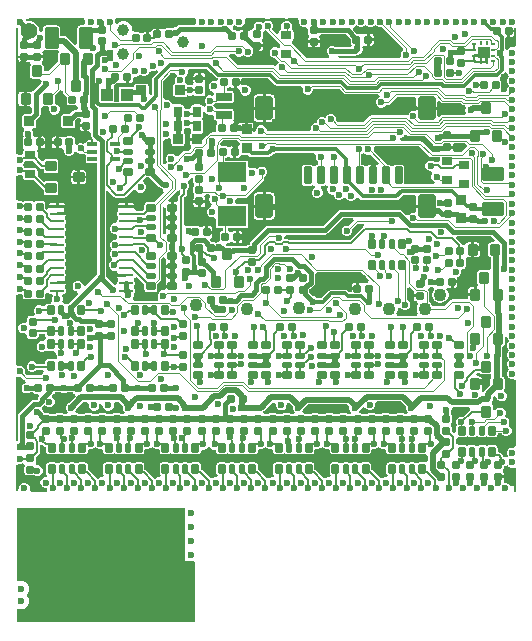
<source format=gbl>
G75*
G70*
%OFA0B0*%
%FSLAX25Y25*%
%IPPOS*%
%LPD*%
%AMOC8*
5,1,8,0,0,1.08239X$1,22.5*
%
%AMM1*
21,1,0.035430,0.030320,0.000000,0.000000,90.000000*
21,1,0.028350,0.037400,0.000000,0.000000,90.000000*
1,1,0.007090,0.015160,0.014170*
1,1,0.007090,0.015160,-0.014170*
1,1,0.007090,-0.015160,-0.014170*
1,1,0.007090,-0.015160,0.014170*
%
%AMM10*
21,1,0.025590,0.026380,0.000000,0.000000,90.000000*
21,1,0.020470,0.031500,0.000000,0.000000,90.000000*
1,1,0.005120,0.013190,0.010240*
1,1,0.005120,0.013190,-0.010240*
1,1,0.005120,-0.013190,-0.010240*
1,1,0.005120,-0.013190,0.010240*
%
%AMM11*
21,1,0.017720,0.027950,0.000000,0.000000,90.000000*
21,1,0.014170,0.031500,0.000000,0.000000,90.000000*
1,1,0.003540,0.013980,0.007090*
1,1,0.003540,0.013980,-0.007090*
1,1,0.003540,-0.013980,-0.007090*
1,1,0.003540,-0.013980,0.007090*
%
%AMM13*
21,1,0.012600,0.028980,0.000000,0.000000,90.000000*
21,1,0.010080,0.031500,0.000000,0.000000,90.000000*
1,1,0.002520,0.014490,0.005040*
1,1,0.002520,0.014490,-0.005040*
1,1,0.002520,-0.014490,-0.005040*
1,1,0.002520,-0.014490,0.005040*
%
%AMM16*
21,1,0.027560,0.018900,0.000000,0.000000,90.000000*
21,1,0.022840,0.023620,0.000000,0.000000,90.000000*
1,1,0.004720,0.009450,0.011420*
1,1,0.004720,0.009450,-0.011420*
1,1,0.004720,-0.009450,-0.011420*
1,1,0.004720,-0.009450,0.011420*
%
%AMM33*
21,1,0.033470,0.026770,0.000000,0.000000,180.000000*
21,1,0.026770,0.033470,0.000000,0.000000,180.000000*
1,1,0.006690,-0.013390,0.013390*
1,1,0.006690,0.013390,0.013390*
1,1,0.006690,0.013390,-0.013390*
1,1,0.006690,-0.013390,-0.013390*
%
%AMM34*
21,1,0.035430,0.030320,0.000000,0.000000,180.000000*
21,1,0.028350,0.037400,0.000000,0.000000,180.000000*
1,1,0.007090,-0.014170,0.015160*
1,1,0.007090,0.014170,0.015160*
1,1,0.007090,0.014170,-0.015160*
1,1,0.007090,-0.014170,-0.015160*
%
%AMM35*
21,1,0.035830,0.026770,0.000000,0.000000,0.000000*
21,1,0.029130,0.033470,0.000000,0.000000,0.000000*
1,1,0.006690,0.014570,-0.013390*
1,1,0.006690,-0.014570,-0.013390*
1,1,0.006690,-0.014570,0.013390*
1,1,0.006690,0.014570,0.013390*
%
%AMM36*
21,1,0.070870,0.036220,0.000000,0.000000,0.000000*
21,1,0.061810,0.045280,0.000000,0.000000,0.000000*
1,1,0.009060,0.030910,-0.018110*
1,1,0.009060,-0.030910,-0.018110*
1,1,0.009060,-0.030910,0.018110*
1,1,0.009060,0.030910,0.018110*
%
%AMM37*
21,1,0.059060,0.020470,0.000000,0.000000,90.000000*
21,1,0.053940,0.025590,0.000000,0.000000,90.000000*
1,1,0.005120,0.010240,0.026970*
1,1,0.005120,0.010240,-0.026970*
1,1,0.005120,-0.010240,-0.026970*
1,1,0.005120,-0.010240,0.026970*
%
%AMM38*
21,1,0.078740,0.045670,0.000000,0.000000,90.000000*
21,1,0.067320,0.057090,0.000000,0.000000,90.000000*
1,1,0.011420,0.022840,0.033660*
1,1,0.011420,0.022840,-0.033660*
1,1,0.011420,-0.022840,-0.033660*
1,1,0.011420,-0.022840,0.033660*
%
%AMM39*
21,1,0.025590,0.026380,0.000000,0.000000,0.000000*
21,1,0.020470,0.031500,0.000000,0.000000,0.000000*
1,1,0.005120,0.010240,-0.013190*
1,1,0.005120,-0.010240,-0.013190*
1,1,0.005120,-0.010240,0.013190*
1,1,0.005120,0.010240,0.013190*
%
%AMM40*
21,1,0.017720,0.027950,0.000000,0.000000,0.000000*
21,1,0.014170,0.031500,0.000000,0.000000,0.000000*
1,1,0.003540,0.007090,-0.013980*
1,1,0.003540,-0.007090,-0.013980*
1,1,0.003540,-0.007090,0.013980*
1,1,0.003540,0.007090,0.013980*
%
%AMM41*
21,1,0.027560,0.030710,0.000000,0.000000,90.000000*
21,1,0.022050,0.036220,0.000000,0.000000,90.000000*
1,1,0.005510,0.015350,0.011020*
1,1,0.005510,0.015350,-0.011020*
1,1,0.005510,-0.015350,-0.011020*
1,1,0.005510,-0.015350,0.011020*
%
%AMM42*
21,1,0.027560,0.049610,0.000000,0.000000,270.000000*
21,1,0.022050,0.055120,0.000000,0.000000,270.000000*
1,1,0.005510,-0.024800,-0.011020*
1,1,0.005510,-0.024800,0.011020*
1,1,0.005510,0.024800,0.011020*
1,1,0.005510,0.024800,-0.011020*
%
%AMM43*
21,1,0.027560,0.030710,0.000000,0.000000,0.000000*
21,1,0.022050,0.036220,0.000000,0.000000,0.000000*
1,1,0.005510,0.011020,-0.015350*
1,1,0.005510,-0.011020,-0.015350*
1,1,0.005510,-0.011020,0.015350*
1,1,0.005510,0.011020,0.015350*
%
%AMM44*
21,1,0.070870,0.036220,0.000000,0.000000,90.000000*
21,1,0.061810,0.045280,0.000000,0.000000,90.000000*
1,1,0.009060,0.018110,0.030910*
1,1,0.009060,0.018110,-0.030910*
1,1,0.009060,-0.018110,-0.030910*
1,1,0.009060,-0.018110,0.030910*
%
%AMM45*
21,1,0.033470,0.026770,0.000000,0.000000,270.000000*
21,1,0.026770,0.033470,0.000000,0.000000,270.000000*
1,1,0.006690,-0.013390,-0.013390*
1,1,0.006690,-0.013390,0.013390*
1,1,0.006690,0.013390,0.013390*
1,1,0.006690,0.013390,-0.013390*
%
%AMM7*
21,1,0.027560,0.018900,0.000000,0.000000,180.000000*
21,1,0.022840,0.023620,0.000000,0.000000,180.000000*
1,1,0.004720,-0.011420,0.009450*
1,1,0.004720,0.011420,0.009450*
1,1,0.004720,0.011420,-0.009450*
1,1,0.004720,-0.011420,-0.009450*
%
%ADD10C,0.02362*%
%ADD100M33*%
%ADD101M34*%
%ADD102M35*%
%ADD103R,0.03937X0.04331*%
%ADD104M36*%
%ADD105M37*%
%ADD106M38*%
%ADD107R,0.01968X0.01968*%
%ADD108R,0.09449X0.06693*%
%ADD109M39*%
%ADD11R,0.00984X0.24350*%
%ADD110M40*%
%ADD111M41*%
%ADD112M42*%
%ADD113M43*%
%ADD114M44*%
%ADD115M45*%
%ADD116O,0.04961X0.00984*%
%ADD117R,0.00984X0.01378*%
%ADD118R,0.01378X0.00984*%
%ADD119R,0.01968X0.01176*%
%ADD12R,0.00984X0.04390*%
%ADD13R,0.56201X0.00984*%
%ADD14R,0.59449X0.00984*%
%ADD15R,0.00984X0.20374*%
%ADD16R,0.00787X0.09055*%
%ADD17R,0.00787X0.42126*%
%ADD18R,0.00787X0.08268*%
%ADD19R,0.00787X0.23622*%
%ADD20R,0.00787X0.21260*%
%ADD21R,0.05512X0.00787*%
%ADD22R,0.19685X0.00787*%
%ADD23R,0.26772X0.00787*%
%ADD24R,0.17717X0.00787*%
%ADD25R,0.00787X0.06299*%
%ADD26R,0.00787X0.22441*%
%ADD27R,0.00787X0.07874*%
%ADD28C,0.00787*%
%ADD36C,0.01968*%
%ADD39M1*%
%ADD45M7*%
%ADD49M10*%
%ADD50M11*%
%ADD54M13*%
%ADD60M16*%
%ADD62C,0.00492*%
%ADD63C,0.01181*%
%ADD64C,0.01575*%
%ADD65C,0.03900*%
%ADD66C,0.04331*%
%ADD67C,0.05512*%
X0000000Y0000000D02*
%LPD*%
G01*
D10*
X0094882Y0046654D03*
X0094882Y0041929D03*
X0094882Y0051378D03*
X0094882Y0056102D03*
D11*
X0037205Y0045600D03*
D12*
X0037205Y0021781D03*
D13*
X0064813Y0057283D03*
D14*
X0066437Y0020079D03*
D15*
X0095669Y0029774D03*
D10*
X0038091Y0030669D03*
X0038091Y0026732D03*
X0201969Y0209449D03*
X0201969Y0206299D03*
X0201969Y0203150D03*
X0201969Y0200000D03*
X0201969Y0196850D03*
X0201968Y0193701D03*
X0201968Y0190551D03*
X0201969Y0187402D03*
X0201969Y0184252D03*
X0201969Y0181102D03*
X0201969Y0177953D03*
X0201968Y0174803D03*
X0201968Y0171654D03*
X0201968Y0168504D03*
X0201969Y0165354D03*
X0201969Y0162205D03*
X0201969Y0159055D03*
X0201968Y0155905D03*
X0201968Y0152756D03*
X0201969Y0149606D03*
X0201969Y0146457D03*
X0201969Y0143307D03*
X0201969Y0140157D03*
X0201969Y0137008D03*
X0201969Y0133858D03*
X0201969Y0130709D03*
X0201969Y0127559D03*
X0201969Y0124409D03*
X0201969Y0121260D03*
X0201968Y0118110D03*
X0201969Y0114961D03*
X0201969Y0111811D03*
X0201969Y0108661D03*
X0201969Y0105512D03*
X0201969Y0102362D03*
X0201968Y0075984D03*
X0201969Y0072835D03*
D16*
X0037008Y0067520D03*
D17*
X0037008Y0196654D03*
D18*
X0037008Y0164370D03*
D19*
X0037008Y0116929D03*
D20*
X0037008Y0090551D03*
D21*
X0044095Y0063386D03*
D22*
X0049606Y0220472D03*
D23*
X0083071Y0220472D03*
D24*
X0121850Y0220472D03*
D25*
X0202756Y0214567D03*
D26*
X0202756Y0089173D03*
D27*
X0202756Y0066929D03*
D10*
X0201969Y0219685D03*
X0198819Y0219685D03*
X0195669Y0219685D03*
X0192520Y0219685D03*
X0189370Y0219685D03*
X0186220Y0219685D03*
X0183071Y0219685D03*
X0179921Y0219685D03*
X0176772Y0219685D03*
X0173622Y0219685D03*
X0170472Y0219685D03*
X0167323Y0219685D03*
X0164173Y0219685D03*
X0161024Y0219685D03*
X0157874Y0219685D03*
X0154724Y0219685D03*
X0151575Y0219685D03*
X0148425Y0219685D03*
X0145276Y0219685D03*
X0142126Y0219685D03*
X0138976Y0219685D03*
X0135827Y0219685D03*
X0132677Y0219685D03*
X0111024Y0219685D03*
X0107874Y0219685D03*
X0104724Y0219685D03*
X0101575Y0219685D03*
X0098425Y0219685D03*
X0067717Y0219685D03*
X0064567Y0219685D03*
X0061417Y0219685D03*
X0037795Y0219685D03*
X0199606Y0064173D03*
X0194882Y0064173D03*
X0190157Y0064173D03*
X0185433Y0064173D03*
X0180709Y0064173D03*
X0176378Y0064173D03*
X0171654Y0064173D03*
X0166929Y0064173D03*
X0162205Y0064173D03*
X0157480Y0064173D03*
X0152756Y0064173D03*
X0148032Y0064173D03*
X0143307Y0064173D03*
X0138583Y0064173D03*
X0133858Y0064173D03*
X0129134Y0064173D03*
X0124409Y0064173D03*
X0119685Y0064173D03*
X0114961Y0064173D03*
X0110236Y0064173D03*
X0105512Y0064173D03*
X0100787Y0064173D03*
X0096063Y0064173D03*
X0091339Y0064173D03*
X0086614Y0064173D03*
X0081890Y0064173D03*
X0077165Y0064173D03*
X0072441Y0064173D03*
X0067717Y0064173D03*
X0062992Y0064173D03*
X0058268Y0064173D03*
X0053543Y0064173D03*
X0048819Y0064173D03*
X0039370Y0064173D03*
X0037795Y0074016D03*
X0037795Y0077953D03*
X0037795Y0103150D03*
X0037795Y0130709D03*
X0037795Y0134646D03*
X0037795Y0138583D03*
X0037795Y0142520D03*
X0037795Y0146457D03*
X0037795Y0150394D03*
X0037795Y0154331D03*
X0037795Y0158268D03*
X0037795Y0170472D03*
X0037795Y0173622D03*
X0036614Y0019488D02*
%LPD*%
G01*
D10*
X0094882Y0046653D03*
X0094882Y0041929D03*
X0094882Y0051378D03*
X0094882Y0056102D03*
D11*
X0037205Y0045600D03*
D12*
X0037205Y0021781D03*
D13*
X0064813Y0057283D03*
D14*
X0066437Y0020079D03*
D15*
X0095669Y0029773D03*
D10*
X0038090Y0030669D03*
X0038090Y0026732D03*
D10*
X0090977Y0046866D03*
X0039370Y0041732D03*
X0069685Y0048031D03*
X0093701Y0038189D03*
X0067323Y0055118D03*
X0063386Y0022047D03*
X0050787Y0022047D03*
X0053149Y0055118D03*
X0084645Y0055118D03*
X0039764Y0055118D03*
X0093701Y0024803D03*
X0057086Y0046063D03*
X0071330Y0041114D03*
X0087795Y0022047D03*
X0049606Y0030315D03*
X0070472Y0022047D03*
X0062992Y0029921D03*
X0080708Y0034252D03*
X0083071Y0024803D03*
X0048031Y0040945D03*
X0039370Y0022047D03*
X0075590Y0025590D03*
X0057480Y0036220D03*
G36*
X0092753Y0057701D02*
G01*
X0092894Y0057506D01*
X0092913Y0057386D01*
X0092913Y0039960D01*
X0092913Y0039960D01*
X0095771Y0039960D01*
X0096001Y0039886D01*
X0096142Y0039691D01*
X0096161Y0039571D01*
X0096161Y0019978D01*
X0096087Y0019749D01*
X0095892Y0019607D01*
X0095771Y0019588D01*
X0037104Y0019588D01*
X0036875Y0019663D01*
X0036733Y0019858D01*
X0036714Y0019978D01*
X0036714Y0023586D01*
X0036789Y0023816D01*
X0036984Y0023957D01*
X0037104Y0023976D01*
X0037727Y0023976D01*
X0037751Y0023975D01*
X0037756Y0023974D01*
X0038425Y0023974D01*
X0038425Y0023974D01*
X0039076Y0024134D01*
X0039669Y0024446D01*
X0040170Y0024890D01*
X0040550Y0025441D01*
X0040788Y0026067D01*
X0040869Y0026732D01*
X0040788Y0027397D01*
X0040550Y0028023D01*
X0040236Y0028479D01*
X0040167Y0028710D01*
X0040236Y0028922D01*
X0040550Y0029378D01*
X0040788Y0030004D01*
X0040869Y0030669D01*
X0040788Y0031334D01*
X0040550Y0031960D01*
X0040170Y0032511D01*
X0039669Y0032955D01*
X0039076Y0033267D01*
X0039076Y0033267D01*
X0039076Y0033267D01*
X0038425Y0033427D01*
X0038425Y0033427D01*
X0037756Y0033427D01*
X0037751Y0033426D01*
X0037727Y0033425D01*
X0037104Y0033425D01*
X0036875Y0033499D01*
X0036733Y0033694D01*
X0036714Y0033815D01*
X0036714Y0057386D01*
X0036789Y0057615D01*
X0036984Y0057756D01*
X0037104Y0057775D01*
X0092523Y0057775D01*
X0092753Y0057701D01*
G37*
X0036614Y0062992D02*
G01*
G75*
G36*
X0119807Y0220079D02*
X0119394Y0219907D01*
X0118895Y0219409D01*
X0118639Y0219358D01*
X0118514Y0219483D01*
X0117862Y0219753D01*
X0117158Y0219753D01*
X0116507Y0219483D01*
X0116008Y0218985D01*
X0115738Y0218333D01*
X0115738Y0217629D01*
X0115366Y0217373D01*
X0115093Y0217190D01*
X0114910Y0216917D01*
X0114548Y0216814D01*
X0114075Y0216741D01*
X0113866Y0216881D01*
X0113543Y0216945D01*
X0113090Y0216945D01*
X0113090Y0214961D01*
X0112106Y0214961D01*
X0112106Y0216945D01*
X0111653Y0216945D01*
X0111331Y0216881D01*
X0111071Y0216708D01*
X0111049Y0216698D01*
X0110211Y0216698D01*
X0110189Y0216708D01*
X0109929Y0216881D01*
X0109606Y0216945D01*
X0109289Y0216945D01*
X0108890Y0217414D01*
X0108886Y0217660D01*
X0109018Y0218303D01*
X0109449Y0218627D01*
X0109963Y0218240D01*
X0110020Y0218183D01*
X0110671Y0217913D01*
X0111376Y0217913D01*
X0112027Y0218183D01*
X0112525Y0218681D01*
X0112795Y0219333D01*
X0112795Y0220037D01*
X0112778Y0220079D01*
X0113304Y0220866D01*
X0119651Y0220866D01*
X0119807Y0220079D01*
D02*
G37*
G36*
X0156814Y0218240D02*
X0156870Y0218183D01*
X0157521Y0217913D01*
X0158226Y0217913D01*
X0158377Y0217976D01*
X0165399Y0210953D01*
X0165532Y0210163D01*
X0165033Y0209665D01*
X0164764Y0209014D01*
X0164764Y0208309D01*
X0164207Y0207595D01*
X0144159Y0207595D01*
X0143766Y0208382D01*
X0143819Y0208453D01*
X0143824Y0208454D01*
X0149410Y0208454D01*
X0149947Y0208561D01*
X0150222Y0208745D01*
X0150632Y0208745D01*
X0151284Y0209014D01*
X0151782Y0209513D01*
X0152052Y0210164D01*
X0152052Y0210869D01*
X0151891Y0211258D01*
X0151960Y0211396D01*
X0152669Y0211859D01*
X0152992Y0211795D01*
X0153445Y0211795D01*
X0153445Y0213779D01*
X0153445Y0215764D01*
X0152992Y0215764D01*
X0152669Y0215700D01*
X0152410Y0215526D01*
X0152387Y0215517D01*
X0151549Y0215517D01*
X0151527Y0215526D01*
X0151267Y0215700D01*
X0150945Y0215764D01*
X0150199Y0215764D01*
X0148820Y0217143D01*
X0148812Y0217291D01*
X0149050Y0218026D01*
X0149429Y0218183D01*
X0149486Y0218240D01*
X0150000Y0218627D01*
X0150514Y0218240D01*
X0150571Y0218183D01*
X0151222Y0217913D01*
X0151927Y0217913D01*
X0152578Y0218183D01*
X0152635Y0218240D01*
X0153149Y0218627D01*
X0153664Y0218240D01*
X0153721Y0218183D01*
X0154372Y0217913D01*
X0155077Y0217913D01*
X0155728Y0218183D01*
X0155785Y0218240D01*
X0156299Y0218627D01*
X0156814Y0218240D01*
D02*
G37*
G36*
X0096671Y0220079D02*
X0096653Y0220037D01*
X0096653Y0219333D01*
X0096092Y0218629D01*
X0091059Y0218629D01*
X0090522Y0218522D01*
X0090066Y0218218D01*
X0089761Y0217913D01*
X0089411Y0217913D01*
X0088760Y0217644D01*
X0088634Y0217518D01*
X0088543Y0217536D01*
X0086653Y0217536D01*
X0086331Y0217472D01*
X0086071Y0217298D01*
X0086049Y0217289D01*
X0085211Y0217289D01*
X0085189Y0217298D01*
X0084929Y0217472D01*
X0084606Y0217536D01*
X0084153Y0217536D01*
X0084153Y0215551D01*
X0083169Y0215551D01*
X0083169Y0217536D01*
X0082716Y0217536D01*
X0082394Y0217472D01*
X0082120Y0217289D01*
X0081938Y0217015D01*
X0081927Y0216964D01*
X0081755Y0216628D01*
X0081260Y0216355D01*
X0080807Y0216355D01*
X0080807Y0214370D01*
X0079823Y0214370D01*
X0079823Y0216355D01*
X0079370Y0216355D01*
X0079047Y0216290D01*
X0078787Y0216117D01*
X0078765Y0216108D01*
X0077927Y0216108D01*
X0077905Y0216117D01*
X0077645Y0216290D01*
X0077323Y0216355D01*
X0076055Y0216355D01*
X0075404Y0216519D01*
X0075296Y0217123D01*
X0075296Y0217319D01*
X0075096Y0218065D01*
X0074710Y0218735D01*
X0074164Y0219281D01*
X0073495Y0219667D01*
X0072748Y0219867D01*
X0071976Y0219867D01*
X0071229Y0219667D01*
X0070560Y0219281D01*
X0070148Y0218869D01*
X0069481Y0219315D01*
X0069488Y0219333D01*
X0069488Y0220037D01*
X0069471Y0220079D01*
X0069997Y0220866D01*
X0096144Y0220866D01*
X0096671Y0220079D01*
D02*
G37*
G36*
X0126367Y0220082D02*
X0125716Y0219812D01*
X0125217Y0219314D01*
X0124948Y0218663D01*
X0124948Y0217958D01*
X0124800Y0217174D01*
X0124514Y0216983D01*
X0124322Y0216696D01*
X0124255Y0216358D01*
X0124255Y0215838D01*
X0123527Y0215537D01*
X0121781Y0217283D01*
X0121899Y0217402D01*
X0122169Y0218053D01*
X0122169Y0218758D01*
X0121899Y0219409D01*
X0121401Y0219907D01*
X0120987Y0220079D01*
X0121144Y0220866D01*
X0126359Y0220866D01*
X0126367Y0220082D01*
D02*
G37*
G36*
X0059663Y0220079D02*
X0059645Y0220037D01*
X0059645Y0219333D01*
X0059654Y0219312D01*
X0059128Y0218524D01*
X0058031Y0218524D01*
X0057624Y0218443D01*
X0057279Y0218213D01*
X0057049Y0217868D01*
X0056968Y0217461D01*
X0056968Y0212293D01*
X0056180Y0211967D01*
X0053624Y0214523D01*
X0053103Y0214871D01*
X0052488Y0214993D01*
X0052488Y0214993D01*
X0051300Y0214993D01*
X0051300Y0217461D01*
X0051219Y0217868D01*
X0050988Y0218213D01*
X0050643Y0218443D01*
X0050236Y0218524D01*
X0046614Y0218524D01*
X0046207Y0218443D01*
X0045862Y0218213D01*
X0045631Y0217868D01*
X0045550Y0217461D01*
X0045550Y0216885D01*
X0044884Y0216408D01*
X0044291Y0216649D01*
X0044291Y0216976D01*
X0044063Y0217827D01*
X0043623Y0218590D01*
X0042999Y0219213D01*
X0042236Y0219654D01*
X0041385Y0219882D01*
X0040504Y0219882D01*
X0040335Y0219836D01*
X0040324Y0219843D01*
X0040236Y0220079D01*
X0040784Y0220866D01*
X0059137Y0220866D01*
X0059663Y0220079D01*
D02*
G37*
G36*
X0130923Y0220079D02*
X0130905Y0220037D01*
X0130905Y0219333D01*
X0131175Y0218681D01*
X0131674Y0218183D01*
X0132325Y0217913D01*
X0133029Y0217913D01*
X0133080Y0217934D01*
X0133842Y0217398D01*
X0133842Y0215984D01*
X0133906Y0215662D01*
X0134080Y0215402D01*
X0134089Y0215380D01*
X0134089Y0214541D01*
X0134080Y0214519D01*
X0133906Y0214260D01*
X0133842Y0213937D01*
X0133842Y0213484D01*
X0137812Y0213484D01*
X0137812Y0213937D01*
X0137748Y0214260D01*
X0137574Y0214519D01*
X0137565Y0214541D01*
X0137565Y0214774D01*
X0138291Y0215524D01*
X0146465Y0215524D01*
X0148212Y0213777D01*
X0148212Y0212638D01*
X0148276Y0212315D01*
X0148459Y0212042D01*
X0148206Y0211264D01*
X0143126Y0211264D01*
X0143029Y0211361D01*
X0142378Y0211631D01*
X0141673Y0211631D01*
X0141022Y0211361D01*
X0140524Y0210863D01*
X0140254Y0210211D01*
X0140254Y0209507D01*
X0140524Y0208855D01*
X0140997Y0208382D01*
X0140990Y0208247D01*
X0140804Y0207595D01*
X0133313Y0207595D01*
X0128402Y0212506D01*
X0128401Y0212618D01*
X0128547Y0213338D01*
X0128833Y0213529D01*
X0129025Y0213815D01*
X0129092Y0214153D01*
X0129092Y0216358D01*
X0129025Y0216696D01*
X0128833Y0216983D01*
X0128547Y0217174D01*
X0128491Y0217958D01*
X0128491Y0218663D01*
X0128221Y0219314D01*
X0127723Y0219812D01*
X0127072Y0220082D01*
X0127080Y0220866D01*
X0130396Y0220866D01*
X0130923Y0220079D01*
D02*
G37*
G36*
X0201279Y0214551D02*
X0201732Y0214551D01*
X0202055Y0214615D01*
X0202328Y0214797D01*
X0202362Y0214848D01*
X0203149Y0214609D01*
X0203149Y0211729D01*
X0202362Y0211203D01*
X0202321Y0211220D01*
X0201616Y0211220D01*
X0200965Y0210951D01*
X0200466Y0210452D01*
X0200417Y0210333D01*
X0199630Y0210490D01*
X0199630Y0214376D01*
X0199842Y0214551D01*
X0200295Y0214551D01*
X0200295Y0216535D01*
X0201279Y0216535D01*
X0201279Y0214551D01*
D02*
G37*
G36*
X0120045Y0216634D02*
X0120062Y0216634D01*
X0120152Y0216499D01*
X0124621Y0212031D01*
X0124513Y0211098D01*
X0124121Y0210839D01*
X0123838Y0210951D01*
X0123187Y0211220D01*
X0122482Y0211220D01*
X0121831Y0210951D01*
X0121333Y0210452D01*
X0121063Y0209801D01*
X0121063Y0209096D01*
X0121333Y0208445D01*
X0121831Y0207947D01*
X0122482Y0207677D01*
X0122675Y0207677D01*
X0124191Y0206161D01*
X0124190Y0206158D01*
X0123692Y0205659D01*
X0123536Y0205283D01*
X0122860Y0205034D01*
X0122831Y0205028D01*
X0122646Y0205034D01*
X0122446Y0205168D01*
X0122119Y0205233D01*
X0110415Y0205233D01*
X0107446Y0208202D01*
X0107766Y0208989D01*
X0109362Y0208989D01*
X0109424Y0208839D01*
X0109922Y0208341D01*
X0110574Y0208071D01*
X0111278Y0208071D01*
X0111930Y0208341D01*
X0112303Y0208714D01*
X0112775Y0208242D01*
X0113426Y0207972D01*
X0114131Y0207972D01*
X0114782Y0208242D01*
X0115281Y0208740D01*
X0115550Y0209392D01*
X0115550Y0209811D01*
X0115689Y0209925D01*
X0116338Y0209925D01*
X0116338Y0211713D01*
X0116830Y0211713D01*
X0116830Y0212205D01*
X0118815Y0212205D01*
X0118815Y0212657D01*
X0118751Y0212980D01*
X0118577Y0213240D01*
X0118568Y0213262D01*
X0118568Y0214100D01*
X0118577Y0214122D01*
X0118751Y0214382D01*
X0118815Y0214705D01*
X0118815Y0216368D01*
X0119081Y0216614D01*
X0119294Y0216744D01*
X0119571Y0216830D01*
X0120045Y0216634D01*
D02*
G37*
G36*
X0194390Y0209350D02*
X0194390Y0207579D01*
X0193996Y0207579D01*
X0193996Y0206299D01*
X0193012Y0206299D01*
X0193012Y0207579D01*
X0192028Y0207579D01*
X0192028Y0206299D01*
X0191044Y0206299D01*
X0191044Y0207579D01*
X0190650Y0207579D01*
X0190650Y0207972D01*
X0189370Y0207972D01*
X0189370Y0208957D01*
X0190650Y0208957D01*
X0190650Y0209350D01*
X0190650Y0211319D01*
X0194390Y0211319D01*
X0194390Y0209350D01*
D02*
G37*
G36*
X0039862Y0206283D02*
X0040512Y0206283D01*
X0040834Y0206347D01*
X0040921Y0206405D01*
X0041075Y0206498D01*
X0041185Y0206467D01*
X0041336Y0206300D01*
X0041405Y0205425D01*
X0041196Y0205113D01*
X0041123Y0204744D01*
X0041123Y0201713D01*
X0041196Y0201344D01*
X0041405Y0201031D01*
X0041718Y0200822D01*
X0042086Y0200749D01*
X0044681Y0200749D01*
X0045012Y0200218D01*
X0045036Y0200165D01*
X0045073Y0199977D01*
X0044838Y0199411D01*
X0044838Y0199176D01*
X0042314Y0196651D01*
X0041550Y0196382D01*
X0041181Y0196455D01*
X0040256Y0196455D01*
X0040256Y0193976D01*
X0040256Y0191497D01*
X0041181Y0191497D01*
X0041873Y0190954D01*
X0041902Y0190899D01*
X0041902Y0189558D01*
X0041240Y0188896D01*
X0039488Y0188896D01*
X0039127Y0188824D01*
X0038821Y0188620D01*
X0038617Y0188314D01*
X0038545Y0187953D01*
X0038545Y0185275D01*
X0038617Y0184915D01*
X0038821Y0184608D01*
X0039127Y0184404D01*
X0039136Y0184402D01*
X0039136Y0184402D01*
X0039324Y0183562D01*
X0039049Y0183287D01*
X0038779Y0182636D01*
X0038779Y0181931D01*
X0039045Y0181289D01*
X0039010Y0181265D01*
X0038827Y0180992D01*
X0038763Y0180669D01*
X0038763Y0178386D01*
X0038827Y0178063D01*
X0039010Y0177790D01*
X0039037Y0177772D01*
X0039162Y0177026D01*
X0039123Y0176840D01*
X0038987Y0176637D01*
X0038920Y0176299D01*
X0038920Y0175926D01*
X0038148Y0175394D01*
X0037443Y0175394D01*
X0037401Y0175376D01*
X0036614Y0175903D01*
X0036614Y0192290D01*
X0037401Y0192367D01*
X0037456Y0192092D01*
X0037665Y0191779D01*
X0037978Y0191570D01*
X0038346Y0191497D01*
X0039271Y0191497D01*
X0039271Y0193976D01*
X0039271Y0196455D01*
X0038346Y0196455D01*
X0037978Y0196382D01*
X0037665Y0196173D01*
X0037456Y0195861D01*
X0037401Y0195585D01*
X0036614Y0195663D01*
X0036614Y0206967D01*
X0037401Y0207044D01*
X0037449Y0206803D01*
X0037632Y0206530D01*
X0037906Y0206347D01*
X0038228Y0206283D01*
X0038878Y0206283D01*
X0038878Y0208071D01*
X0039862Y0208071D01*
X0039862Y0206283D01*
D02*
G37*
G36*
X0046093Y0210373D02*
X0046207Y0210297D01*
X0046614Y0210216D01*
X0050236Y0210216D01*
X0050415Y0210251D01*
X0050729Y0209784D01*
X0050811Y0209534D01*
X0050645Y0209286D01*
X0050572Y0208917D01*
X0050572Y0206512D01*
X0050475Y0206447D01*
X0047243Y0203215D01*
X0045884Y0203215D01*
X0045884Y0204744D01*
X0045811Y0205113D01*
X0045602Y0205425D01*
X0045290Y0205634D01*
X0045229Y0205646D01*
X0045195Y0205736D01*
X0045145Y0206466D01*
X0045242Y0206530D01*
X0045424Y0206803D01*
X0045488Y0207126D01*
X0045488Y0207579D01*
X0043504Y0207579D01*
X0043504Y0208563D01*
X0045488Y0208563D01*
X0045488Y0209016D01*
X0045424Y0209338D01*
X0045251Y0209598D01*
X0045242Y0209620D01*
X0045242Y0209675D01*
X0046029Y0210380D01*
X0046093Y0210373D01*
D02*
G37*
G36*
X0083601Y0203846D02*
X0083918Y0203049D01*
X0082219Y0201350D01*
X0081958Y0200959D01*
X0081866Y0200498D01*
X0081866Y0200498D01*
X0081866Y0195639D01*
X0081415Y0195226D01*
X0080747Y0195681D01*
X0080747Y0198189D01*
X0080675Y0198550D01*
X0080470Y0198856D01*
X0080164Y0199060D01*
X0079803Y0199132D01*
X0076890Y0199132D01*
X0076529Y0199060D01*
X0076223Y0198856D01*
X0076018Y0198550D01*
X0075946Y0198189D01*
X0075946Y0198031D01*
X0070866Y0198031D01*
X0070866Y0193035D01*
X0069291Y0193035D01*
X0069291Y0198031D01*
X0069291Y0198031D01*
X0069291Y0198031D01*
X0069358Y0198791D01*
X0069722Y0199034D01*
X0069884Y0199196D01*
X0070630Y0199196D01*
X0070952Y0199260D01*
X0071212Y0199434D01*
X0071234Y0199443D01*
X0072072Y0199443D01*
X0072095Y0199434D01*
X0072354Y0199260D01*
X0072677Y0199196D01*
X0073130Y0199196D01*
X0073130Y0201181D01*
X0074114Y0201181D01*
X0074114Y0199196D01*
X0074567Y0199196D01*
X0074889Y0199260D01*
X0075163Y0199443D01*
X0075346Y0199717D01*
X0075410Y0200039D01*
X0075410Y0201092D01*
X0075911Y0201427D01*
X0076616Y0201427D01*
X0077267Y0201697D01*
X0077765Y0202195D01*
X0077869Y0202216D01*
X0078259Y0201826D01*
X0078910Y0201556D01*
X0079615Y0201556D01*
X0080266Y0201826D01*
X0080765Y0202324D01*
X0081034Y0202975D01*
X0081811Y0203174D01*
X0082516Y0203174D01*
X0083167Y0203444D01*
X0083569Y0203847D01*
X0083601Y0203846D01*
D02*
G37*
G36*
X0122721Y0198804D02*
X0122721Y0198804D01*
X0123112Y0198543D01*
X0123573Y0198451D01*
X0131588Y0198451D01*
X0132114Y0197664D01*
X0132087Y0197596D01*
X0132087Y0196892D01*
X0132356Y0196240D01*
X0132855Y0195742D01*
X0133506Y0195472D01*
X0134211Y0195472D01*
X0134862Y0195742D01*
X0135360Y0196240D01*
X0135630Y0196892D01*
X0135630Y0197442D01*
X0144124Y0197442D01*
X0145713Y0195853D01*
X0145989Y0195668D01*
X0146316Y0195604D01*
X0157069Y0195604D01*
X0157749Y0195007D01*
X0157808Y0194877D01*
X0157799Y0194659D01*
X0157785Y0194635D01*
X0157699Y0194595D01*
X0157264Y0194415D01*
X0156766Y0193917D01*
X0156496Y0193266D01*
X0156496Y0192561D01*
X0156766Y0191910D01*
X0157264Y0191411D01*
X0157915Y0191142D01*
X0158620Y0191142D01*
X0159271Y0191411D01*
X0159769Y0191910D01*
X0159832Y0192060D01*
X0160630Y0192060D01*
X0160956Y0192125D01*
X0161233Y0192310D01*
X0163702Y0194779D01*
X0169246Y0194779D01*
X0169958Y0194323D01*
X0169958Y0191449D01*
X0173425Y0191449D01*
X0176893Y0191449D01*
X0176893Y0193024D01*
X0177621Y0193325D01*
X0178078Y0192868D01*
X0178355Y0192683D01*
X0178681Y0192618D01*
X0184590Y0192618D01*
X0185057Y0192150D01*
X0185334Y0191965D01*
X0185660Y0191901D01*
X0186130Y0191901D01*
X0186309Y0191689D01*
X0186564Y0191113D01*
X0186370Y0190645D01*
X0186370Y0189940D01*
X0186567Y0189466D01*
X0186318Y0188899D01*
X0186137Y0188679D01*
X0178611Y0188679D01*
X0178284Y0188614D01*
X0178007Y0188429D01*
X0177680Y0188102D01*
X0176893Y0188428D01*
X0176893Y0190464D01*
X0173425Y0190464D01*
X0169888Y0190464D01*
X0169250Y0189961D01*
X0168545Y0189961D01*
X0167894Y0189691D01*
X0167395Y0189192D01*
X0167376Y0189144D01*
X0167047Y0188541D01*
X0166685Y0188540D01*
X0154805Y0188540D01*
X0154478Y0188475D01*
X0154202Y0188290D01*
X0152198Y0186286D01*
X0143867Y0186286D01*
X0143214Y0186939D01*
X0143214Y0187508D01*
X0142944Y0188159D01*
X0142446Y0188657D01*
X0141794Y0188927D01*
X0141089Y0188927D01*
X0140438Y0188657D01*
X0139940Y0188159D01*
X0139793Y0187803D01*
X0139636Y0187772D01*
X0138985Y0188042D01*
X0138280Y0188042D01*
X0137629Y0187772D01*
X0137130Y0187274D01*
X0136861Y0186623D01*
X0136861Y0186023D01*
X0136262Y0186023D01*
X0135611Y0185754D01*
X0135112Y0185255D01*
X0134842Y0184604D01*
X0134842Y0183899D01*
X0134286Y0183186D01*
X0124083Y0183186D01*
X0124069Y0183188D01*
X0120240Y0183188D01*
X0120079Y0183350D01*
X0120079Y0183817D01*
X0119809Y0184468D01*
X0119310Y0184966D01*
X0118659Y0185236D01*
X0117954Y0185236D01*
X0117303Y0184966D01*
X0116805Y0184468D01*
X0116535Y0183817D01*
X0116535Y0183686D01*
X0115752Y0183101D01*
X0115668Y0183127D01*
X0115668Y0183327D01*
X0113386Y0183327D01*
X0113386Y0183819D01*
X0112894Y0183819D01*
X0112894Y0186101D01*
X0112047Y0186101D01*
X0111686Y0186029D01*
X0111519Y0185917D01*
X0111266Y0185848D01*
X0110619Y0185985D01*
X0110560Y0186014D01*
X0110322Y0186172D01*
X0110000Y0186237D01*
X0109206Y0186237D01*
X0108967Y0187024D01*
X0109010Y0187053D01*
X0109202Y0187339D01*
X0109269Y0187677D01*
X0109269Y0189882D01*
X0109202Y0190220D01*
X0109010Y0190506D01*
X0108724Y0190698D01*
X0108386Y0190765D01*
X0103425Y0190765D01*
X0102992Y0190892D01*
X0102758Y0191374D01*
X0102683Y0191555D01*
X0102302Y0191936D01*
X0102767Y0192401D01*
X0102829Y0192551D01*
X0103231Y0192551D01*
X0103557Y0192616D01*
X0103682Y0192699D01*
X0108386Y0192699D01*
X0108724Y0192767D01*
X0109010Y0192958D01*
X0109202Y0193245D01*
X0109269Y0193582D01*
X0109269Y0195787D01*
X0109202Y0196125D01*
X0109010Y0196412D01*
X0108724Y0196603D01*
X0108386Y0196670D01*
X0106758Y0196670D01*
X0106758Y0197621D01*
X0106850Y0197621D01*
X0107173Y0197686D01*
X0107433Y0197859D01*
X0107455Y0197868D01*
X0108293Y0197868D01*
X0108315Y0197859D01*
X0108575Y0197686D01*
X0108898Y0197621D01*
X0109350Y0197621D01*
X0109350Y0199606D01*
X0109842Y0199606D01*
X0109842Y0200098D01*
X0111630Y0200098D01*
X0111630Y0200748D01*
X0111724Y0200863D01*
X0120662Y0200863D01*
X0122721Y0198804D01*
D02*
G37*
G36*
X0199998Y0202822D02*
X0200214Y0202755D01*
X0200466Y0202146D01*
X0200523Y0202089D01*
X0200910Y0201575D01*
X0200523Y0201060D01*
X0200466Y0201003D01*
X0200197Y0200352D01*
X0200197Y0199647D01*
X0200466Y0198996D01*
X0200523Y0198940D01*
X0200910Y0198425D01*
X0200523Y0197911D01*
X0200466Y0197854D01*
X0200197Y0197203D01*
X0200197Y0196498D01*
X0199469Y0196292D01*
X0198477Y0196292D01*
X0198374Y0196419D01*
X0198128Y0197080D01*
X0198180Y0197158D01*
X0198244Y0197480D01*
X0198244Y0199764D01*
X0198180Y0200086D01*
X0197997Y0200360D01*
X0197990Y0200365D01*
X0197895Y0200609D01*
X0197852Y0201137D01*
X0197889Y0201307D01*
X0199277Y0202696D01*
X0199409Y0202894D01*
X0199998Y0202822D01*
D02*
G37*
G36*
X0101360Y0202790D02*
X0101736Y0202539D01*
X0103060Y0201215D01*
X0103060Y0201215D01*
X0103451Y0200954D01*
X0103769Y0200856D01*
X0103890Y0200433D01*
X0103870Y0200243D01*
X0103137Y0199833D01*
X0102932Y0199918D01*
X0102228Y0199918D01*
X0101576Y0199649D01*
X0101078Y0199150D01*
X0100808Y0198499D01*
X0100808Y0197794D01*
X0101078Y0197143D01*
X0101576Y0196645D01*
X0101941Y0196494D01*
X0102243Y0196327D01*
X0102427Y0195568D01*
X0101754Y0195119D01*
X0101617Y0195176D01*
X0100912Y0195176D01*
X0100261Y0194906D01*
X0099763Y0194408D01*
X0099493Y0193757D01*
X0099493Y0193052D01*
X0099763Y0192401D01*
X0100144Y0192019D01*
X0099679Y0191555D01*
X0099598Y0191360D01*
X0099451Y0191348D01*
X0098799Y0191487D01*
X0098769Y0191637D01*
X0098577Y0191923D01*
X0098291Y0192115D01*
X0097953Y0192182D01*
X0095748Y0192182D01*
X0095410Y0192115D01*
X0095124Y0191923D01*
X0094932Y0191637D01*
X0094865Y0191299D01*
X0094865Y0191264D01*
X0094078Y0190738D01*
X0094053Y0190748D01*
X0093348Y0190748D01*
X0093324Y0190738D01*
X0092537Y0191264D01*
X0092537Y0191299D01*
X0092470Y0191637D01*
X0092278Y0191923D01*
X0091992Y0192115D01*
X0091654Y0192182D01*
X0089449Y0192182D01*
X0089290Y0192151D01*
X0089031Y0192159D01*
X0088356Y0192531D01*
X0088233Y0192827D01*
X0087735Y0193325D01*
X0087084Y0193595D01*
X0086379Y0193595D01*
X0085665Y0194152D01*
X0085665Y0200007D01*
X0088323Y0202665D01*
X0089507Y0202665D01*
X0090247Y0201886D01*
X0090247Y0201699D01*
X0089749Y0201200D01*
X0089479Y0200549D01*
X0089479Y0199844D01*
X0089521Y0199060D01*
X0089215Y0198856D01*
X0089010Y0198550D01*
X0088938Y0198189D01*
X0088938Y0195512D01*
X0089010Y0195151D01*
X0089215Y0194845D01*
X0089521Y0194640D01*
X0089882Y0194568D01*
X0092795Y0194568D01*
X0093156Y0194640D01*
X0093462Y0194845D01*
X0093667Y0195151D01*
X0093835Y0195241D01*
X0094145Y0195113D01*
X0094850Y0195113D01*
X0095501Y0195382D01*
X0095900Y0195309D01*
X0096174Y0195127D01*
X0096496Y0195062D01*
X0098780Y0195062D01*
X0099102Y0195127D01*
X0099376Y0195309D01*
X0099559Y0195583D01*
X0099623Y0195905D01*
X0099623Y0197795D01*
X0099559Y0198118D01*
X0099385Y0198378D01*
X0099376Y0198400D01*
X0099376Y0199238D01*
X0099385Y0199260D01*
X0099559Y0199520D01*
X0099623Y0199842D01*
X0099623Y0200295D01*
X0097638Y0200295D01*
X0095653Y0200295D01*
X0095653Y0199842D01*
X0095717Y0199520D01*
X0095396Y0198716D01*
X0095113Y0198547D01*
X0094850Y0198656D01*
X0094145Y0198656D01*
X0093764Y0198498D01*
X0093667Y0198550D01*
X0093462Y0198856D01*
X0093156Y0199060D01*
X0093023Y0199844D01*
X0093023Y0200549D01*
X0093003Y0200597D01*
X0093003Y0201449D01*
X0093501Y0201948D01*
X0093771Y0202599D01*
X0093771Y0203304D01*
X0094330Y0204011D01*
X0100140Y0204011D01*
X0101360Y0202790D01*
D02*
G37*
G36*
X0052100Y0196604D02*
X0052100Y0196402D01*
X0052165Y0196075D01*
X0052349Y0195798D01*
X0053569Y0194579D01*
X0053569Y0192659D01*
X0053633Y0192336D01*
X0053816Y0192063D01*
X0054089Y0191880D01*
X0054412Y0191816D01*
X0056302Y0191816D01*
X0056556Y0191867D01*
X0056589Y0191859D01*
X0056830Y0191722D01*
X0057283Y0191374D01*
X0057283Y0190986D01*
X0056879Y0190381D01*
X0056417Y0190381D01*
X0055880Y0190274D01*
X0055424Y0189970D01*
X0054350Y0188896D01*
X0052480Y0188896D01*
X0052119Y0188824D01*
X0051813Y0188620D01*
X0051609Y0188314D01*
X0051537Y0187953D01*
X0051537Y0185275D01*
X0051609Y0184915D01*
X0051813Y0184608D01*
X0052119Y0184404D01*
X0052480Y0184332D01*
X0055394Y0184332D01*
X0055755Y0184404D01*
X0056061Y0184608D01*
X0056265Y0184915D01*
X0056337Y0185275D01*
X0056337Y0186909D01*
X0056999Y0187571D01*
X0058014Y0187571D01*
X0058095Y0187449D01*
X0058105Y0187427D01*
X0058105Y0186589D01*
X0058095Y0186566D01*
X0057922Y0186307D01*
X0057858Y0185984D01*
X0057858Y0185531D01*
X0059842Y0185531D01*
X0059842Y0185039D01*
X0060334Y0185039D01*
X0060334Y0183251D01*
X0060984Y0183251D01*
X0061403Y0182532D01*
X0061403Y0182077D01*
X0061510Y0181539D01*
X0061815Y0181083D01*
X0061999Y0180899D01*
X0061698Y0180171D01*
X0060559Y0180171D01*
X0060279Y0180116D01*
X0060042Y0179957D01*
X0059884Y0179720D01*
X0059849Y0179547D01*
X0059597Y0179351D01*
X0059041Y0179136D01*
X0058571Y0179331D01*
X0057866Y0179331D01*
X0057215Y0179061D01*
X0056906Y0178752D01*
X0056118Y0179020D01*
X0056118Y0180669D01*
X0056054Y0180992D01*
X0055871Y0181265D01*
X0055598Y0181448D01*
X0055275Y0181512D01*
X0053386Y0181512D01*
X0053063Y0181448D01*
X0052803Y0181274D01*
X0052781Y0181265D01*
X0051943Y0181265D01*
X0051921Y0181274D01*
X0051661Y0181448D01*
X0051338Y0181512D01*
X0050886Y0181512D01*
X0050886Y0179527D01*
X0050886Y0177543D01*
X0051338Y0177543D01*
X0051661Y0177607D01*
X0051921Y0177780D01*
X0051947Y0177791D01*
X0051947Y0177791D01*
X0051979Y0177781D01*
X0052559Y0177124D01*
X0052559Y0176419D01*
X0052829Y0175768D01*
X0053327Y0175270D01*
X0053978Y0175000D01*
X0054683Y0175000D01*
X0055334Y0175270D01*
X0055832Y0175768D01*
X0056021Y0176222D01*
X0056210Y0176313D01*
X0056634Y0176401D01*
X0056879Y0176393D01*
X0057215Y0176057D01*
X0057866Y0175787D01*
X0058571Y0175787D01*
X0058682Y0175833D01*
X0058741Y0175775D01*
X0059017Y0175590D01*
X0059344Y0175525D01*
X0059651Y0175525D01*
X0059882Y0175120D01*
X0059991Y0174764D01*
X0059884Y0174602D01*
X0059828Y0174323D01*
X0059828Y0173315D01*
X0059884Y0173035D01*
X0060042Y0172798D01*
X0060279Y0172640D01*
X0060559Y0172584D01*
X0063456Y0172584D01*
X0063654Y0172422D01*
X0063654Y0135608D01*
X0059726Y0131679D01*
X0058938Y0131947D01*
X0058669Y0132598D01*
X0058170Y0133096D01*
X0057519Y0133366D01*
X0056814Y0133366D01*
X0056163Y0133096D01*
X0055665Y0132598D01*
X0055395Y0131947D01*
X0055395Y0131242D01*
X0055665Y0130591D01*
X0056163Y0130092D01*
X0056814Y0129823D01*
X0057082Y0129035D01*
X0053829Y0125783D01*
X0053816Y0125763D01*
X0053716Y0125743D01*
X0053635Y0125688D01*
X0053439Y0125573D01*
X0052860Y0125573D01*
X0052664Y0125688D01*
X0052583Y0125743D01*
X0052460Y0125767D01*
X0052127Y0126230D01*
X0051995Y0126590D01*
X0052082Y0126799D01*
X0052082Y0127504D01*
X0051812Y0128155D01*
X0051740Y0128227D01*
X0052066Y0129014D01*
X0052225Y0129014D01*
X0052647Y0129098D01*
X0053005Y0129337D01*
X0053244Y0129695D01*
X0053328Y0130118D01*
X0053244Y0130540D01*
X0053005Y0130899D01*
X0052913Y0130960D01*
X0052903Y0130985D01*
X0052903Y0131810D01*
X0052913Y0131835D01*
X0053005Y0131897D01*
X0053198Y0132185D01*
X0050236Y0132185D01*
X0050236Y0133169D01*
X0053198Y0133169D01*
X0053005Y0133458D01*
X0052913Y0133519D01*
X0052903Y0133544D01*
X0052903Y0134369D01*
X0052913Y0134394D01*
X0053005Y0134456D01*
X0053244Y0134814D01*
X0053328Y0135236D01*
X0053244Y0135659D01*
X0053005Y0136017D01*
X0052913Y0136078D01*
X0052903Y0136103D01*
X0052903Y0136928D01*
X0052913Y0136953D01*
X0053005Y0137015D01*
X0053244Y0137373D01*
X0053328Y0137795D01*
X0053244Y0138218D01*
X0053005Y0138576D01*
X0052913Y0138637D01*
X0052903Y0138662D01*
X0052903Y0139487D01*
X0052913Y0139512D01*
X0053005Y0139574D01*
X0053244Y0139932D01*
X0053328Y0140354D01*
X0053244Y0140777D01*
X0053005Y0141135D01*
X0052913Y0141196D01*
X0052903Y0141221D01*
X0052903Y0142046D01*
X0052913Y0142071D01*
X0053005Y0142133D01*
X0053244Y0142491D01*
X0053328Y0142913D01*
X0053244Y0143336D01*
X0053005Y0143694D01*
X0052913Y0143755D01*
X0052903Y0143780D01*
X0052903Y0144605D01*
X0052913Y0144630D01*
X0053005Y0144692D01*
X0053244Y0145050D01*
X0053328Y0145472D01*
X0053244Y0145895D01*
X0053005Y0146253D01*
X0052913Y0146314D01*
X0052903Y0146340D01*
X0052903Y0147164D01*
X0052913Y0147189D01*
X0053005Y0147251D01*
X0053244Y0147609D01*
X0053328Y0148031D01*
X0053244Y0148454D01*
X0053005Y0148812D01*
X0052913Y0148873D01*
X0052903Y0148899D01*
X0052903Y0149723D01*
X0052913Y0149748D01*
X0053005Y0149810D01*
X0053244Y0150168D01*
X0053328Y0150590D01*
X0053244Y0151013D01*
X0053005Y0151371D01*
X0052913Y0151433D01*
X0052903Y0151458D01*
X0052903Y0152282D01*
X0052913Y0152307D01*
X0053005Y0152369D01*
X0053244Y0152727D01*
X0053328Y0153150D01*
X0053244Y0153572D01*
X0053005Y0153930D01*
X0052913Y0153992D01*
X0052903Y0154017D01*
X0052903Y0154841D01*
X0052913Y0154866D01*
X0053005Y0154928D01*
X0053198Y0155216D01*
X0050236Y0155216D01*
X0050236Y0156201D01*
X0053198Y0156201D01*
X0053005Y0156489D01*
X0052913Y0156551D01*
X0052903Y0156576D01*
X0052903Y0157400D01*
X0052913Y0157425D01*
X0053005Y0157487D01*
X0053198Y0157776D01*
X0050236Y0157776D01*
X0047196Y0157776D01*
X0046856Y0157045D01*
X0046276Y0157522D01*
X0046276Y0159212D01*
X0046212Y0159535D01*
X0046029Y0159809D01*
X0045756Y0159991D01*
X0045433Y0160055D01*
X0043543Y0160055D01*
X0043221Y0159991D01*
X0042961Y0159818D01*
X0042939Y0159809D01*
X0042100Y0159809D01*
X0042078Y0159818D01*
X0041818Y0159991D01*
X0041496Y0160055D01*
X0039606Y0160055D01*
X0039284Y0159991D01*
X0039010Y0159809D01*
X0038997Y0159789D01*
X0038799Y0159769D01*
X0038148Y0160039D01*
X0037443Y0160039D01*
X0037401Y0160022D01*
X0036614Y0160548D01*
X0036614Y0168192D01*
X0037401Y0168718D01*
X0037443Y0168701D01*
X0038148Y0168701D01*
X0038920Y0168168D01*
X0038920Y0167795D01*
X0038987Y0167457D01*
X0039179Y0167171D01*
X0039465Y0166979D01*
X0039803Y0166912D01*
X0042338Y0166912D01*
X0045725Y0163525D01*
X0045750Y0163508D01*
X0045750Y0162817D01*
X0045823Y0162448D01*
X0046032Y0162136D01*
X0046344Y0161927D01*
X0046713Y0161854D01*
X0049745Y0161854D01*
X0050113Y0161927D01*
X0050426Y0162136D01*
X0050635Y0162448D01*
X0050708Y0162817D01*
X0050708Y0165652D01*
X0050635Y0166020D01*
X0050426Y0166333D01*
X0050113Y0166542D01*
X0049745Y0166615D01*
X0046713Y0166615D01*
X0046344Y0166542D01*
X0046032Y0166333D01*
X0045780Y0166308D01*
X0043757Y0168331D01*
X0043757Y0170000D01*
X0043690Y0170338D01*
X0043498Y0170624D01*
X0043212Y0170816D01*
X0042874Y0170883D01*
X0039933Y0170883D01*
X0039921Y0170885D01*
X0039542Y0170885D01*
X0039297Y0171476D01*
X0039240Y0171533D01*
X0038853Y0172047D01*
X0039240Y0172562D01*
X0039297Y0172618D01*
X0039542Y0173209D01*
X0039921Y0173209D01*
X0039933Y0173211D01*
X0042338Y0173211D01*
X0044544Y0171005D01*
X0044870Y0170788D01*
X0045254Y0170711D01*
X0045750Y0170711D01*
X0045750Y0170297D01*
X0045823Y0169929D01*
X0046032Y0169616D01*
X0046344Y0169407D01*
X0046713Y0169334D01*
X0049745Y0169334D01*
X0050113Y0169407D01*
X0050426Y0169616D01*
X0050635Y0169929D01*
X0050708Y0170297D01*
X0050708Y0173132D01*
X0050635Y0173501D01*
X0050426Y0173813D01*
X0050113Y0174022D01*
X0049745Y0174095D01*
X0046713Y0174095D01*
X0046344Y0174022D01*
X0046032Y0173813D01*
X0045894Y0173607D01*
X0045452Y0173451D01*
X0044998Y0173389D01*
X0043757Y0174630D01*
X0043757Y0176299D01*
X0043690Y0176637D01*
X0043611Y0176755D01*
X0043814Y0177347D01*
X0043960Y0177543D01*
X0043996Y0177543D01*
X0043996Y0179527D01*
X0043996Y0181512D01*
X0043543Y0181512D01*
X0043221Y0181448D01*
X0042961Y0181274D01*
X0042939Y0181265D01*
X0042899Y0181265D01*
X0042369Y0181877D01*
X0042323Y0181992D01*
X0042323Y0182636D01*
X0042053Y0183287D01*
X0041795Y0183545D01*
X0042121Y0184332D01*
X0042402Y0184332D01*
X0042763Y0184404D01*
X0043069Y0184608D01*
X0043273Y0184915D01*
X0043345Y0185275D01*
X0043345Y0187027D01*
X0044300Y0187983D01*
X0044605Y0188438D01*
X0044712Y0188976D01*
X0044712Y0191122D01*
X0045447Y0191564D01*
X0045499Y0191562D01*
X0045827Y0191497D01*
X0047135Y0191497D01*
X0047539Y0190892D01*
X0047539Y0190187D01*
X0047809Y0189536D01*
X0048307Y0189038D01*
X0048958Y0188768D01*
X0049663Y0188768D01*
X0050314Y0189038D01*
X0050813Y0189536D01*
X0051083Y0190187D01*
X0051083Y0190892D01*
X0050813Y0191543D01*
X0050314Y0192042D01*
X0049663Y0192312D01*
X0049608Y0192378D01*
X0049625Y0192461D01*
X0049625Y0195151D01*
X0051304Y0196830D01*
X0051312Y0196842D01*
X0052100Y0196604D01*
D02*
G37*
G36*
X0094865Y0183834D02*
X0094865Y0183602D01*
X0094932Y0183264D01*
X0094806Y0182517D01*
X0094741Y0182421D01*
X0094601Y0182211D01*
X0094529Y0181850D01*
X0094529Y0181004D01*
X0096811Y0181004D01*
X0096811Y0180020D01*
X0094529Y0180020D01*
X0094529Y0179173D01*
X0094601Y0178812D01*
X0094806Y0178506D01*
X0094832Y0177758D01*
X0094777Y0177484D01*
X0094090Y0176796D01*
X0092766Y0176796D01*
X0092440Y0176731D01*
X0092163Y0176547D01*
X0090675Y0175058D01*
X0089838Y0175019D01*
X0089340Y0175517D01*
X0088689Y0175787D01*
X0087984Y0175787D01*
X0087333Y0175517D01*
X0086835Y0175019D01*
X0086565Y0174368D01*
X0086565Y0173663D01*
X0086835Y0173012D01*
X0086962Y0172884D01*
X0086689Y0172323D01*
X0085872Y0172188D01*
X0085427Y0172601D01*
X0085427Y0180130D01*
X0086119Y0180696D01*
X0086823Y0180696D01*
X0087475Y0180966D01*
X0087521Y0181013D01*
X0088309Y0180687D01*
X0088309Y0179173D01*
X0088381Y0178812D01*
X0088585Y0178506D01*
X0088891Y0178302D01*
X0089252Y0178230D01*
X0091929Y0178230D01*
X0092290Y0178302D01*
X0092596Y0178506D01*
X0092801Y0178812D01*
X0092873Y0179173D01*
X0092873Y0181850D01*
X0092801Y0182211D01*
X0092596Y0182517D01*
X0092470Y0183264D01*
X0092537Y0183602D01*
X0092537Y0183834D01*
X0093324Y0184360D01*
X0093348Y0184350D01*
X0094053Y0184350D01*
X0094078Y0184361D01*
X0094865Y0183834D01*
D02*
G37*
G36*
X0099679Y0189548D02*
X0100177Y0189049D01*
X0100828Y0188779D01*
X0101533Y0188779D01*
X0101754Y0188871D01*
X0102542Y0188407D01*
X0102542Y0187677D01*
X0102609Y0187339D01*
X0102801Y0187053D01*
X0103087Y0186861D01*
X0103378Y0186803D01*
X0103451Y0186677D01*
X0103602Y0186006D01*
X0103577Y0185990D01*
X0103394Y0185716D01*
X0103330Y0185394D01*
X0103330Y0183110D01*
X0103150Y0182890D01*
X0101348Y0182890D01*
X0101022Y0182825D01*
X0100745Y0182641D01*
X0099880Y0181776D01*
X0099589Y0181803D01*
X0099051Y0182060D01*
X0099021Y0182211D01*
X0098817Y0182517D01*
X0098769Y0183264D01*
X0098836Y0183602D01*
X0098836Y0186673D01*
X0098769Y0187011D01*
X0098627Y0187451D01*
X0098769Y0187890D01*
X0098836Y0188228D01*
X0098836Y0189525D01*
X0099623Y0189682D01*
X0099679Y0189548D01*
D02*
G37*
G36*
X0186981Y0178399D02*
X0186988Y0178324D01*
X0184861Y0176197D01*
X0182857Y0176197D01*
X0182716Y0176308D01*
X0182295Y0176985D01*
X0182300Y0177008D01*
X0182300Y0177461D01*
X0180315Y0177461D01*
X0180315Y0178445D01*
X0182300Y0178445D01*
X0182300Y0178897D01*
X0182551Y0179204D01*
X0186176Y0179204D01*
X0186981Y0178399D01*
D02*
G37*
G36*
X0167249Y0181741D02*
X0167525Y0181556D01*
X0167852Y0181491D01*
X0172759Y0181491D01*
X0175671Y0178580D01*
X0175947Y0178395D01*
X0176274Y0178330D01*
X0178081Y0178330D01*
X0178330Y0178125D01*
X0178330Y0177008D01*
X0178335Y0176985D01*
X0177914Y0176308D01*
X0177773Y0176197D01*
X0175402Y0176197D01*
X0171912Y0179688D01*
X0171635Y0179873D01*
X0171309Y0179938D01*
X0165002Y0179938D01*
X0164530Y0180725D01*
X0164700Y0181043D01*
X0164840Y0181043D01*
X0165492Y0181313D01*
X0165990Y0181811D01*
X0166012Y0181864D01*
X0166941Y0182049D01*
X0167249Y0181741D01*
D02*
G37*
G36*
X0110592Y0179820D02*
X0110869Y0179635D01*
X0111104Y0178937D01*
X0111078Y0178894D01*
X0110394Y0178363D01*
X0109941Y0178363D01*
X0109941Y0176378D01*
X0109941Y0174393D01*
X0110394Y0174393D01*
X0110716Y0174457D01*
X0110990Y0174640D01*
X0111173Y0174914D01*
X0111559Y0175271D01*
X0112024Y0175321D01*
X0112047Y0175316D01*
X0113965Y0175316D01*
X0114247Y0175034D01*
X0114247Y0175034D01*
X0114638Y0174773D01*
X0115098Y0174681D01*
X0115098Y0174681D01*
X0120568Y0174681D01*
X0120568Y0174681D01*
X0121029Y0174773D01*
X0121419Y0175034D01*
X0122077Y0175692D01*
X0122403Y0175692D01*
X0123054Y0175961D01*
X0123125Y0176033D01*
X0123260Y0176059D01*
X0135939Y0176059D01*
X0136466Y0175272D01*
X0136417Y0175155D01*
X0136417Y0174451D01*
X0136687Y0173800D01*
X0137185Y0173301D01*
X0137336Y0173239D01*
X0137336Y0172076D01*
X0137047Y0172076D01*
X0136717Y0172010D01*
X0136437Y0171823D01*
X0136338Y0171674D01*
X0135922Y0171604D01*
X0135890Y0171604D01*
X0135473Y0171674D01*
X0135374Y0171823D01*
X0135094Y0172010D01*
X0134764Y0172076D01*
X0132717Y0172076D01*
X0132386Y0172010D01*
X0132106Y0171823D01*
X0131919Y0171543D01*
X0131854Y0171213D01*
X0131854Y0165819D01*
X0131919Y0165489D01*
X0132106Y0165209D01*
X0132386Y0165022D01*
X0132717Y0164956D01*
X0134764Y0164956D01*
X0135094Y0165022D01*
X0135374Y0165209D01*
X0136148Y0165075D01*
X0136153Y0164648D01*
X0136017Y0164216D01*
X0136004Y0164210D01*
X0135506Y0163712D01*
X0135236Y0163061D01*
X0135236Y0162356D01*
X0135506Y0161705D01*
X0136004Y0161207D01*
X0136655Y0160937D01*
X0137360Y0160937D01*
X0138011Y0161207D01*
X0138510Y0161705D01*
X0138779Y0162356D01*
X0138779Y0163061D01*
X0138510Y0163712D01*
X0138053Y0164168D01*
X0138069Y0164378D01*
X0138269Y0164956D01*
X0139095Y0164956D01*
X0139425Y0165022D01*
X0139620Y0165152D01*
X0140089Y0165020D01*
X0140418Y0164859D01*
X0140497Y0164587D01*
X0140354Y0164242D01*
X0140354Y0163537D01*
X0140624Y0162886D01*
X0141122Y0162388D01*
X0141773Y0162118D01*
X0142478Y0162118D01*
X0142569Y0162058D01*
X0142569Y0161727D01*
X0142839Y0161076D01*
X0143337Y0160578D01*
X0143988Y0160308D01*
X0144693Y0160308D01*
X0145344Y0160578D01*
X0145842Y0161076D01*
X0146672Y0161022D01*
X0146825Y0160654D01*
X0147323Y0160156D01*
X0147974Y0159886D01*
X0148679Y0159886D01*
X0149330Y0160156D01*
X0149829Y0160654D01*
X0149928Y0160894D01*
X0150826Y0161110D01*
X0151271Y0160664D01*
X0151271Y0160664D01*
X0151662Y0160403D01*
X0152123Y0160311D01*
X0163367Y0160311D01*
X0163367Y0160311D01*
X0163828Y0160403D01*
X0164218Y0160664D01*
X0165649Y0162095D01*
X0169589Y0162095D01*
X0169958Y0161646D01*
X0169958Y0158772D01*
X0173425Y0158772D01*
X0173425Y0157787D01*
X0169958Y0157787D01*
X0169958Y0156476D01*
X0169330Y0156057D01*
X0168626Y0156057D01*
X0167974Y0155787D01*
X0167476Y0155289D01*
X0166582Y0155188D01*
X0165121Y0156649D01*
X0164665Y0156954D01*
X0164128Y0157061D01*
X0144962Y0157061D01*
X0144425Y0156954D01*
X0143969Y0156649D01*
X0138921Y0151602D01*
X0120472Y0151602D01*
X0119935Y0151495D01*
X0119479Y0151190D01*
X0114936Y0146648D01*
X0114632Y0146192D01*
X0114525Y0145654D01*
X0114525Y0145416D01*
X0114202Y0145416D01*
X0113880Y0145352D01*
X0113606Y0145170D01*
X0113515Y0145034D01*
X0108932Y0145034D01*
X0108394Y0144926D01*
X0108283Y0144852D01*
X0108009Y0144852D01*
X0107967Y0144843D01*
X0106816Y0144843D01*
X0106402Y0145296D01*
X0106727Y0146047D01*
X0107244Y0146047D01*
X0107567Y0146111D01*
X0107827Y0146284D01*
X0107849Y0146294D01*
X0108687Y0146294D01*
X0108709Y0146284D01*
X0108969Y0146111D01*
X0109291Y0146047D01*
X0109744Y0146047D01*
X0109744Y0148031D01*
X0109744Y0150016D01*
X0109291Y0150016D01*
X0108969Y0149952D01*
X0108709Y0149778D01*
X0108687Y0149769D01*
X0107849Y0149769D01*
X0107827Y0149778D01*
X0107567Y0149952D01*
X0107244Y0150016D01*
X0107152Y0150016D01*
X0107152Y0150984D01*
X0113977Y0150984D01*
X0113977Y0158858D01*
X0110195Y0158858D01*
X0109646Y0159588D01*
X0109646Y0160293D01*
X0110202Y0161007D01*
X0112820Y0161007D01*
X0113146Y0161072D01*
X0113423Y0161257D01*
X0119107Y0166941D01*
X0119292Y0167218D01*
X0119357Y0167544D01*
X0119357Y0168121D01*
X0119507Y0168183D01*
X0120006Y0168681D01*
X0120275Y0169333D01*
X0120275Y0170037D01*
X0120006Y0170688D01*
X0119507Y0171187D01*
X0118856Y0171457D01*
X0118151Y0171457D01*
X0117500Y0171187D01*
X0117002Y0170688D01*
X0116217Y0170852D01*
X0115707Y0171063D01*
X0115002Y0171063D01*
X0114764Y0170964D01*
X0113977Y0171448D01*
X0113977Y0173425D01*
X0106365Y0173425D01*
X0106365Y0174393D01*
X0106457Y0174393D01*
X0106779Y0174457D01*
X0107039Y0174631D01*
X0107061Y0174640D01*
X0107899Y0174640D01*
X0107922Y0174631D01*
X0108181Y0174457D01*
X0108504Y0174393D01*
X0108957Y0174393D01*
X0108957Y0176378D01*
X0108957Y0178363D01*
X0108504Y0178363D01*
X0108181Y0178298D01*
X0107922Y0178125D01*
X0107899Y0178116D01*
X0107061Y0178116D01*
X0107039Y0178125D01*
X0106779Y0178298D01*
X0106457Y0178363D01*
X0105240Y0178363D01*
X0105183Y0178392D01*
X0104633Y0179040D01*
X0104633Y0179411D01*
X0105422Y0180200D01*
X0110212Y0180200D01*
X0110592Y0179820D01*
D02*
G37*
G36*
X0174446Y0174741D02*
X0174723Y0174556D01*
X0175049Y0174491D01*
X0177764Y0174491D01*
X0177896Y0174331D01*
X0177896Y0173631D01*
X0177275Y0172992D01*
X0176052Y0172992D01*
X0175984Y0172978D01*
X0175806Y0173155D01*
X0175155Y0173425D01*
X0174451Y0173425D01*
X0173799Y0173155D01*
X0173301Y0172657D01*
X0173031Y0172006D01*
X0173031Y0171301D01*
X0173301Y0170650D01*
X0173799Y0170151D01*
X0174451Y0169882D01*
X0174924Y0169882D01*
X0175303Y0169187D01*
X0175310Y0169154D01*
X0175270Y0169114D01*
X0175000Y0168463D01*
X0175000Y0167758D01*
X0175270Y0167107D01*
X0175768Y0166608D01*
X0176142Y0166453D01*
X0175985Y0165666D01*
X0166068Y0165666D01*
X0165942Y0165819D01*
X0165942Y0171213D01*
X0165876Y0171543D01*
X0165689Y0171823D01*
X0165409Y0172010D01*
X0165079Y0172076D01*
X0163032Y0172076D01*
X0162701Y0172010D01*
X0162421Y0171823D01*
X0162322Y0171674D01*
X0161906Y0171604D01*
X0161874Y0171604D01*
X0161458Y0171674D01*
X0161358Y0171823D01*
X0161078Y0172010D01*
X0160748Y0172076D01*
X0160138Y0172076D01*
X0160104Y0172245D01*
X0159919Y0172521D01*
X0155685Y0176756D01*
X0155709Y0176813D01*
X0155709Y0177518D01*
X0156265Y0178232D01*
X0170956Y0178232D01*
X0174446Y0174741D01*
D02*
G37*
G36*
X0152876Y0175720D02*
X0152933Y0175663D01*
X0153585Y0175394D01*
X0154289Y0175394D01*
X0154533Y0175495D01*
X0157618Y0172410D01*
X0157614Y0172331D01*
X0157604Y0172312D01*
X0157565Y0172279D01*
X0156748Y0172010D01*
X0156418Y0172076D01*
X0155886Y0172076D01*
X0155886Y0168516D01*
X0154902Y0168516D01*
X0154902Y0172076D01*
X0154370Y0172076D01*
X0154040Y0172010D01*
X0153760Y0171823D01*
X0153661Y0171674D01*
X0153244Y0171604D01*
X0153212Y0171604D01*
X0152796Y0171674D01*
X0152697Y0171823D01*
X0152417Y0172010D01*
X0152087Y0172076D01*
X0151640Y0172076D01*
X0151640Y0175601D01*
X0151791Y0175663D01*
X0151848Y0175720D01*
X0152362Y0176107D01*
X0152876Y0175720D01*
D02*
G37*
G36*
X0084341Y0164558D02*
X0084797Y0164253D01*
X0085096Y0164194D01*
X0085112Y0164154D01*
X0085610Y0163655D01*
X0085722Y0162757D01*
X0082627Y0159662D01*
X0080177Y0159662D01*
X0079847Y0159596D01*
X0079567Y0159409D01*
X0079380Y0159129D01*
X0079314Y0158799D01*
X0079314Y0157308D01*
X0078816Y0156810D01*
X0076975Y0156810D01*
X0076591Y0156734D01*
X0076065Y0157284D01*
X0075997Y0157487D01*
X0076190Y0157776D01*
X0073229Y0157776D01*
X0070267Y0157776D01*
X0070460Y0157487D01*
X0070552Y0157425D01*
X0070562Y0157400D01*
X0070562Y0156576D01*
X0070552Y0156551D01*
X0070460Y0156489D01*
X0070220Y0156131D01*
X0070136Y0155708D01*
X0070220Y0155286D01*
X0070460Y0154928D01*
X0070552Y0154866D01*
X0070561Y0154841D01*
X0070561Y0154017D01*
X0070552Y0153992D01*
X0070460Y0153930D01*
X0070220Y0153572D01*
X0070136Y0153150D01*
X0069458Y0152559D01*
X0069333Y0152559D01*
X0068681Y0152289D01*
X0068183Y0151791D01*
X0067913Y0151140D01*
X0067913Y0150435D01*
X0068183Y0149784D01*
X0068681Y0149285D01*
X0069333Y0149016D01*
X0069649Y0149016D01*
X0069845Y0148822D01*
X0070187Y0148293D01*
X0070187Y0148288D01*
X0070136Y0148031D01*
X0070187Y0147775D01*
X0070187Y0147770D01*
X0069845Y0147240D01*
X0069649Y0147047D01*
X0069333Y0147047D01*
X0068681Y0146777D01*
X0068183Y0146279D01*
X0067913Y0145628D01*
X0067913Y0144923D01*
X0068183Y0144272D01*
X0068607Y0143848D01*
X0068183Y0143425D01*
X0067913Y0142774D01*
X0067913Y0142069D01*
X0068183Y0141418D01*
X0068534Y0141067D01*
X0068514Y0140423D01*
X0068429Y0140171D01*
X0068219Y0140084D01*
X0067721Y0139586D01*
X0067451Y0138935D01*
X0067451Y0138230D01*
X0067721Y0137579D01*
X0068219Y0137081D01*
X0068870Y0136811D01*
X0069575Y0136811D01*
X0069774Y0136893D01*
X0070070Y0136703D01*
X0070135Y0136588D01*
X0070248Y0135728D01*
X0073229Y0135728D01*
X0073229Y0134744D01*
X0070267Y0134744D01*
X0070460Y0134456D01*
X0070552Y0134394D01*
X0070561Y0134369D01*
X0070561Y0133544D01*
X0070552Y0133519D01*
X0070460Y0133458D01*
X0070220Y0133100D01*
X0070136Y0132677D01*
X0070142Y0132650D01*
X0069463Y0132079D01*
X0069250Y0132167D01*
X0069113Y0132167D01*
X0066429Y0134851D01*
X0066464Y0135026D01*
X0066459Y0135051D01*
X0066464Y0135077D01*
X0066464Y0163156D01*
X0067191Y0163457D01*
X0069252Y0161397D01*
X0069577Y0161179D01*
X0069961Y0161103D01*
X0072667Y0161103D01*
X0073051Y0161179D01*
X0073377Y0161397D01*
X0075652Y0163672D01*
X0076549Y0163563D01*
X0077047Y0163065D01*
X0077699Y0162795D01*
X0078403Y0162795D01*
X0079055Y0163065D01*
X0079553Y0163563D01*
X0079823Y0164214D01*
X0079823Y0164919D01*
X0079553Y0165570D01*
X0079055Y0166069D01*
X0078946Y0166966D01*
X0079874Y0167894D01*
X0080216Y0167894D01*
X0080230Y0167897D01*
X0081002Y0167897D01*
X0084341Y0164558D01*
D02*
G37*
G36*
X0091301Y0163340D02*
X0091319Y0162445D01*
X0090873Y0161999D01*
X0090655Y0161673D01*
X0090579Y0161289D01*
X0090579Y0160269D01*
X0090552Y0160216D01*
X0089902Y0159662D01*
X0089075Y0159662D01*
X0089075Y0157776D01*
X0088091Y0157776D01*
X0088091Y0159662D01*
X0087545Y0159662D01*
X0087189Y0160414D01*
X0087188Y0160419D01*
X0090170Y0163401D01*
X0090192Y0163433D01*
X0091050Y0163566D01*
X0091301Y0163340D01*
D02*
G37*
G36*
X0086401Y0157659D02*
X0086401Y0156752D01*
X0086467Y0156422D01*
X0086496Y0156377D01*
X0086651Y0156132D01*
X0086462Y0155339D01*
X0086402Y0155039D01*
X0086402Y0154823D01*
X0088583Y0154823D01*
X0088583Y0153839D01*
X0086402Y0153839D01*
X0086402Y0153622D01*
X0086462Y0153322D01*
X0086516Y0153241D01*
X0086632Y0153045D01*
X0086632Y0152467D01*
X0086516Y0152271D01*
X0086462Y0152189D01*
X0086402Y0151890D01*
X0086402Y0151673D01*
X0088583Y0151673D01*
X0088583Y0150689D01*
X0086402Y0150689D01*
X0086402Y0150472D01*
X0086462Y0150173D01*
X0086651Y0149379D01*
X0086533Y0149192D01*
X0086432Y0149091D01*
X0086401Y0149070D01*
X0085643Y0148840D01*
X0085548Y0148904D01*
X0085548Y0158051D01*
X0085614Y0158093D01*
X0086401Y0157659D01*
D02*
G37*
G36*
X0149107Y0153463D02*
X0147353Y0151709D01*
X0147203Y0151771D01*
X0146498Y0151771D01*
X0145847Y0151502D01*
X0145348Y0151003D01*
X0145079Y0150352D01*
X0145079Y0149647D01*
X0145348Y0148996D01*
X0145847Y0148498D01*
X0146498Y0148228D01*
X0147203Y0148228D01*
X0147854Y0148498D01*
X0148352Y0148996D01*
X0148622Y0149647D01*
X0148622Y0150352D01*
X0148559Y0150503D01*
X0150399Y0152342D01*
X0152481Y0152342D01*
X0152559Y0151555D01*
X0152372Y0151518D01*
X0152046Y0151300D01*
X0147714Y0146968D01*
X0127828Y0146968D01*
X0127648Y0147088D01*
X0127263Y0147165D01*
X0126130Y0147165D01*
X0125984Y0147384D01*
X0125984Y0148089D01*
X0126545Y0148792D01*
X0139503Y0148792D01*
X0140041Y0148899D01*
X0140497Y0149203D01*
X0145544Y0154251D01*
X0148781Y0154251D01*
X0149107Y0153463D01*
D02*
G37*
G36*
X0095653Y0167481D02*
X0095653Y0166378D01*
X0095717Y0166055D01*
X0095900Y0165782D01*
X0095900Y0165320D01*
X0095717Y0165047D01*
X0095653Y0164724D01*
X0095653Y0162835D01*
X0095717Y0162512D01*
X0095891Y0162252D01*
X0095900Y0162230D01*
X0095900Y0161392D01*
X0095891Y0161370D01*
X0095717Y0161110D01*
X0095653Y0160787D01*
X0095653Y0160335D01*
X0099623Y0160335D01*
X0099623Y0160787D01*
X0099559Y0161110D01*
X0099385Y0161370D01*
X0099384Y0161372D01*
X0099375Y0161396D01*
X0099374Y0161495D01*
X0100026Y0162228D01*
X0100816Y0162228D01*
X0101058Y0161789D01*
X0101183Y0161440D01*
X0100942Y0160859D01*
X0100942Y0160154D01*
X0101212Y0159503D01*
X0101710Y0159005D01*
X0101799Y0158968D01*
X0101810Y0158858D01*
X0101616Y0158071D01*
X0100965Y0157801D01*
X0100466Y0157303D01*
X0100197Y0156652D01*
X0100197Y0155947D01*
X0100466Y0155296D01*
X0100965Y0154797D01*
X0101616Y0154528D01*
X0102321Y0154528D01*
X0102559Y0154626D01*
X0103347Y0154143D01*
X0103347Y0150984D01*
X0105446Y0150984D01*
X0105446Y0150016D01*
X0105354Y0150016D01*
X0105032Y0149952D01*
X0104758Y0149769D01*
X0104576Y0149496D01*
X0104511Y0149173D01*
X0104511Y0146890D01*
X0103988Y0146272D01*
X0103901Y0146228D01*
X0103327Y0145990D01*
X0103128Y0146010D01*
X0103116Y0146029D01*
X0102842Y0146212D01*
X0102519Y0146276D01*
X0101679Y0146276D01*
X0101230Y0146904D01*
X0101428Y0147582D01*
X0101530Y0147729D01*
X0101738Y0147868D01*
X0101921Y0148142D01*
X0101985Y0148464D01*
X0101985Y0149114D01*
X0100197Y0149114D01*
X0100197Y0149606D01*
X0099705Y0149606D01*
X0099705Y0151591D01*
X0099252Y0151591D01*
X0098929Y0151527D01*
X0098670Y0151353D01*
X0098647Y0151344D01*
X0097809Y0151344D01*
X0097787Y0151353D01*
X0097527Y0151527D01*
X0097205Y0151591D01*
X0095315Y0151591D01*
X0095023Y0151533D01*
X0094447Y0151771D01*
X0093742Y0151771D01*
X0093374Y0151619D01*
X0092672Y0151981D01*
X0092586Y0152080D01*
X0092586Y0160873D01*
X0093229Y0161516D01*
X0093447Y0161842D01*
X0093523Y0162226D01*
X0093523Y0163459D01*
X0093523Y0163459D01*
X0094021Y0163957D01*
X0094291Y0164608D01*
X0094291Y0165313D01*
X0094021Y0165964D01*
X0093975Y0166011D01*
X0094160Y0166939D01*
X0094310Y0167002D01*
X0094809Y0167500D01*
X0094866Y0167638D01*
X0095653Y0167481D01*
D02*
G37*
G36*
X0196310Y0146907D02*
X0196009Y0146180D01*
X0194843Y0146180D01*
X0194474Y0146106D01*
X0194161Y0145898D01*
X0193953Y0145585D01*
X0193879Y0145217D01*
X0193879Y0142185D01*
X0193953Y0141816D01*
X0194161Y0141504D01*
X0194474Y0141295D01*
X0194843Y0141221D01*
X0194872Y0141221D01*
X0194872Y0137423D01*
X0194704Y0137254D01*
X0194085Y0136898D01*
X0193937Y0136928D01*
X0191103Y0136928D01*
X0190734Y0136854D01*
X0190421Y0136646D01*
X0190212Y0136333D01*
X0190139Y0135964D01*
X0190139Y0132933D01*
X0190212Y0132564D01*
X0190421Y0132252D01*
X0190690Y0132072D01*
X0190699Y0132014D01*
X0190333Y0131285D01*
X0190059Y0131285D01*
X0190059Y0128806D01*
X0189567Y0128806D01*
X0189567Y0128314D01*
X0187186Y0128314D01*
X0187186Y0127290D01*
X0187098Y0127182D01*
X0181851Y0127182D01*
X0181525Y0127117D01*
X0181248Y0126932D01*
X0179184Y0124869D01*
X0175459Y0124869D01*
X0175403Y0125079D01*
X0175040Y0125708D01*
X0174527Y0126221D01*
X0174229Y0126393D01*
X0174229Y0129695D01*
X0174164Y0130021D01*
X0173979Y0130298D01*
X0173724Y0130553D01*
X0173725Y0130786D01*
X0174415Y0131349D01*
X0174612Y0131268D01*
X0175317Y0131268D01*
X0175523Y0131353D01*
X0175578Y0131373D01*
X0176016Y0130718D01*
X0175986Y0130671D01*
X0175747Y0130432D01*
X0175384Y0129804D01*
X0175197Y0129103D01*
X0175197Y0128377D01*
X0175384Y0127676D01*
X0175747Y0127048D01*
X0176260Y0126535D01*
X0176889Y0126172D01*
X0177590Y0125984D01*
X0178315Y0125984D01*
X0179016Y0126172D01*
X0179645Y0126535D01*
X0180158Y0127048D01*
X0180521Y0127676D01*
X0180709Y0128377D01*
X0180709Y0129103D01*
X0180521Y0129804D01*
X0180158Y0130432D01*
X0179920Y0130671D01*
X0179914Y0130679D01*
X0180415Y0131289D01*
X0180622Y0131150D01*
X0180945Y0131086D01*
X0181397Y0131086D01*
X0181397Y0133071D01*
X0181890Y0133071D01*
X0181890Y0133563D01*
X0183677Y0133563D01*
X0183677Y0134212D01*
X0183615Y0134528D01*
X0184074Y0134719D01*
X0184573Y0135217D01*
X0184842Y0135868D01*
X0184842Y0136573D01*
X0184832Y0136598D01*
X0185358Y0137385D01*
X0185591Y0137385D01*
X0185913Y0137450D01*
X0186187Y0137632D01*
X0186370Y0137906D01*
X0186434Y0138228D01*
X0186434Y0140512D01*
X0186385Y0140754D01*
X0186580Y0140989D01*
X0187011Y0141291D01*
X0187362Y0141221D01*
X0188288Y0141221D01*
X0188288Y0143701D01*
X0188288Y0146180D01*
X0187362Y0146180D01*
X0186994Y0146106D01*
X0186681Y0145898D01*
X0186472Y0145585D01*
X0185826Y0145348D01*
X0185004Y0145638D01*
X0184786Y0145964D01*
X0183139Y0147611D01*
X0183466Y0148398D01*
X0194819Y0148398D01*
X0196310Y0146907D01*
D02*
G37*
G36*
X0154323Y0133519D02*
X0154022Y0132792D01*
X0153288Y0132792D01*
X0152965Y0132727D01*
X0152705Y0132554D01*
X0152683Y0132545D01*
X0151845Y0132545D01*
X0151823Y0132554D01*
X0151563Y0132727D01*
X0151240Y0132792D01*
X0150788Y0132792D01*
X0150788Y0130807D01*
X0150295Y0130807D01*
X0150295Y0130315D01*
X0148508Y0130315D01*
X0148508Y0129665D01*
X0148493Y0129647D01*
X0147682Y0129616D01*
X0147214Y0130084D01*
X0146823Y0130345D01*
X0146362Y0130436D01*
X0146362Y0130436D01*
X0141568Y0130436D01*
X0141107Y0130345D01*
X0140716Y0130084D01*
X0138215Y0127582D01*
X0136734Y0127582D01*
X0136436Y0127880D01*
X0135785Y0128150D01*
X0135648Y0128150D01*
X0134181Y0129617D01*
X0134181Y0130019D01*
X0134170Y0130074D01*
X0134170Y0130374D01*
X0134361Y0130565D01*
X0134492Y0130592D01*
X0134948Y0130896D01*
X0135836Y0131784D01*
X0136141Y0132240D01*
X0136248Y0132777D01*
X0136248Y0134448D01*
X0136248Y0134449D01*
X0136248Y0135510D01*
X0136605Y0136067D01*
X0136991Y0136222D01*
X0151620Y0136222D01*
X0154323Y0133519D01*
D02*
G37*
G36*
X0086337Y0140966D02*
X0086401Y0140628D01*
X0086401Y0140610D01*
X0086401Y0140610D01*
X0086467Y0140280D01*
X0086467Y0140279D01*
X0086503Y0140116D01*
X0086535Y0139501D01*
X0086462Y0139197D01*
X0086402Y0138898D01*
X0086402Y0138681D01*
X0088583Y0138681D01*
X0088583Y0137697D01*
X0086402Y0137697D01*
X0086402Y0137480D01*
X0086462Y0137181D01*
X0086493Y0137135D01*
X0086632Y0136900D01*
X0086632Y0136328D01*
X0086493Y0136094D01*
X0086462Y0136047D01*
X0086402Y0135748D01*
X0086402Y0135531D01*
X0088583Y0135531D01*
X0088583Y0134547D01*
X0086402Y0134547D01*
X0086402Y0134331D01*
X0086462Y0134031D01*
X0086535Y0133727D01*
X0086503Y0133112D01*
X0086467Y0132949D01*
X0086467Y0132948D01*
X0086401Y0132618D01*
X0086401Y0132618D01*
X0086401Y0132220D01*
X0086401Y0132087D01*
X0088583Y0132087D01*
X0088583Y0131102D01*
X0086401Y0131102D01*
X0086401Y0130871D01*
X0086063Y0130407D01*
X0085669Y0130217D01*
X0085219Y0130217D01*
X0084568Y0129947D01*
X0084069Y0129448D01*
X0083800Y0128797D01*
X0083800Y0128092D01*
X0084014Y0127575D01*
X0083809Y0127072D01*
X0083609Y0126788D01*
X0075879Y0126788D01*
X0075517Y0127540D01*
X0075787Y0128191D01*
X0075787Y0128896D01*
X0075689Y0129132D01*
X0075997Y0129337D01*
X0076237Y0129695D01*
X0076321Y0130118D01*
X0076237Y0130540D01*
X0075997Y0130899D01*
X0075905Y0130960D01*
X0075895Y0130985D01*
X0075895Y0131810D01*
X0075905Y0131835D01*
X0075997Y0131897D01*
X0076237Y0132255D01*
X0076321Y0132677D01*
X0076237Y0133100D01*
X0075997Y0133458D01*
X0075905Y0133519D01*
X0075896Y0133544D01*
X0075896Y0134369D01*
X0075905Y0134394D01*
X0075997Y0134456D01*
X0076924Y0134542D01*
X0079314Y0132152D01*
X0079314Y0130571D01*
X0079380Y0130240D01*
X0079567Y0129961D01*
X0079847Y0129773D01*
X0080177Y0129708D01*
X0082815Y0129708D01*
X0083145Y0129773D01*
X0083425Y0129961D01*
X0083613Y0130240D01*
X0083678Y0130571D01*
X0083678Y0132269D01*
X0084664Y0133255D01*
X0084849Y0133532D01*
X0084914Y0133859D01*
X0084914Y0140507D01*
X0085638Y0141231D01*
X0086337Y0140966D01*
D02*
G37*
G36*
X0047468Y0129337D02*
X0047826Y0129098D01*
X0048248Y0129014D01*
X0048553Y0129014D01*
X0048880Y0128227D01*
X0048808Y0128155D01*
X0048538Y0127504D01*
X0048538Y0126799D01*
X0048624Y0126591D01*
X0048123Y0125804D01*
X0047106Y0125804D01*
X0046776Y0125738D01*
X0046496Y0125551D01*
X0046309Y0125271D01*
X0046271Y0125083D01*
X0045829Y0124889D01*
X0045456Y0124843D01*
X0045350Y0124949D01*
X0044699Y0125218D01*
X0043994Y0125218D01*
X0043343Y0124949D01*
X0042845Y0124450D01*
X0042575Y0123799D01*
X0042575Y0123094D01*
X0042845Y0122443D01*
X0042905Y0122383D01*
X0042579Y0121595D01*
X0040972Y0121595D01*
X0040649Y0121531D01*
X0040376Y0121348D01*
X0040193Y0121075D01*
X0040129Y0120752D01*
X0040129Y0119954D01*
X0039427Y0119392D01*
X0038722Y0119392D01*
X0038071Y0119122D01*
X0037573Y0118624D01*
X0037401Y0118211D01*
X0036614Y0118367D01*
X0036614Y0128428D01*
X0037401Y0128954D01*
X0037443Y0128937D01*
X0038148Y0128937D01*
X0038763Y0128526D01*
X0038763Y0127992D01*
X0038827Y0127670D01*
X0039010Y0127396D01*
X0039284Y0127213D01*
X0039606Y0127149D01*
X0041496Y0127149D01*
X0041818Y0127213D01*
X0042078Y0127387D01*
X0042100Y0127396D01*
X0042939Y0127396D01*
X0042961Y0127387D01*
X0043221Y0127213D01*
X0043543Y0127149D01*
X0045433Y0127149D01*
X0045756Y0127213D01*
X0046029Y0127396D01*
X0046212Y0127670D01*
X0046276Y0127992D01*
X0046276Y0129048D01*
X0046599Y0129355D01*
X0047468Y0129337D01*
D02*
G37*
G36*
X0169111Y0129761D02*
X0169338Y0129609D01*
X0169275Y0129291D01*
X0169275Y0128839D01*
X0171260Y0128839D01*
X0171260Y0127854D01*
X0169275Y0127854D01*
X0169275Y0127402D01*
X0169339Y0127079D01*
X0169522Y0126805D01*
X0169795Y0126623D01*
X0170118Y0126558D01*
X0170366Y0126558D01*
X0170693Y0125771D01*
X0170629Y0125708D01*
X0170266Y0125079D01*
X0170079Y0124378D01*
X0170079Y0123653D01*
X0170266Y0122952D01*
X0170493Y0122559D01*
X0170216Y0121915D01*
X0170071Y0121771D01*
X0163787Y0121771D01*
X0163642Y0121915D01*
X0163365Y0122559D01*
X0163592Y0122952D01*
X0163779Y0123653D01*
X0163779Y0124226D01*
X0163983Y0124360D01*
X0164738Y0124322D01*
X0165236Y0123823D01*
X0165888Y0123553D01*
X0166592Y0123553D01*
X0167244Y0123823D01*
X0167742Y0124322D01*
X0168012Y0124973D01*
X0168012Y0125677D01*
X0167742Y0126329D01*
X0167244Y0126827D01*
X0166990Y0126932D01*
X0166990Y0130854D01*
X0167717Y0131155D01*
X0169111Y0129761D01*
D02*
G37*
G36*
X0103997Y0125223D02*
X0104257Y0125049D01*
X0104579Y0124985D01*
X0106135Y0124985D01*
X0106630Y0124381D01*
X0106672Y0124222D01*
X0106626Y0124112D01*
X0106626Y0123407D01*
X0106651Y0123349D01*
X0105857Y0122556D01*
X0103101Y0122556D01*
X0101400Y0124257D01*
X0101701Y0124985D01*
X0102532Y0124985D01*
X0102855Y0125049D01*
X0103115Y0125223D01*
X0103137Y0125232D01*
X0103975Y0125232D01*
X0103997Y0125223D01*
D02*
G37*
G36*
X0037573Y0116617D02*
X0038071Y0116119D01*
X0038722Y0115849D01*
X0039427Y0115849D01*
X0040129Y0115287D01*
X0040129Y0114926D01*
X0040193Y0114603D01*
X0040376Y0114330D01*
X0040649Y0114147D01*
X0040972Y0114083D01*
X0043255Y0114083D01*
X0043578Y0114147D01*
X0043851Y0114330D01*
X0044034Y0114603D01*
X0044098Y0114926D01*
X0044098Y0115532D01*
X0046243Y0115532D01*
X0046243Y0115216D01*
X0046309Y0114886D01*
X0046496Y0114606D01*
X0046496Y0114134D01*
X0046309Y0113854D01*
X0046284Y0113729D01*
X0045690Y0113264D01*
X0045529Y0113189D01*
X0044825Y0113189D01*
X0044173Y0112919D01*
X0043675Y0112421D01*
X0043405Y0111770D01*
X0043405Y0111065D01*
X0043675Y0110414D01*
X0044173Y0109915D01*
X0044825Y0109646D01*
X0045529Y0109646D01*
X0046181Y0109915D01*
X0046523Y0110257D01*
X0046776Y0110088D01*
X0047106Y0110023D01*
X0049089Y0110023D01*
X0049207Y0109975D01*
X0049797Y0109454D01*
X0049817Y0109413D01*
X0049817Y0109024D01*
X0050086Y0108373D01*
X0050105Y0108355D01*
X0050063Y0107387D01*
X0049805Y0107190D01*
X0049648Y0107198D01*
X0049484Y0107234D01*
X0049484Y0107234D01*
X0049154Y0107300D01*
X0049153Y0107300D01*
X0048756Y0107300D01*
X0047106Y0107300D01*
X0046776Y0107234D01*
X0046496Y0107047D01*
X0046309Y0106767D01*
X0046243Y0106437D01*
X0046243Y0105728D01*
X0043431Y0105728D01*
X0043431Y0105728D01*
X0042933Y0106226D01*
X0042281Y0106496D01*
X0041577Y0106496D01*
X0040925Y0106226D01*
X0040427Y0105728D01*
X0040157Y0105077D01*
X0040157Y0104372D01*
X0040427Y0103721D01*
X0040925Y0103222D01*
X0041577Y0102953D01*
X0042281Y0102953D01*
X0042933Y0103222D01*
X0043431Y0103721D01*
X0043431Y0103721D01*
X0045548Y0103721D01*
X0045562Y0103714D01*
X0045751Y0103414D01*
X0045453Y0102486D01*
X0044955Y0101988D01*
X0044892Y0101837D01*
X0040314Y0101837D01*
X0039504Y0102647D01*
X0039567Y0102797D01*
X0039567Y0103502D01*
X0039297Y0104153D01*
X0038799Y0104651D01*
X0038148Y0104921D01*
X0037443Y0104921D01*
X0037401Y0104904D01*
X0036614Y0105430D01*
X0036614Y0116874D01*
X0037401Y0117031D01*
X0037573Y0116617D01*
D02*
G37*
G36*
X0039357Y0100381D02*
X0039634Y0100196D01*
X0039738Y0099429D01*
X0039723Y0099376D01*
X0039154Y0099140D01*
X0038655Y0098641D01*
X0038386Y0097990D01*
X0038386Y0097285D01*
X0038655Y0096634D01*
X0039154Y0096136D01*
X0039805Y0095866D01*
X0040510Y0095866D01*
X0041161Y0096136D01*
X0041258Y0096233D01*
X0042292Y0096233D01*
X0042304Y0096173D01*
X0042486Y0095900D01*
X0042760Y0095717D01*
X0043083Y0095653D01*
X0043752Y0095653D01*
X0044083Y0094866D01*
X0043940Y0094651D01*
X0043833Y0094113D01*
X0043833Y0093863D01*
X0043733Y0093763D01*
X0042655Y0093763D01*
X0042117Y0093656D01*
X0041661Y0093352D01*
X0037687Y0089378D01*
X0037401Y0088950D01*
X0037342Y0088937D01*
X0036614Y0089086D01*
X0036614Y0100869D01*
X0037401Y0101395D01*
X0037443Y0101378D01*
X0038148Y0101378D01*
X0038298Y0101440D01*
X0039357Y0100381D01*
D02*
G37*
G36*
X0191209Y0102462D02*
X0191521Y0102253D01*
X0191890Y0102179D01*
X0194725Y0102179D01*
X0194821Y0102074D01*
X0194949Y0101213D01*
X0194740Y0100900D01*
X0194667Y0100531D01*
X0194667Y0098808D01*
X0192641Y0096782D01*
X0192292Y0096261D01*
X0191821Y0096205D01*
X0191761Y0096442D01*
X0191747Y0096940D01*
X0191875Y0097131D01*
X0191948Y0097500D01*
X0191948Y0098523D01*
X0189567Y0098523D01*
X0189567Y0099508D01*
X0191948Y0099508D01*
X0191948Y0100531D01*
X0191875Y0100900D01*
X0191666Y0101213D01*
X0191353Y0101421D01*
X0190984Y0101495D01*
X0190432Y0101495D01*
X0190037Y0102282D01*
X0190224Y0102533D01*
X0191161Y0102533D01*
X0191209Y0102462D01*
D02*
G37*
G36*
X0055430Y0096173D02*
X0055613Y0095900D01*
X0055886Y0095717D01*
X0056116Y0095671D01*
X0056276Y0095404D01*
X0056423Y0094866D01*
X0054367Y0092810D01*
X0053967Y0092643D01*
X0053468Y0092145D01*
X0053199Y0091494D01*
X0053199Y0090789D01*
X0053468Y0090138D01*
X0053812Y0089795D01*
X0053611Y0089072D01*
X0053571Y0089007D01*
X0052822Y0089007D01*
X0052645Y0089125D01*
X0052323Y0089189D01*
X0050039Y0089189D01*
X0049717Y0089125D01*
X0049540Y0089007D01*
X0048098Y0089007D01*
X0047921Y0089125D01*
X0047599Y0089189D01*
X0046262Y0089189D01*
X0045472Y0089979D01*
X0045472Y0090116D01*
X0045203Y0090767D01*
X0045514Y0091570D01*
X0046061Y0092117D01*
X0046196Y0092091D01*
X0046695Y0091592D01*
X0047346Y0091322D01*
X0048051Y0091322D01*
X0048702Y0091592D01*
X0049200Y0092091D01*
X0049470Y0092742D01*
X0049470Y0093447D01*
X0049200Y0094098D01*
X0048702Y0094596D01*
X0048656Y0094883D01*
X0048909Y0095653D01*
X0049232Y0095717D01*
X0049505Y0095900D01*
X0049688Y0096173D01*
X0049700Y0096233D01*
X0051458Y0096233D01*
X0051555Y0096136D01*
X0052207Y0095866D01*
X0052911Y0095866D01*
X0053563Y0096136D01*
X0053659Y0096233D01*
X0055418Y0096233D01*
X0055430Y0096173D01*
D02*
G37*
G36*
X0200466Y0113957D02*
X0200523Y0113900D01*
X0200910Y0113386D01*
X0200523Y0112871D01*
X0200466Y0112815D01*
X0200197Y0112163D01*
X0200197Y0111459D01*
X0200466Y0110807D01*
X0200523Y0110750D01*
X0200910Y0110236D01*
X0200523Y0109722D01*
X0200466Y0109665D01*
X0200197Y0109014D01*
X0200197Y0108309D01*
X0200466Y0107658D01*
X0200523Y0107601D01*
X0200910Y0107086D01*
X0200523Y0106572D01*
X0200466Y0106515D01*
X0200197Y0105864D01*
X0200197Y0105159D01*
X0200466Y0104508D01*
X0200523Y0104451D01*
X0200910Y0103937D01*
X0200523Y0103423D01*
X0200466Y0103366D01*
X0200197Y0102714D01*
X0200197Y0102010D01*
X0200466Y0101358D01*
X0200965Y0100860D01*
X0201616Y0100590D01*
X0202321Y0100590D01*
X0202362Y0100607D01*
X0203149Y0100081D01*
X0203149Y0078265D01*
X0202362Y0077739D01*
X0202321Y0077756D01*
X0201616Y0077756D01*
X0200965Y0077486D01*
X0200466Y0076988D01*
X0200197Y0076337D01*
X0200197Y0075632D01*
X0200466Y0074981D01*
X0200473Y0074974D01*
X0200464Y0074833D01*
X0200421Y0074793D01*
X0199532Y0074637D01*
X0199154Y0074794D01*
X0198937Y0075119D01*
X0198150Y0075906D01*
X0197824Y0076124D01*
X0197440Y0076200D01*
X0197064Y0076200D01*
X0197064Y0077697D01*
X0196998Y0078027D01*
X0196811Y0078307D01*
X0196531Y0078494D01*
X0196201Y0078560D01*
X0194154Y0078560D01*
X0193824Y0078494D01*
X0193779Y0078464D01*
X0193534Y0078309D01*
X0192741Y0078499D01*
X0192441Y0078558D01*
X0191024Y0078558D01*
X0190724Y0078499D01*
X0190643Y0078444D01*
X0190447Y0078329D01*
X0189869Y0078329D01*
X0189672Y0078444D01*
X0189591Y0078499D01*
X0189292Y0078558D01*
X0187874Y0078558D01*
X0187575Y0078499D01*
X0186781Y0078309D01*
X0186536Y0078464D01*
X0186492Y0078494D01*
X0186162Y0078560D01*
X0184114Y0078560D01*
X0184069Y0078551D01*
X0183401Y0078960D01*
X0183282Y0079106D01*
X0183282Y0080737D01*
X0183401Y0080882D01*
X0184069Y0081292D01*
X0184114Y0081283D01*
X0186162Y0081283D01*
X0186492Y0081348D01*
X0186536Y0081378D01*
X0186781Y0081533D01*
X0187575Y0081344D01*
X0187874Y0081284D01*
X0189292Y0081284D01*
X0189591Y0081344D01*
X0189672Y0081398D01*
X0189869Y0081513D01*
X0190447Y0081513D01*
X0190643Y0081398D01*
X0190724Y0081344D01*
X0191024Y0081284D01*
X0192441Y0081284D01*
X0192741Y0081344D01*
X0193534Y0081533D01*
X0193779Y0081378D01*
X0193824Y0081348D01*
X0194154Y0081283D01*
X0196201Y0081283D01*
X0196531Y0081348D01*
X0196811Y0081535D01*
X0196998Y0081815D01*
X0197064Y0082146D01*
X0197064Y0082612D01*
X0198436Y0082612D01*
X0198498Y0082461D01*
X0198996Y0081963D01*
X0199647Y0081693D01*
X0200352Y0081693D01*
X0201003Y0081963D01*
X0201502Y0082461D01*
X0201771Y0083112D01*
X0201771Y0083817D01*
X0201502Y0084468D01*
X0201003Y0084966D01*
X0200743Y0085074D01*
X0200714Y0085217D01*
X0200984Y0085868D01*
X0200984Y0086573D01*
X0200714Y0087224D01*
X0200216Y0087722D01*
X0200065Y0087785D01*
X0199611Y0088281D01*
X0199684Y0088730D01*
X0199803Y0089018D01*
X0199803Y0089722D01*
X0199533Y0090374D01*
X0199035Y0090872D01*
X0198384Y0091142D01*
X0197679Y0091142D01*
X0197028Y0090872D01*
X0196529Y0090374D01*
X0196475Y0090243D01*
X0195688Y0090400D01*
X0195688Y0091279D01*
X0195615Y0091648D01*
X0195406Y0091961D01*
X0195274Y0092049D01*
X0195088Y0092728D01*
X0195086Y0092974D01*
X0195203Y0093091D01*
X0195472Y0093742D01*
X0195472Y0094447D01*
X0195382Y0094666D01*
X0195382Y0094683D01*
X0195741Y0094955D01*
X0196529Y0094626D01*
X0196798Y0093975D01*
X0197297Y0093476D01*
X0197948Y0093207D01*
X0198653Y0093207D01*
X0199304Y0093476D01*
X0199802Y0093975D01*
X0200072Y0094626D01*
X0200072Y0095331D01*
X0199802Y0095982D01*
X0199598Y0096186D01*
X0199312Y0096586D01*
X0199355Y0097131D01*
X0199428Y0097500D01*
X0199428Y0100531D01*
X0199355Y0100900D01*
X0199146Y0101213D01*
X0198833Y0101421D01*
X0198531Y0101482D01*
X0198531Y0107303D01*
X0198622Y0107522D01*
X0198622Y0108022D01*
X0198653Y0108177D01*
X0198653Y0111469D01*
X0198833Y0111505D01*
X0199146Y0111714D01*
X0199355Y0112026D01*
X0199428Y0112395D01*
X0199428Y0114563D01*
X0200197Y0114608D01*
X0200466Y0113957D01*
D02*
G37*
G36*
X0166600Y0091531D02*
X0166585Y0091494D01*
X0166585Y0090789D01*
X0166854Y0090138D01*
X0167198Y0089795D01*
X0166997Y0089072D01*
X0166956Y0089007D01*
X0166208Y0089007D01*
X0166032Y0089125D01*
X0165709Y0089189D01*
X0163425Y0089189D01*
X0163103Y0089125D01*
X0162926Y0089007D01*
X0161483Y0089007D01*
X0161307Y0089125D01*
X0160984Y0089189D01*
X0158701Y0089189D01*
X0158378Y0089125D01*
X0158201Y0089007D01*
X0156759Y0089007D01*
X0156582Y0089125D01*
X0156260Y0089189D01*
X0153976Y0089189D01*
X0153654Y0089125D01*
X0153477Y0089007D01*
X0152035Y0089007D01*
X0151858Y0089125D01*
X0151536Y0089189D01*
X0151125Y0089189D01*
X0150860Y0089652D01*
X0150839Y0089977D01*
X0150996Y0090082D01*
X0152133Y0091219D01*
X0152969Y0091129D01*
X0153088Y0091060D01*
X0153524Y0090624D01*
X0154175Y0090354D01*
X0154880Y0090354D01*
X0155531Y0090624D01*
X0156029Y0091122D01*
X0156299Y0091774D01*
X0156299Y0092478D01*
X0156862Y0093178D01*
X0164953Y0093178D01*
X0166600Y0091531D01*
D02*
G37*
G36*
X0072112Y0091531D02*
X0072096Y0091494D01*
X0072096Y0090789D01*
X0072366Y0090138D01*
X0072710Y0089795D01*
X0072509Y0089072D01*
X0072468Y0089007D01*
X0071720Y0089007D01*
X0071543Y0089125D01*
X0071221Y0089189D01*
X0068937Y0089189D01*
X0068615Y0089125D01*
X0068438Y0089007D01*
X0066995Y0089007D01*
X0066818Y0089125D01*
X0066496Y0089189D01*
X0064213Y0089189D01*
X0063890Y0089125D01*
X0063713Y0089007D01*
X0062271Y0089007D01*
X0062094Y0089125D01*
X0061771Y0089189D01*
X0059488Y0089189D01*
X0059165Y0089125D01*
X0058989Y0089007D01*
X0057547Y0089007D01*
X0057370Y0089125D01*
X0057047Y0089189D01*
X0056637Y0089189D01*
X0056311Y0089977D01*
X0056472Y0090138D01*
X0056638Y0090539D01*
X0058982Y0092882D01*
X0060264Y0092882D01*
X0060827Y0092183D01*
X0060827Y0091478D01*
X0061096Y0090827D01*
X0061595Y0090329D01*
X0062246Y0090059D01*
X0062951Y0090059D01*
X0063602Y0090329D01*
X0064100Y0090827D01*
X0064370Y0091478D01*
X0064370Y0092183D01*
X0064455Y0092289D01*
X0064808Y0092289D01*
X0065551Y0091537D01*
X0065551Y0091478D01*
X0065821Y0090827D01*
X0066319Y0090329D01*
X0066970Y0090059D01*
X0067675Y0090059D01*
X0068326Y0090329D01*
X0068825Y0090827D01*
X0069094Y0091478D01*
X0069094Y0092183D01*
X0069657Y0092882D01*
X0070760Y0092882D01*
X0072112Y0091531D01*
D02*
G37*
G36*
X0147702Y0091531D02*
X0147687Y0091494D01*
X0147687Y0090789D01*
X0147957Y0090138D01*
X0148300Y0089795D01*
X0148099Y0089072D01*
X0148059Y0089007D01*
X0147310Y0089007D01*
X0147134Y0089125D01*
X0146811Y0089189D01*
X0144527Y0089189D01*
X0144205Y0089125D01*
X0144028Y0089007D01*
X0142586Y0089007D01*
X0142409Y0089125D01*
X0142087Y0089189D01*
X0139803Y0089189D01*
X0139481Y0089125D01*
X0139304Y0089007D01*
X0137862Y0089007D01*
X0137685Y0089125D01*
X0137362Y0089189D01*
X0135079Y0089189D01*
X0134756Y0089125D01*
X0134580Y0089007D01*
X0133137Y0089007D01*
X0132960Y0089125D01*
X0132638Y0089189D01*
X0132228Y0089189D01*
X0131902Y0089977D01*
X0132063Y0090138D01*
X0132153Y0090357D01*
X0133990Y0092193D01*
X0147040Y0092193D01*
X0147702Y0091531D01*
D02*
G37*
G36*
X0122948Y0092645D02*
X0123202Y0092330D01*
X0123202Y0091625D01*
X0123472Y0090974D01*
X0123970Y0090475D01*
X0124621Y0090206D01*
X0125326Y0090206D01*
X0125977Y0090475D01*
X0126476Y0090974D01*
X0126745Y0091625D01*
X0126745Y0092330D01*
X0126937Y0092569D01*
X0127724Y0092612D01*
X0128805Y0091531D01*
X0128789Y0091494D01*
X0128789Y0090789D01*
X0129059Y0090138D01*
X0129402Y0089795D01*
X0129202Y0089072D01*
X0129161Y0089007D01*
X0128413Y0089007D01*
X0128236Y0089125D01*
X0127914Y0089189D01*
X0125630Y0089189D01*
X0125307Y0089125D01*
X0125131Y0089007D01*
X0123688Y0089007D01*
X0123511Y0089125D01*
X0123189Y0089189D01*
X0120905Y0089189D01*
X0120583Y0089125D01*
X0120406Y0089007D01*
X0119250Y0089007D01*
X0119012Y0089709D01*
X0119016Y0089772D01*
X0119037Y0089833D01*
X0119297Y0090006D01*
X0121981Y0092690D01*
X0122948Y0092645D01*
D02*
G37*
G36*
X0187801Y0090640D02*
X0187821Y0090422D01*
X0185392Y0087992D01*
X0185392Y0087992D01*
X0184687Y0087992D01*
X0184036Y0087722D01*
X0183537Y0087224D01*
X0183268Y0086573D01*
X0183268Y0085868D01*
X0183479Y0085357D01*
X0183317Y0085114D01*
X0183251Y0084783D01*
X0183251Y0082864D01*
X0182464Y0082538D01*
X0181906Y0083096D01*
X0181906Y0084409D01*
X0181842Y0084732D01*
X0181668Y0084992D01*
X0181659Y0085014D01*
X0181659Y0085852D01*
X0181668Y0085874D01*
X0181842Y0086134D01*
X0181906Y0086457D01*
X0181906Y0088346D01*
X0181842Y0088669D01*
X0181659Y0088942D01*
X0181429Y0089096D01*
X0181423Y0089154D01*
X0181693Y0089805D01*
X0181693Y0090453D01*
X0181719Y0090559D01*
X0182255Y0091209D01*
X0187557Y0091209D01*
X0187801Y0090640D01*
D02*
G37*
G36*
X0045902Y0078198D02*
X0046227Y0077980D01*
X0046611Y0077904D01*
X0046637Y0077904D01*
X0046637Y0076437D01*
X0046703Y0076107D01*
X0046890Y0075827D01*
X0047170Y0075640D01*
X0047500Y0075574D01*
X0049150Y0075574D01*
X0049547Y0075574D01*
X0049548Y0075574D01*
X0049878Y0075640D01*
X0049878Y0075640D01*
X0050041Y0075676D01*
X0050656Y0075708D01*
X0050960Y0075635D01*
X0051260Y0075575D01*
X0052677Y0075575D01*
X0052977Y0075635D01*
X0053058Y0075689D01*
X0053254Y0075805D01*
X0053833Y0075805D01*
X0054029Y0075689D01*
X0054110Y0075635D01*
X0054410Y0075575D01*
X0055827Y0075575D01*
X0056126Y0075635D01*
X0056431Y0075708D01*
X0057046Y0075676D01*
X0057209Y0075640D01*
X0057209Y0075640D01*
X0057539Y0075574D01*
X0057540Y0075574D01*
X0057937Y0075574D01*
X0059587Y0075574D01*
X0059917Y0075640D01*
X0060197Y0075827D01*
X0060384Y0076107D01*
X0060450Y0076437D01*
X0060450Y0076951D01*
X0061065Y0077362D01*
X0061770Y0077362D01*
X0062421Y0077632D01*
X0062478Y0077689D01*
X0062992Y0078075D01*
X0063506Y0077689D01*
X0063563Y0077632D01*
X0064214Y0077362D01*
X0064919Y0077362D01*
X0065534Y0076951D01*
X0065534Y0076437D01*
X0065600Y0076107D01*
X0065787Y0075827D01*
X0066067Y0075640D01*
X0066397Y0075574D01*
X0068445Y0075574D01*
X0068775Y0075640D01*
X0068819Y0075669D01*
X0069064Y0075824D01*
X0069858Y0075635D01*
X0070157Y0075575D01*
X0071575Y0075575D01*
X0071874Y0075635D01*
X0071920Y0075666D01*
X0072006Y0075716D01*
X0072441Y0075768D01*
X0072876Y0075716D01*
X0072961Y0075666D01*
X0073007Y0075635D01*
X0073307Y0075575D01*
X0074724Y0075575D01*
X0075024Y0075635D01*
X0075328Y0075708D01*
X0075943Y0075676D01*
X0076106Y0075640D01*
X0076107Y0075640D01*
X0076437Y0075574D01*
X0076437Y0075574D01*
X0076834Y0075574D01*
X0078484Y0075574D01*
X0078814Y0075640D01*
X0079094Y0075827D01*
X0079281Y0076107D01*
X0079347Y0076437D01*
X0079347Y0076951D01*
X0079962Y0077362D01*
X0080667Y0077362D01*
X0081318Y0077632D01*
X0081375Y0077689D01*
X0081890Y0078075D01*
X0082404Y0077689D01*
X0082461Y0077632D01*
X0083112Y0077362D01*
X0083817Y0077362D01*
X0084432Y0076951D01*
X0084432Y0076437D01*
X0084498Y0076107D01*
X0084685Y0075827D01*
X0084965Y0075640D01*
X0085295Y0075574D01*
X0087342Y0075574D01*
X0087673Y0075640D01*
X0087717Y0075669D01*
X0087962Y0075824D01*
X0088755Y0075635D01*
X0089055Y0075575D01*
X0090472Y0075575D01*
X0090772Y0075635D01*
X0090853Y0075689D01*
X0091049Y0075805D01*
X0091628Y0075805D01*
X0091824Y0075689D01*
X0091905Y0075635D01*
X0092205Y0075575D01*
X0093622Y0075575D01*
X0093921Y0075635D01*
X0094226Y0075708D01*
X0094841Y0075676D01*
X0095004Y0075640D01*
X0095004Y0075640D01*
X0095334Y0075574D01*
X0095334Y0075574D01*
X0095732Y0075574D01*
X0097382Y0075574D01*
X0097712Y0075640D01*
X0097992Y0075827D01*
X0098179Y0076107D01*
X0098239Y0076408D01*
X0098450Y0077083D01*
X0098529Y0077136D01*
X0099234Y0077136D01*
X0099885Y0077405D01*
X0100384Y0077904D01*
X0101219Y0077904D01*
X0101717Y0077405D01*
X0102368Y0077136D01*
X0103073Y0077136D01*
X0103335Y0076408D01*
X0103396Y0076107D01*
X0103583Y0075827D01*
X0103862Y0075640D01*
X0104193Y0075574D01*
X0106240Y0075574D01*
X0106570Y0075640D01*
X0106615Y0075669D01*
X0106860Y0075824D01*
X0107653Y0075635D01*
X0107953Y0075575D01*
X0109370Y0075575D01*
X0109669Y0075635D01*
X0109716Y0075666D01*
X0109950Y0075805D01*
X0110522Y0075805D01*
X0110757Y0075666D01*
X0110803Y0075635D01*
X0111102Y0075575D01*
X0112520Y0075575D01*
X0112819Y0075635D01*
X0113123Y0075708D01*
X0113738Y0075676D01*
X0113901Y0075640D01*
X0113902Y0075640D01*
X0114232Y0075574D01*
X0114232Y0075574D01*
X0114630Y0075574D01*
X0116279Y0075574D01*
X0116610Y0075640D01*
X0116890Y0075827D01*
X0117077Y0076107D01*
X0117142Y0076437D01*
X0117142Y0076951D01*
X0117758Y0077362D01*
X0118463Y0077362D01*
X0119114Y0077632D01*
X0119170Y0077689D01*
X0119685Y0078075D01*
X0120199Y0077689D01*
X0120256Y0077632D01*
X0120907Y0077362D01*
X0121612Y0077362D01*
X0122228Y0076951D01*
X0122228Y0076437D01*
X0122293Y0076107D01*
X0122480Y0075827D01*
X0122760Y0075640D01*
X0123091Y0075574D01*
X0125138Y0075574D01*
X0125468Y0075640D01*
X0125513Y0075669D01*
X0125758Y0075824D01*
X0126551Y0075635D01*
X0126851Y0075575D01*
X0128268Y0075575D01*
X0128567Y0075635D01*
X0128614Y0075666D01*
X0128699Y0075716D01*
X0129134Y0075768D01*
X0129569Y0075716D01*
X0129655Y0075666D01*
X0129701Y0075635D01*
X0130000Y0075575D01*
X0131418Y0075575D01*
X0131717Y0075635D01*
X0132021Y0075708D01*
X0132636Y0075676D01*
X0132799Y0075640D01*
X0132800Y0075640D01*
X0133130Y0075574D01*
X0133130Y0075574D01*
X0133528Y0075574D01*
X0135177Y0075574D01*
X0135508Y0075640D01*
X0135788Y0075827D01*
X0135975Y0076107D01*
X0136040Y0076437D01*
X0136040Y0076951D01*
X0136655Y0077362D01*
X0137360Y0077362D01*
X0138011Y0077632D01*
X0138068Y0077689D01*
X0138583Y0078075D01*
X0139097Y0077689D01*
X0139154Y0077632D01*
X0139805Y0077362D01*
X0140510Y0077362D01*
X0141125Y0076951D01*
X0141125Y0076437D01*
X0141191Y0076107D01*
X0141378Y0075827D01*
X0141658Y0075640D01*
X0141988Y0075574D01*
X0143638Y0075574D01*
X0144036Y0075574D01*
X0144036Y0075574D01*
X0144366Y0075640D01*
X0144367Y0075640D01*
X0144529Y0075676D01*
X0145144Y0075708D01*
X0145449Y0075635D01*
X0145748Y0075575D01*
X0147165Y0075575D01*
X0147465Y0075635D01*
X0147546Y0075689D01*
X0147742Y0075805D01*
X0148321Y0075805D01*
X0148517Y0075689D01*
X0148598Y0075635D01*
X0148898Y0075575D01*
X0150315Y0075575D01*
X0150614Y0075635D01*
X0150919Y0075708D01*
X0151534Y0075676D01*
X0151697Y0075640D01*
X0151697Y0075640D01*
X0152027Y0075574D01*
X0152028Y0075574D01*
X0152425Y0075574D01*
X0154075Y0075574D01*
X0154405Y0075640D01*
X0154685Y0075827D01*
X0154872Y0076107D01*
X0154938Y0076437D01*
X0154938Y0076951D01*
X0155553Y0077362D01*
X0156258Y0077362D01*
X0156909Y0077632D01*
X0156966Y0077689D01*
X0157480Y0078075D01*
X0157995Y0077689D01*
X0158052Y0077632D01*
X0158703Y0077362D01*
X0159407Y0077362D01*
X0160023Y0076951D01*
X0160023Y0076437D01*
X0160088Y0076107D01*
X0160275Y0075827D01*
X0160556Y0075640D01*
X0160886Y0075574D01*
X0162535Y0075574D01*
X0162933Y0075574D01*
X0162933Y0075574D01*
X0163263Y0075640D01*
X0163264Y0075640D01*
X0163427Y0075676D01*
X0164042Y0075708D01*
X0164346Y0075635D01*
X0164646Y0075575D01*
X0166063Y0075575D01*
X0166362Y0075635D01*
X0166444Y0075689D01*
X0166640Y0075805D01*
X0167218Y0075805D01*
X0167414Y0075689D01*
X0167496Y0075635D01*
X0167795Y0075575D01*
X0169212Y0075575D01*
X0169512Y0075635D01*
X0169816Y0075708D01*
X0170431Y0075676D01*
X0170594Y0075640D01*
X0170595Y0075640D01*
X0170925Y0075574D01*
X0170925Y0075574D01*
X0171323Y0075574D01*
X0172972Y0075574D01*
X0173099Y0075599D01*
X0173701Y0075259D01*
X0173886Y0075083D01*
X0173886Y0073342D01*
X0173701Y0073166D01*
X0173099Y0072826D01*
X0172972Y0072851D01*
X0170925Y0072851D01*
X0170595Y0072785D01*
X0170550Y0072756D01*
X0170305Y0072601D01*
X0169512Y0072790D01*
X0169212Y0072850D01*
X0167795Y0072850D01*
X0167496Y0072790D01*
X0167414Y0072736D01*
X0167218Y0072620D01*
X0166640Y0072620D01*
X0166444Y0072736D01*
X0166362Y0072790D01*
X0166063Y0072850D01*
X0164646Y0072850D01*
X0164346Y0072790D01*
X0163553Y0072601D01*
X0163308Y0072756D01*
X0163263Y0072785D01*
X0162933Y0072851D01*
X0160886Y0072851D01*
X0160556Y0072785D01*
X0160275Y0072598D01*
X0160088Y0072318D01*
X0160023Y0071988D01*
X0160023Y0069350D01*
X0160088Y0069020D01*
X0160275Y0068740D01*
X0160424Y0068641D01*
X0160195Y0067913D01*
X0159490Y0067913D01*
X0158839Y0067643D01*
X0157913Y0067689D01*
X0155404Y0070198D01*
X0155079Y0070415D01*
X0154938Y0070443D01*
X0154938Y0071988D01*
X0154872Y0072318D01*
X0154685Y0072598D01*
X0154405Y0072785D01*
X0154075Y0072851D01*
X0152028Y0072851D01*
X0151697Y0072785D01*
X0151653Y0072756D01*
X0151408Y0072601D01*
X0150614Y0072790D01*
X0150315Y0072850D01*
X0148898Y0072850D01*
X0148598Y0072790D01*
X0148517Y0072736D01*
X0148321Y0072620D01*
X0147742Y0072620D01*
X0147546Y0072736D01*
X0147465Y0072790D01*
X0147165Y0072850D01*
X0145748Y0072850D01*
X0145449Y0072790D01*
X0144655Y0072601D01*
X0144410Y0072756D01*
X0144366Y0072785D01*
X0144036Y0072851D01*
X0141988Y0072851D01*
X0141658Y0072785D01*
X0141378Y0072598D01*
X0141191Y0072318D01*
X0141125Y0071988D01*
X0141125Y0069350D01*
X0141191Y0069020D01*
X0141378Y0068740D01*
X0141527Y0068641D01*
X0141297Y0067913D01*
X0140592Y0067913D01*
X0139941Y0067643D01*
X0139015Y0067689D01*
X0136507Y0070198D01*
X0136181Y0070415D01*
X0136040Y0070443D01*
X0136040Y0071988D01*
X0135975Y0072318D01*
X0135788Y0072598D01*
X0135508Y0072785D01*
X0135177Y0072851D01*
X0133130Y0072851D01*
X0132800Y0072785D01*
X0132755Y0072756D01*
X0132511Y0072601D01*
X0131717Y0072790D01*
X0131418Y0072850D01*
X0130000Y0072850D01*
X0129701Y0072790D01*
X0129619Y0072736D01*
X0129423Y0072620D01*
X0128845Y0072620D01*
X0128649Y0072736D01*
X0128567Y0072790D01*
X0128268Y0072850D01*
X0126851Y0072850D01*
X0126551Y0072790D01*
X0125758Y0072601D01*
X0125513Y0072756D01*
X0125468Y0072785D01*
X0125138Y0072851D01*
X0123091Y0072851D01*
X0122760Y0072785D01*
X0122480Y0072598D01*
X0122293Y0072318D01*
X0122228Y0071988D01*
X0122228Y0069350D01*
X0122293Y0069020D01*
X0122480Y0068740D01*
X0122629Y0068641D01*
X0122400Y0067913D01*
X0121695Y0067913D01*
X0121044Y0067643D01*
X0120118Y0067689D01*
X0117609Y0070198D01*
X0117283Y0070415D01*
X0117142Y0070443D01*
X0117142Y0071988D01*
X0117077Y0072318D01*
X0116890Y0072598D01*
X0116610Y0072785D01*
X0116279Y0072851D01*
X0114232Y0072851D01*
X0113902Y0072785D01*
X0113858Y0072756D01*
X0113613Y0072601D01*
X0112819Y0072790D01*
X0112520Y0072850D01*
X0111102Y0072850D01*
X0110803Y0072790D01*
X0110721Y0072736D01*
X0110525Y0072620D01*
X0109947Y0072620D01*
X0109751Y0072736D01*
X0109669Y0072790D01*
X0109370Y0072850D01*
X0107953Y0072850D01*
X0107653Y0072790D01*
X0106860Y0072601D01*
X0106615Y0072756D01*
X0106570Y0072785D01*
X0106240Y0072851D01*
X0104193Y0072851D01*
X0103862Y0072785D01*
X0103583Y0072598D01*
X0103395Y0072318D01*
X0103330Y0071988D01*
X0103330Y0069350D01*
X0103395Y0069020D01*
X0103583Y0068740D01*
X0103731Y0068641D01*
X0103502Y0067913D01*
X0102797Y0067913D01*
X0102146Y0067643D01*
X0101149Y0067760D01*
X0098711Y0070198D01*
X0098386Y0070415D01*
X0098245Y0070443D01*
X0098245Y0071988D01*
X0098179Y0072318D01*
X0097992Y0072598D01*
X0097712Y0072785D01*
X0097382Y0072851D01*
X0095334Y0072851D01*
X0095004Y0072785D01*
X0094960Y0072756D01*
X0094715Y0072601D01*
X0093921Y0072790D01*
X0093622Y0072850D01*
X0092205Y0072850D01*
X0091905Y0072790D01*
X0091824Y0072736D01*
X0091628Y0072620D01*
X0091049Y0072620D01*
X0090853Y0072736D01*
X0090772Y0072790D01*
X0090472Y0072850D01*
X0089055Y0072850D01*
X0088755Y0072790D01*
X0087962Y0072601D01*
X0087717Y0072756D01*
X0087673Y0072785D01*
X0087342Y0072851D01*
X0085295Y0072851D01*
X0084965Y0072785D01*
X0084685Y0072598D01*
X0084498Y0072318D01*
X0084432Y0071988D01*
X0084432Y0069350D01*
X0084498Y0069020D01*
X0084685Y0068740D01*
X0084833Y0068641D01*
X0084604Y0067913D01*
X0083899Y0067913D01*
X0083248Y0067643D01*
X0082979Y0067375D01*
X0082599Y0067412D01*
X0079814Y0070198D01*
X0079488Y0070415D01*
X0079347Y0070443D01*
X0079347Y0071988D01*
X0079281Y0072318D01*
X0079094Y0072598D01*
X0078814Y0072785D01*
X0078484Y0072851D01*
X0076437Y0072851D01*
X0076107Y0072785D01*
X0076062Y0072756D01*
X0075817Y0072601D01*
X0075024Y0072790D01*
X0074724Y0072850D01*
X0073307Y0072850D01*
X0073007Y0072790D01*
X0072926Y0072736D01*
X0072730Y0072620D01*
X0072152Y0072620D01*
X0071956Y0072736D01*
X0071874Y0072790D01*
X0071575Y0072850D01*
X0070157Y0072850D01*
X0069858Y0072790D01*
X0069064Y0072601D01*
X0068819Y0072756D01*
X0068775Y0072785D01*
X0068445Y0072851D01*
X0066397Y0072851D01*
X0066067Y0072785D01*
X0065787Y0072598D01*
X0065600Y0072318D01*
X0065534Y0071988D01*
X0065534Y0069350D01*
X0065600Y0069020D01*
X0065787Y0068740D01*
X0065936Y0068641D01*
X0065707Y0067913D01*
X0065002Y0067913D01*
X0064351Y0067643D01*
X0064082Y0067375D01*
X0063702Y0067412D01*
X0060916Y0070198D01*
X0060590Y0070415D01*
X0060450Y0070443D01*
X0060450Y0071988D01*
X0060384Y0072318D01*
X0060197Y0072598D01*
X0059917Y0072785D01*
X0059587Y0072851D01*
X0057539Y0072851D01*
X0057209Y0072785D01*
X0057165Y0072756D01*
X0056920Y0072601D01*
X0056126Y0072790D01*
X0055827Y0072850D01*
X0054410Y0072850D01*
X0054110Y0072790D01*
X0054029Y0072736D01*
X0053833Y0072620D01*
X0053254Y0072620D01*
X0053058Y0072736D01*
X0052977Y0072790D01*
X0052677Y0072850D01*
X0051260Y0072850D01*
X0050960Y0072790D01*
X0050167Y0072601D01*
X0049922Y0072756D01*
X0049878Y0072785D01*
X0049547Y0072851D01*
X0047500Y0072851D01*
X0047170Y0072785D01*
X0046890Y0072598D01*
X0046703Y0072318D01*
X0046637Y0071988D01*
X0046637Y0069350D01*
X0046703Y0069020D01*
X0046890Y0068740D01*
X0047038Y0068641D01*
X0046809Y0067913D01*
X0046104Y0067913D01*
X0045453Y0067643D01*
X0044955Y0067145D01*
X0044685Y0066494D01*
X0044685Y0065789D01*
X0044955Y0065138D01*
X0045453Y0064640D01*
X0046104Y0064370D01*
X0046809Y0064370D01*
X0046850Y0064342D01*
X0046850Y0062992D01*
X0041651Y0062992D01*
X0041124Y0063780D01*
X0041142Y0063821D01*
X0041142Y0064526D01*
X0040872Y0065177D01*
X0040374Y0065675D01*
X0039722Y0065945D01*
X0039017Y0065945D01*
X0038366Y0065675D01*
X0037868Y0065177D01*
X0037598Y0064526D01*
X0037598Y0064222D01*
X0036923Y0063635D01*
X0036871Y0063620D01*
X0036614Y0063698D01*
X0036614Y0071735D01*
X0037401Y0072261D01*
X0037443Y0072244D01*
X0038148Y0072244D01*
X0038799Y0072514D01*
X0038813Y0072528D01*
X0038920Y0072520D01*
X0039598Y0072024D01*
X0039600Y0072020D01*
X0039591Y0072000D01*
X0039418Y0071740D01*
X0039354Y0071417D01*
X0039354Y0069528D01*
X0039418Y0069205D01*
X0039601Y0068931D01*
X0039874Y0068749D01*
X0040197Y0068684D01*
X0042480Y0068684D01*
X0042573Y0068703D01*
X0042699Y0068577D01*
X0043350Y0068307D01*
X0044055Y0068307D01*
X0044707Y0068577D01*
X0045205Y0069075D01*
X0045475Y0069726D01*
X0045475Y0070431D01*
X0045205Y0071082D01*
X0044707Y0071581D01*
X0044055Y0071850D01*
X0043350Y0071850D01*
X0043076Y0072578D01*
X0043076Y0072860D01*
X0043085Y0072882D01*
X0043259Y0073142D01*
X0043323Y0073465D01*
X0043323Y0074778D01*
X0044312Y0075767D01*
X0044529Y0076092D01*
X0044606Y0076476D01*
X0044606Y0078507D01*
X0044774Y0078620D01*
X0045393Y0078707D01*
X0045902Y0078198D01*
D02*
G37*
G36*
X0200613Y0071685D02*
X0200965Y0071333D01*
X0201616Y0071063D01*
X0202321Y0071063D01*
X0202362Y0071080D01*
X0203149Y0070554D01*
X0203149Y0064961D01*
X0201198Y0064961D01*
X0201108Y0065177D01*
X0200610Y0065675D01*
X0199959Y0065945D01*
X0199439Y0065945D01*
X0199206Y0066264D01*
X0199106Y0066475D01*
X0199051Y0066672D01*
X0199164Y0066843D01*
X0199229Y0067165D01*
X0199229Y0067618D01*
X0197244Y0067618D01*
X0197244Y0068602D01*
X0199229Y0068602D01*
X0199229Y0069055D01*
X0199164Y0069378D01*
X0198991Y0069637D01*
X0198982Y0069660D01*
X0198982Y0070498D01*
X0198991Y0070520D01*
X0199164Y0070780D01*
X0199229Y0071102D01*
X0199229Y0071507D01*
X0199532Y0071633D01*
X0199648Y0071749D01*
X0200427Y0071827D01*
X0200613Y0071685D01*
D02*
G37*
%LPC*%
G36*
X0154882Y0215764D02*
X0154429Y0215764D01*
X0154429Y0214272D01*
X0155725Y0214272D01*
X0155725Y0214921D01*
X0155660Y0215244D01*
X0155478Y0215517D01*
X0155204Y0215700D01*
X0154882Y0215764D01*
D02*
G37*
G36*
X0155725Y0213287D02*
X0154429Y0213287D01*
X0154429Y0211795D01*
X0154882Y0211795D01*
X0155204Y0211859D01*
X0155478Y0212042D01*
X0155660Y0212315D01*
X0155725Y0212638D01*
X0155725Y0213287D01*
D02*
G37*
G36*
X0137812Y0212500D02*
X0136319Y0212500D01*
X0136319Y0211204D01*
X0136969Y0211204D01*
X0137291Y0211268D01*
X0137565Y0211451D01*
X0137748Y0211725D01*
X0137812Y0212047D01*
X0137812Y0212500D01*
D02*
G37*
G36*
X0135335Y0212500D02*
X0133842Y0212500D01*
X0133842Y0212047D01*
X0133906Y0211725D01*
X0134089Y0211451D01*
X0134363Y0211268D01*
X0134685Y0211204D01*
X0135335Y0211204D01*
X0135335Y0212500D01*
D02*
G37*
G36*
X0118815Y0211220D02*
X0117323Y0211220D01*
X0117323Y0209925D01*
X0117972Y0209925D01*
X0118295Y0209989D01*
X0118568Y0210171D01*
X0118751Y0210445D01*
X0118815Y0210768D01*
X0118815Y0211220D01*
D02*
G37*
G36*
X0111630Y0199114D02*
X0110335Y0199114D01*
X0110335Y0197621D01*
X0110541Y0197621D01*
X0110933Y0197380D01*
X0111220Y0196905D01*
X0111220Y0196498D01*
X0111490Y0195847D01*
X0111988Y0195348D01*
X0112640Y0195079D01*
X0113344Y0195079D01*
X0113995Y0195348D01*
X0114494Y0195847D01*
X0114764Y0196498D01*
X0114764Y0197203D01*
X0114494Y0197854D01*
X0113995Y0198352D01*
X0113344Y0198622D01*
X0112640Y0198622D01*
X0112418Y0198530D01*
X0111630Y0199023D01*
X0111630Y0199114D01*
D02*
G37*
G36*
X0121575Y0195507D02*
X0119784Y0195507D01*
X0119784Y0191449D01*
X0122759Y0191449D01*
X0122759Y0194323D01*
X0122669Y0194776D01*
X0122412Y0195160D01*
X0122028Y0195417D01*
X0121575Y0195507D01*
D02*
G37*
G36*
X0118799Y0195507D02*
X0117008Y0195507D01*
X0116555Y0195417D01*
X0116171Y0195160D01*
X0115914Y0194776D01*
X0115824Y0194323D01*
X0115824Y0191449D01*
X0118799Y0191449D01*
X0118799Y0195507D01*
D02*
G37*
G36*
X0122759Y0190464D02*
X0119784Y0190464D01*
X0119784Y0186406D01*
X0121575Y0186406D01*
X0122028Y0186496D01*
X0122412Y0186753D01*
X0122669Y0187137D01*
X0122759Y0187591D01*
X0122759Y0190464D01*
D02*
G37*
G36*
X0118799Y0190464D02*
X0115824Y0190464D01*
X0115824Y0187591D01*
X0115914Y0187137D01*
X0116171Y0186753D01*
X0116555Y0186496D01*
X0117008Y0186406D01*
X0118799Y0186406D01*
X0118799Y0190464D01*
D02*
G37*
G36*
X0114724Y0186101D02*
X0113878Y0186101D01*
X0113878Y0184311D01*
X0115668Y0184311D01*
X0115668Y0185157D01*
X0115596Y0185518D01*
X0115391Y0185824D01*
X0115085Y0186029D01*
X0114724Y0186101D01*
D02*
G37*
G36*
X0098780Y0202575D02*
X0098130Y0202575D01*
X0098130Y0201279D01*
X0099623Y0201279D01*
X0099623Y0201732D01*
X0099559Y0202055D01*
X0099376Y0202328D01*
X0099102Y0202511D01*
X0098780Y0202575D01*
D02*
G37*
G36*
X0097146Y0202575D02*
X0096496Y0202575D01*
X0096174Y0202511D01*
X0095900Y0202328D01*
X0095717Y0202055D01*
X0095653Y0201732D01*
X0095653Y0201279D01*
X0097146Y0201279D01*
X0097146Y0202575D01*
D02*
G37*
G36*
X0059350Y0184547D02*
X0057858Y0184547D01*
X0057858Y0184094D01*
X0057922Y0183772D01*
X0058105Y0183498D01*
X0058378Y0183316D01*
X0058701Y0183251D01*
X0059350Y0183251D01*
X0059350Y0184547D01*
D02*
G37*
G36*
X0045433Y0181512D02*
X0044980Y0181512D01*
X0044980Y0180020D01*
X0046276Y0180020D01*
X0046276Y0180669D01*
X0046212Y0180992D01*
X0046029Y0181265D01*
X0045756Y0181448D01*
X0045433Y0181512D01*
D02*
G37*
G36*
X0049901Y0181512D02*
X0049449Y0181512D01*
X0049126Y0181448D01*
X0048853Y0181265D01*
X0048670Y0180992D01*
X0048606Y0180669D01*
X0048606Y0180020D01*
X0049901Y0180020D01*
X0049901Y0181512D01*
D02*
G37*
G36*
X0049901Y0179035D02*
X0048606Y0179035D01*
X0048606Y0178386D01*
X0048670Y0178063D01*
X0048853Y0177790D01*
X0049126Y0177607D01*
X0049449Y0177543D01*
X0049901Y0177543D01*
X0049901Y0179035D01*
D02*
G37*
G36*
X0046276Y0179035D02*
X0044980Y0179035D01*
X0044980Y0177543D01*
X0045433Y0177543D01*
X0045756Y0177607D01*
X0046029Y0177790D01*
X0046212Y0178063D01*
X0046276Y0178386D01*
X0046276Y0179035D01*
D02*
G37*
G36*
X0058997Y0170355D02*
X0057973Y0170355D01*
X0057973Y0168467D01*
X0059960Y0168467D01*
X0059960Y0169392D01*
X0059887Y0169761D01*
X0059678Y0170073D01*
X0059365Y0170282D01*
X0058997Y0170355D01*
D02*
G37*
G36*
X0056989Y0170355D02*
X0055965Y0170355D01*
X0055596Y0170282D01*
X0055284Y0170073D01*
X0055075Y0169761D01*
X0055002Y0169392D01*
X0055002Y0168467D01*
X0056989Y0168467D01*
X0056989Y0170355D01*
D02*
G37*
G36*
X0059960Y0167482D02*
X0057973Y0167482D01*
X0057973Y0165594D01*
X0058997Y0165594D01*
X0059365Y0165667D01*
X0059678Y0165876D01*
X0059887Y0166189D01*
X0059960Y0166557D01*
X0059960Y0167482D01*
D02*
G37*
G36*
X0056989Y0167482D02*
X0055002Y0167482D01*
X0055002Y0166557D01*
X0055075Y0166189D01*
X0055284Y0165876D01*
X0055596Y0165667D01*
X0055965Y0165594D01*
X0056989Y0165594D01*
X0056989Y0167482D01*
D02*
G37*
G36*
X0052225Y0159372D02*
X0050729Y0159372D01*
X0050729Y0158760D01*
X0053198Y0158760D01*
X0053005Y0159048D01*
X0052647Y0159287D01*
X0052225Y0159372D01*
D02*
G37*
G36*
X0049744Y0159372D02*
X0048248Y0159372D01*
X0047826Y0159287D01*
X0047468Y0159048D01*
X0047275Y0158760D01*
X0049744Y0158760D01*
X0049744Y0159372D01*
D02*
G37*
G36*
X0121575Y0162830D02*
X0119784Y0162830D01*
X0119784Y0158772D01*
X0122759Y0158772D01*
X0122759Y0161646D01*
X0122669Y0162099D01*
X0122412Y0162483D01*
X0122028Y0162740D01*
X0121575Y0162830D01*
D02*
G37*
G36*
X0118799Y0162830D02*
X0117008Y0162830D01*
X0116555Y0162740D01*
X0116171Y0162483D01*
X0115914Y0162099D01*
X0115824Y0161646D01*
X0115824Y0158772D01*
X0118799Y0158772D01*
X0118799Y0162830D01*
D02*
G37*
G36*
X0122759Y0157787D02*
X0119784Y0157787D01*
X0119784Y0153729D01*
X0121575Y0153729D01*
X0122028Y0153819D01*
X0122412Y0154076D01*
X0122669Y0154460D01*
X0122759Y0154913D01*
X0122759Y0157787D01*
D02*
G37*
G36*
X0118799Y0157787D02*
X0115824Y0157787D01*
X0115824Y0154913D01*
X0115914Y0154460D01*
X0116171Y0154076D01*
X0116555Y0153819D01*
X0117008Y0153729D01*
X0118799Y0153729D01*
X0118799Y0157787D01*
D02*
G37*
G36*
X0111181Y0150016D02*
X0110728Y0150016D01*
X0110728Y0148524D01*
X0112024Y0148524D01*
X0112024Y0149173D01*
X0111960Y0149496D01*
X0111777Y0149769D01*
X0111504Y0149952D01*
X0111181Y0150016D01*
D02*
G37*
G36*
X0112024Y0147539D02*
X0110728Y0147539D01*
X0110728Y0146047D01*
X0111181Y0146047D01*
X0111504Y0146111D01*
X0111777Y0146294D01*
X0111960Y0146567D01*
X0112024Y0146890D01*
X0112024Y0147539D01*
D02*
G37*
G36*
X0075217Y0159372D02*
X0073721Y0159372D01*
X0073721Y0158760D01*
X0076190Y0158760D01*
X0075997Y0159048D01*
X0075639Y0159287D01*
X0075217Y0159372D01*
D02*
G37*
G36*
X0072736Y0159372D02*
X0071240Y0159372D01*
X0070818Y0159287D01*
X0070460Y0159048D01*
X0070267Y0158760D01*
X0072736Y0158760D01*
X0072736Y0159372D01*
D02*
G37*
G36*
X0099623Y0159350D02*
X0098130Y0159350D01*
X0098130Y0158055D01*
X0098780Y0158055D01*
X0099102Y0158119D01*
X0099376Y0158302D01*
X0099559Y0158575D01*
X0099623Y0158898D01*
X0099623Y0159350D01*
D02*
G37*
G36*
X0097146Y0159350D02*
X0095653Y0159350D01*
X0095653Y0158898D01*
X0095717Y0158575D01*
X0095900Y0158302D01*
X0096174Y0158119D01*
X0096496Y0158055D01*
X0097146Y0158055D01*
X0097146Y0159350D01*
D02*
G37*
G36*
X0101142Y0151591D02*
X0100689Y0151591D01*
X0100689Y0150098D01*
X0101985Y0150098D01*
X0101985Y0150748D01*
X0101921Y0151070D01*
X0101738Y0151344D01*
X0101464Y0151527D01*
X0101142Y0151591D01*
D02*
G37*
G36*
X0190197Y0146180D02*
X0189272Y0146180D01*
X0189272Y0144193D01*
X0191160Y0144193D01*
X0191160Y0145216D01*
X0191087Y0145585D01*
X0190878Y0145898D01*
X0190566Y0146106D01*
X0190197Y0146180D01*
D02*
G37*
G36*
X0191160Y0143208D02*
X0189272Y0143208D01*
X0189272Y0141221D01*
X0190197Y0141221D01*
X0190566Y0141295D01*
X0190878Y0141504D01*
X0191087Y0141816D01*
X0191160Y0142185D01*
X0191160Y0143208D01*
D02*
G37*
G36*
X0183677Y0132579D02*
X0182382Y0132579D01*
X0182382Y0131086D01*
X0182835Y0131086D01*
X0183157Y0131150D01*
X0183431Y0131333D01*
X0183613Y0131607D01*
X0183677Y0131929D01*
X0183677Y0132579D01*
D02*
G37*
G36*
X0189075Y0131285D02*
X0188150Y0131285D01*
X0187781Y0131212D01*
X0187469Y0131003D01*
X0187260Y0130690D01*
X0187186Y0130321D01*
X0187186Y0129298D01*
X0189075Y0129298D01*
X0189075Y0131285D01*
D02*
G37*
G36*
X0149803Y0132792D02*
X0149351Y0132792D01*
X0149028Y0132727D01*
X0148755Y0132545D01*
X0148572Y0132271D01*
X0148508Y0131949D01*
X0148508Y0131299D01*
X0149803Y0131299D01*
X0149803Y0132792D01*
D02*
G37*
%LPD*%
D28*
X0043602Y0079405D02*
X0043532Y0079618D01*
X0043335Y0080217D02*
X0043095Y0080659D01*
X0043335Y0080217D02*
X0043532Y0079618D01*
X0133369Y0106204D02*
X0135039Y0107874D01*
X0134153Y0078022D02*
X0134153Y0077756D01*
X0137002Y0079140D02*
X0137008Y0079134D01*
X0135039Y0078907D02*
X0136781Y0078907D01*
X0137008Y0079134D01*
X0137002Y0079140D02*
X0137002Y0082683D01*
X0134153Y0078022D02*
X0135039Y0078907D01*
X0136220Y0083464D02*
X0137002Y0082683D01*
X0131299Y0111909D02*
X0131299Y0111909D01*
X0134848Y0111023D02*
X0135039Y0111023D01*
X0179724Y0075590D02*
X0180118Y0075590D01*
X0179921Y0083464D02*
X0180118Y0083464D01*
X0180905Y0076378D02*
X0180905Y0076428D01*
X0172835Y0078907D02*
X0174577Y0078907D01*
X0180118Y0075590D02*
X0180905Y0076378D01*
X0180905Y0076428D02*
X0182278Y0077801D01*
X0182278Y0081304D01*
X0174577Y0078907D02*
X0174803Y0079134D01*
X0127067Y0080102D02*
X0127161Y0080196D01*
X0131201Y0083169D02*
X0131496Y0083464D01*
X0130807Y0077854D02*
X0130807Y0080610D01*
X0130709Y0077756D02*
X0130807Y0077854D01*
X0131201Y0081004D02*
X0131201Y0083169D01*
X0130807Y0080610D02*
X0131201Y0081004D01*
X0127161Y0080196D02*
X0127258Y0080293D01*
X0127360Y0077955D02*
X0127360Y0079997D01*
X0097047Y0111909D02*
X0097047Y0118095D01*
X0096864Y0118279D02*
X0097047Y0118095D01*
X0101420Y0141658D02*
X0102034Y0141043D01*
X0101136Y0141831D02*
X0101309Y0141658D01*
X0102034Y0141043D02*
X0102461Y0141043D01*
X0101309Y0141658D02*
X0101420Y0141658D01*
X0077159Y0183509D02*
X0077159Y0184287D01*
X0075197Y0181547D02*
X0077159Y0183509D01*
X0077159Y0184287D02*
X0077460Y0184589D01*
X0074016Y0179823D02*
X0074311Y0179823D01*
X0181792Y0147539D02*
X0184077Y0145254D01*
X0176756Y0147624D02*
X0177512Y0147624D01*
X0177596Y0147539D02*
X0181792Y0147539D01*
X0177512Y0147624D02*
X0177596Y0147539D01*
X0167874Y0149543D02*
X0174836Y0149543D01*
X0176756Y0147624D01*
X0123356Y0145669D02*
X0125059Y0145669D01*
X0127461Y0145964D02*
X0148130Y0145964D01*
X0125059Y0145669D02*
X0125551Y0146161D01*
X0127263Y0146161D02*
X0127461Y0145964D01*
X0125551Y0146161D02*
X0127263Y0146161D01*
X0148130Y0145964D02*
X0152756Y0150590D01*
X0122766Y0146260D02*
X0123356Y0145669D01*
X0054527Y0119270D02*
X0054626Y0119171D01*
X0054626Y0116634D02*
X0054626Y0119171D01*
X0054626Y0116634D02*
X0054724Y0116535D01*
X0080216Y0168897D02*
X0081102Y0169783D01*
X0079459Y0168897D02*
X0080216Y0168897D01*
X0072667Y0162106D02*
X0079459Y0168897D01*
X0069961Y0162106D02*
X0072667Y0162106D01*
X0063497Y0123622D02*
X0063572Y0123547D01*
X0064445Y0123547D01*
X0058169Y0123622D02*
X0063497Y0123622D01*
X0064445Y0123547D02*
X0064746Y0123246D01*
X0068867Y0173819D02*
X0068880Y0173819D01*
X0068631Y0174055D02*
X0068867Y0173819D01*
X0068631Y0174055D02*
X0068631Y0175169D01*
X0067027Y0176772D02*
X0068631Y0175169D01*
X0067027Y0176772D02*
X0067027Y0179860D01*
X0068466Y0181299D01*
X0068466Y0183427D01*
X0068897Y0183858D01*
X0042581Y0120276D02*
X0049606Y0120276D01*
X0042113Y0119808D02*
X0042581Y0120276D01*
X0042113Y0115871D02*
X0042778Y0116535D01*
X0048130Y0116535D01*
X0051575Y0116535D01*
X0051968Y0077756D02*
X0051968Y0080709D01*
X0055354Y0080945D02*
X0055419Y0081010D01*
X0055118Y0080709D02*
X0055354Y0080945D01*
X0075197Y0180709D02*
X0075197Y0181547D01*
X0074311Y0179823D02*
X0075197Y0180709D01*
X0091339Y0196850D02*
X0091372Y0196884D01*
X0094497Y0196884D01*
X0109873Y0134005D02*
X0109873Y0136417D01*
X0109873Y0136448D02*
X0109873Y0136837D01*
X0109873Y0136417D02*
X0109873Y0136448D01*
X0109888Y0136463D01*
X0109873Y0136837D02*
X0112727Y0139692D01*
X0109873Y0134005D02*
X0110765Y0133112D01*
X0184077Y0143876D02*
X0184077Y0145254D01*
X0184077Y0143876D02*
X0184646Y0143307D01*
X0184646Y0139370D02*
X0184646Y0143307D01*
X0120774Y0146260D02*
X0122766Y0146260D01*
X0166826Y0150590D02*
X0167874Y0149543D01*
X0152756Y0150590D02*
X0166826Y0150590D01*
X0119505Y0144991D02*
X0120774Y0146260D01*
X0119505Y0142167D02*
X0119505Y0144991D01*
X0115344Y0139692D02*
X0115836Y0140184D01*
X0117521Y0140184D01*
X0119505Y0142167D01*
X0092006Y0080495D02*
X0092006Y0081348D01*
X0092006Y0080495D02*
X0092421Y0080081D01*
X0092421Y0078248D02*
X0092421Y0080081D01*
X0190707Y0208465D02*
X0192353Y0210111D01*
X0193504Y0206299D02*
X0193504Y0208862D01*
X0189370Y0208465D02*
X0190707Y0208465D01*
X0192353Y0210013D02*
X0193504Y0208862D01*
X0192353Y0210013D02*
X0192353Y0210111D01*
X0189844Y0198622D02*
X0192323Y0198622D01*
X0080315Y0214370D02*
X0082480Y0214370D01*
X0083661Y0215354D02*
X0083661Y0215551D01*
X0082874Y0214567D02*
X0083661Y0215354D01*
X0082677Y0214567D02*
X0082874Y0214567D01*
X0082480Y0214370D02*
X0082677Y0214567D01*
X0131299Y0108957D02*
X0131792Y0108464D01*
X0075315Y0137570D02*
X0075315Y0137643D01*
X0080315Y0132480D02*
X0080315Y0132570D01*
X0073228Y0137795D02*
X0075163Y0137795D01*
X0080315Y0132480D02*
X0081201Y0131594D01*
X0081496Y0131594D01*
X0075163Y0137795D02*
X0075315Y0137643D01*
X0075315Y0137570D02*
X0080315Y0132570D01*
X0071187Y0140354D02*
X0075270Y0140354D01*
X0075368Y0140256D01*
X0075590Y0140256D02*
X0080807Y0135039D01*
X0075368Y0140256D02*
X0075590Y0140256D01*
X0080807Y0138189D02*
X0081496Y0138189D01*
X0080315Y0138681D02*
X0080315Y0138712D01*
X0076113Y0142913D02*
X0080315Y0138712D01*
X0080315Y0138681D02*
X0080807Y0138189D01*
X0037008Y0208071D02*
X0039370Y0208071D01*
X0037008Y0196653D02*
X0037008Y0208071D01*
X0142529Y0112097D02*
X0142529Y0116327D01*
X0145275Y0110335D02*
X0145275Y0115748D01*
X0147441Y0117913D01*
X0200787Y0216535D02*
X0202756Y0216535D01*
X0202756Y0214567D02*
X0202756Y0216535D01*
X0191536Y0206299D02*
X0193504Y0206299D01*
X0189469Y0206397D02*
X0189863Y0206397D01*
X0189961Y0206299D02*
X0191536Y0206299D01*
X0189370Y0206496D02*
X0189469Y0206397D01*
X0189863Y0206397D02*
X0189961Y0206299D01*
X0189370Y0206496D02*
X0189370Y0208465D01*
X0185630Y0206496D02*
X0189370Y0206496D01*
X0185039Y0205905D02*
X0185630Y0206496D01*
X0151673Y0117815D02*
X0151968Y0118110D01*
X0174508Y0117815D02*
X0174803Y0118110D01*
X0128838Y0117815D02*
X0129134Y0118110D01*
X0106004Y0117815D02*
X0106299Y0118110D01*
X0092027Y0114665D02*
X0092323Y0114370D01*
X0050310Y0127152D02*
X0050310Y0130044D01*
X0050236Y0130118D02*
X0050310Y0130044D01*
X0051968Y0080709D02*
X0052510Y0080709D01*
X0055118Y0077756D02*
X0055118Y0080709D01*
X0051667Y0081010D02*
X0051968Y0080709D01*
X0051181Y0083464D02*
X0051667Y0082978D01*
X0051667Y0081010D02*
X0051667Y0082978D01*
X0055419Y0081010D02*
X0055419Y0082978D01*
X0107832Y0080751D02*
X0107832Y0081177D01*
X0107832Y0080751D02*
X0108381Y0080201D01*
X0107832Y0081177D02*
X0107853Y0081198D01*
X0105216Y0078022D02*
X0105216Y0077756D01*
X0097244Y0078907D02*
X0098986Y0078907D01*
X0099206Y0079128D02*
X0099206Y0082683D01*
X0098986Y0078907D02*
X0099206Y0079128D01*
X0102588Y0082903D02*
X0103150Y0083464D01*
X0102588Y0078907D02*
X0102588Y0082903D01*
X0112727Y0139692D02*
X0114950Y0139692D01*
X0099508Y0142488D02*
X0099508Y0142640D01*
X0097857Y0143678D02*
X0098425Y0143110D01*
X0099508Y0142488D02*
X0100165Y0141831D01*
X0101136Y0141831D01*
X0099038Y0143110D02*
X0099508Y0142640D01*
X0098425Y0143110D02*
X0099038Y0143110D01*
X0097638Y0143897D02*
X0097857Y0143678D01*
X0097638Y0143897D02*
X0097638Y0144094D01*
X0165551Y0108464D02*
X0166240Y0108464D01*
X0142716Y0108464D02*
X0143405Y0108464D01*
X0119882Y0108464D02*
X0120571Y0108464D01*
X0082677Y0122933D02*
X0082677Y0123622D01*
X0097047Y0108464D02*
X0097736Y0108464D01*
X0075270Y0145472D02*
X0075413Y0145616D01*
X0073229Y0145472D02*
X0075270Y0145472D01*
X0075413Y0145616D02*
X0079323Y0145616D01*
X0073228Y0142913D02*
X0076113Y0142913D01*
X0081419Y0141634D02*
X0081496Y0141634D01*
X0080534Y0142520D02*
X0081419Y0141634D01*
X0080534Y0142520D02*
X0080534Y0144405D01*
X0079323Y0145616D02*
X0080534Y0144405D01*
X0176018Y0171955D02*
X0176052Y0171988D01*
X0175104Y0171955D02*
X0176018Y0171955D01*
X0176052Y0171988D02*
X0177275Y0171988D01*
X0174803Y0171653D02*
X0175104Y0171955D01*
X0177275Y0171988D02*
X0178298Y0170965D01*
X0066732Y0165335D02*
X0069961Y0162106D01*
X0073091Y0166004D02*
X0073091Y0168897D01*
X0071260Y0164173D02*
X0073091Y0166004D01*
X0196478Y0143132D02*
X0196478Y0143581D01*
X0117209Y0217603D02*
X0117716Y0218110D01*
X0178298Y0170965D02*
X0182331Y0170965D01*
X0183296Y0171929D01*
X0185708Y0171929D02*
X0185827Y0172047D01*
X0183296Y0171929D02*
X0185708Y0171929D01*
X0185039Y0209842D02*
X0185630Y0210433D01*
X0189370Y0210433D01*
X0189370Y0212401D01*
X0101082Y0114104D02*
X0101673Y0113514D01*
X0101673Y0112401D02*
X0101673Y0113514D01*
X0101316Y0117654D02*
X0101772Y0118110D01*
X0101082Y0114104D02*
X0101082Y0115817D01*
X0101316Y0116050D01*
X0097736Y0108464D02*
X0101673Y0112401D01*
X0101316Y0116050D02*
X0101316Y0117654D01*
X0126772Y0126772D02*
X0128057Y0128057D01*
X0128057Y0129829D01*
X0128512Y0130284D01*
X0123917Y0130413D02*
X0128641Y0130413D01*
X0084842Y0120768D02*
X0090256Y0120768D01*
X0082677Y0122933D02*
X0084842Y0120768D01*
X0082579Y0116634D02*
X0082579Y0119193D01*
X0082480Y0119291D02*
X0082579Y0119193D01*
X0082579Y0116634D02*
X0082677Y0116535D01*
X0037795Y0074016D02*
X0040945Y0074016D01*
X0041338Y0074409D01*
X0040905Y0168897D02*
X0041339Y0168897D01*
X0041772Y0168897D01*
X0040905Y0175197D02*
X0041339Y0175197D01*
X0041772Y0175197D01*
X0044522Y0123622D02*
X0048130Y0123622D01*
X0044347Y0123447D02*
X0044522Y0123622D01*
X0061888Y0179057D02*
X0062008Y0178937D01*
X0061888Y0179057D02*
X0061888Y0180287D01*
X0059771Y0182404D02*
X0061888Y0180287D01*
X0070284Y0176438D02*
X0074349Y0176438D01*
X0074409Y0176378D01*
X0066732Y0165335D02*
X0066732Y0171671D01*
X0068880Y0173819D01*
X0069488Y0173819D01*
X0073976Y0169783D02*
X0074016Y0169783D01*
X0073091Y0168897D02*
X0073976Y0169783D01*
X0070860Y0170762D02*
X0073327Y0173228D01*
X0074409Y0173228D01*
X0070711Y0170762D02*
X0070860Y0170762D01*
X0070224Y0176498D02*
X0070284Y0176438D01*
X0041772Y0168897D02*
X0046435Y0164234D01*
X0048229Y0164234D01*
X0041772Y0175197D02*
X0045254Y0171715D01*
X0048229Y0171715D01*
X0180118Y0083464D02*
X0182278Y0081304D01*
X0042371Y0081321D02*
X0043095Y0080659D01*
X0041338Y0074409D02*
X0041535Y0074409D01*
X0201575Y0067323D02*
X0202756Y0067323D01*
X0202756Y0066929D02*
X0202756Y0067323D01*
X0069564Y0135219D02*
X0069573Y0135227D01*
X0073220Y0135227D02*
X0073228Y0135236D01*
X0069573Y0135227D02*
X0073220Y0135227D01*
X0050198Y0150628D02*
X0050236Y0150590D01*
X0044488Y0153740D02*
X0047547Y0150681D01*
X0048018Y0150681D02*
X0048071Y0150628D01*
X0050198Y0150628D01*
X0047547Y0150681D02*
X0048018Y0150681D01*
X0044488Y0137598D02*
X0047244Y0140354D01*
X0050236Y0140354D01*
X0082954Y0146850D02*
X0084481Y0145324D01*
X0089498Y0114665D02*
X0092027Y0114665D01*
X0198228Y0073437D02*
X0198529Y0073135D01*
X0108464Y0108464D02*
X0108464Y0111909D01*
X0151673Y0115285D02*
X0151673Y0117815D01*
X0044488Y0145669D02*
X0044647Y0145510D01*
X0111491Y0108440D02*
X0111516Y0108464D01*
X0094488Y0196850D02*
X0094488Y0196850D01*
X0094488Y0196850D02*
X0097638Y0196850D01*
X0097638Y0196850D01*
X0094488Y0196850D02*
X0094488Y0196850D01*
X0166240Y0108464D02*
X0168110Y0110335D01*
X0168110Y0115748D01*
X0174508Y0115285D02*
X0174803Y0114990D01*
X0086073Y0109104D02*
X0086073Y0112155D01*
X0054724Y0112205D02*
X0058169Y0112205D01*
X0117209Y0216028D02*
X0117209Y0217603D01*
X0116830Y0215649D02*
X0117209Y0216028D01*
X0091800Y0142255D02*
X0091800Y0144027D01*
X0092519Y0162226D02*
X0092519Y0164961D01*
X0093701Y0140157D02*
X0093701Y0140354D01*
X0041338Y0070079D02*
X0043703Y0070079D01*
X0041535Y0082086D02*
X0042260Y0081361D01*
X0041535Y0074409D02*
X0043602Y0076476D01*
X0042323Y0081321D02*
X0042371Y0081321D01*
X0042260Y0081361D02*
X0042323Y0081361D01*
X0043703Y0070079D02*
X0043703Y0070079D01*
X0181308Y0202765D02*
X0184212Y0202765D01*
X0181299Y0202756D02*
X0181308Y0202765D01*
X0184212Y0202765D02*
X0184222Y0202774D01*
X0168110Y0115748D02*
X0170275Y0117913D01*
X0091583Y0144244D02*
X0091583Y0161289D01*
X0091583Y0144244D02*
X0091800Y0144027D01*
X0091800Y0142255D02*
X0093701Y0140354D01*
X0091583Y0161289D02*
X0092519Y0162226D01*
X0157185Y0105413D02*
X0157283Y0105512D01*
X0154232Y0105413D02*
X0157185Y0105413D01*
X0154134Y0108464D02*
X0154134Y0111909D01*
X0157160Y0108440D02*
X0157185Y0108464D01*
X0154134Y0108464D02*
X0154158Y0108440D01*
X0086023Y0109055D02*
X0086450Y0109055D01*
X0086023Y0109055D02*
X0086073Y0109104D01*
X0071051Y0140219D02*
X0071187Y0140354D01*
X0086073Y0112155D02*
X0086122Y0112205D01*
X0181113Y0114107D02*
X0181562Y0114107D01*
X0180812Y0114408D02*
X0181113Y0114107D01*
X0183760Y0111909D02*
X0184055Y0111909D01*
X0181562Y0114107D02*
X0183760Y0111909D01*
X0131299Y0105315D02*
X0131988Y0105315D01*
X0132877Y0106204D01*
X0133369Y0106204D01*
X0132973Y0109449D02*
X0133273Y0109449D01*
X0134848Y0111023D01*
X0131299Y0108957D02*
X0131299Y0111909D01*
X0054724Y0112205D02*
X0054724Y0112205D01*
X0072579Y0121920D02*
X0074083Y0123424D01*
X0075885Y0123424D01*
X0076083Y0123622D01*
X0076864Y0118990D02*
X0077165Y0119291D01*
X0076864Y0117317D02*
X0076864Y0118990D01*
X0069223Y0138583D02*
X0069291Y0138583D01*
X0070927Y0140219D02*
X0071051Y0140219D01*
X0069685Y0142421D02*
X0070111Y0142421D01*
X0070566Y0142876D01*
X0073191Y0142876D01*
X0073228Y0142913D01*
X0106004Y0115285D02*
X0106299Y0114990D01*
X0073228Y0150590D02*
X0075270Y0150590D01*
X0069844Y0150628D02*
X0073191Y0150628D01*
X0073228Y0150590D01*
X0081496Y0147736D02*
X0082382Y0146850D01*
X0082954Y0146850D01*
X0084481Y0145324D02*
X0084481Y0145324D01*
X0073228Y0153150D02*
X0076814Y0153150D01*
X0081201Y0154035D02*
X0081496Y0154331D01*
X0076814Y0153150D02*
X0077700Y0154035D01*
X0079232Y0155807D02*
X0081199Y0157774D01*
X0073228Y0155708D02*
X0076876Y0155708D01*
X0076975Y0155807D01*
X0079232Y0155807D01*
X0051581Y0109383D02*
X0051588Y0109377D01*
X0051581Y0109383D02*
X0051581Y0112198D01*
X0051575Y0112205D02*
X0051581Y0112198D01*
X0045374Y0080145D02*
X0046611Y0078907D01*
X0045374Y0080145D02*
X0045374Y0080556D01*
X0198228Y0073437D02*
X0198228Y0074409D01*
X0195177Y0076083D02*
X0196063Y0075197D01*
X0197440Y0075197D01*
X0198031Y0072835D02*
X0198447Y0072835D01*
X0197244Y0072047D02*
X0198031Y0072835D01*
X0197440Y0075197D02*
X0198228Y0074409D01*
X0193618Y0073146D02*
X0193907Y0073146D01*
X0192519Y0072047D02*
X0193618Y0073146D01*
X0189154Y0073209D02*
X0189481Y0073209D01*
X0187795Y0072047D02*
X0187992Y0072047D01*
X0189179Y0073510D02*
X0189179Y0074409D01*
X0189179Y0073510D02*
X0189481Y0073209D01*
X0187992Y0072047D02*
X0189154Y0073209D01*
X0188583Y0076378D02*
X0189075Y0075886D01*
X0189075Y0074514D02*
X0189179Y0074409D01*
X0189075Y0074514D02*
X0189075Y0075886D01*
X0191732Y0076378D02*
X0192126Y0075984D01*
X0192126Y0072441D02*
X0192126Y0075984D01*
X0192126Y0072441D02*
X0192519Y0072047D01*
X0183268Y0072047D02*
X0184579Y0073359D01*
X0185116Y0073994D02*
X0185116Y0076356D01*
X0185138Y0076378D01*
X0184756Y0073209D02*
X0184756Y0073635D01*
X0185116Y0073994D01*
X0183071Y0072047D02*
X0183268Y0072047D01*
X0096850Y0185138D02*
X0096850Y0185138D01*
X0093701Y0186122D02*
X0095866Y0186122D01*
X0096850Y0185138D01*
X0096063Y0188976D02*
X0096850Y0189764D01*
X0093701Y0188976D02*
X0096063Y0188976D01*
X0176968Y0108464D02*
X0176968Y0111909D01*
X0176968Y0108464D02*
X0176968Y0108464D01*
X0176968Y0111909D02*
X0176968Y0111909D01*
X0086909Y0122835D02*
X0088976Y0122835D01*
X0090256Y0120768D02*
X0092126Y0118897D01*
X0086122Y0123622D02*
X0086909Y0122835D01*
X0176968Y0101870D02*
X0176968Y0101870D01*
X0176968Y0101870D02*
X0176968Y0105315D01*
X0098002Y0099636D02*
X0098031Y0099606D01*
X0097116Y0101870D02*
X0098002Y0100984D01*
X0098002Y0099636D02*
X0098002Y0100984D01*
X0097047Y0101870D02*
X0097116Y0101870D01*
X0114961Y0101279D02*
X0115551Y0101870D01*
X0114961Y0099606D02*
X0114961Y0101279D01*
X0119882Y0101870D02*
X0120472Y0101279D01*
X0120472Y0099606D02*
X0120472Y0101279D01*
X0137431Y0099636D02*
X0137431Y0100984D01*
X0138317Y0101870D01*
X0137401Y0099606D02*
X0137431Y0099636D01*
X0142716Y0101870D02*
X0143307Y0101279D01*
X0143307Y0099606D02*
X0143307Y0101279D01*
X0165551Y0101870D02*
X0166142Y0101279D01*
X0166142Y0099606D02*
X0166142Y0101279D01*
X0160266Y0100984D02*
X0161151Y0101870D01*
X0160236Y0099606D02*
X0160266Y0099636D01*
X0160266Y0100984D01*
X0188583Y0089764D02*
X0193307Y0089764D01*
X0185039Y0086220D02*
X0188583Y0089764D01*
X0183888Y0101870D02*
X0184055Y0101870D01*
X0185069Y0098455D02*
X0186909Y0100295D01*
X0186909Y0101045D01*
X0183002Y0097542D02*
X0184449Y0096095D01*
X0184449Y0095669D02*
X0184449Y0096095D01*
X0183002Y0100984D02*
X0183888Y0101870D01*
X0183002Y0097542D02*
X0183002Y0100984D01*
X0189401Y0103537D02*
X0192185Y0103537D01*
X0193307Y0104659D01*
X0186909Y0101045D02*
X0189401Y0103537D01*
X0092126Y0118897D02*
X0092323Y0118897D01*
X0128512Y0130284D02*
X0128642Y0130413D01*
X0107853Y0083443D02*
X0107874Y0083464D01*
X0108381Y0078036D02*
X0108661Y0077756D01*
X0107853Y0081198D02*
X0107853Y0083443D01*
X0108381Y0078036D02*
X0108381Y0080201D01*
X0112032Y0080787D02*
X0112426Y0081180D01*
X0112426Y0083292D01*
X0112598Y0083464D01*
X0112032Y0077977D02*
X0112032Y0080787D01*
X0111811Y0077756D02*
X0112032Y0077977D01*
X0118898Y0117684D02*
X0118898Y0118110D01*
X0119882Y0111909D02*
X0119882Y0116700D01*
X0118898Y0117684D02*
X0119882Y0116700D01*
X0142529Y0112097D02*
X0142716Y0111909D01*
X0128641Y0130413D02*
X0128642Y0130413D01*
X0139567Y0112795D02*
X0139567Y0117922D01*
X0138386Y0111909D02*
X0138681Y0111909D01*
X0139567Y0117922D02*
X0139855Y0118210D01*
X0128838Y0115285D02*
X0129134Y0114990D01*
X0076083Y0116535D02*
X0076864Y0117317D01*
X0056601Y0109733D02*
X0057283Y0110415D01*
X0056601Y0109306D02*
X0056601Y0109733D01*
X0057283Y0110415D02*
X0057283Y0111319D01*
X0058169Y0112205D01*
X0127161Y0080196D02*
X0127360Y0079997D01*
X0127360Y0077955D02*
X0127559Y0077756D01*
X0127258Y0080293D02*
X0127258Y0082978D01*
X0126772Y0083464D02*
X0127258Y0082978D01*
X0038221Y0170472D02*
X0038812Y0169882D01*
X0037795Y0170472D02*
X0038221Y0170472D01*
X0038812Y0169882D02*
X0039921Y0169882D01*
X0040905Y0168897D01*
X0038221Y0173622D02*
X0038812Y0174213D01*
X0039921Y0174213D01*
X0037795Y0173622D02*
X0038221Y0173622D01*
X0039921Y0174213D02*
X0040905Y0175197D01*
X0080807Y0135039D02*
X0081496Y0135039D01*
X0069291Y0138583D02*
X0070927Y0140219D01*
X0075762Y0147539D02*
X0081299Y0147539D01*
X0081496Y0147736D01*
X0073228Y0148031D02*
X0075270Y0148031D01*
X0075762Y0147539D01*
X0081004Y0151673D02*
X0081496Y0151181D01*
X0076352Y0151673D02*
X0081004Y0151673D01*
X0077700Y0154035D02*
X0081201Y0154035D01*
X0069685Y0150787D02*
X0069844Y0150628D01*
X0075270Y0150590D02*
X0076352Y0151673D01*
X0046729Y0154668D02*
X0048184Y0153214D01*
X0050172Y0153214D01*
X0044488Y0157874D02*
X0044488Y0158071D01*
X0044488Y0157874D02*
X0046729Y0155633D01*
X0046729Y0154668D02*
X0046729Y0155633D01*
X0050172Y0153214D02*
X0050236Y0153150D01*
X0044488Y0153740D02*
X0044488Y0153937D01*
X0046063Y0148031D02*
X0050236Y0148031D01*
X0044488Y0149606D02*
X0046063Y0148031D01*
X0044488Y0149606D02*
X0044488Y0149803D01*
X0050198Y0145510D02*
X0050236Y0145472D01*
X0044647Y0145510D02*
X0050198Y0145510D01*
X0044488Y0141732D02*
X0045669Y0142913D01*
X0050236Y0142913D01*
X0044488Y0141535D02*
X0044488Y0141732D01*
X0044488Y0137402D02*
X0044488Y0137598D01*
X0046729Y0133718D02*
X0048184Y0135172D01*
X0044488Y0133268D02*
X0044488Y0133465D01*
X0046729Y0135706D01*
X0048184Y0135172D02*
X0050172Y0135172D01*
X0046729Y0136277D02*
X0048184Y0137731D01*
X0050172Y0137731D02*
X0050236Y0137795D01*
X0046729Y0135706D02*
X0046729Y0136277D01*
X0048184Y0137731D02*
X0050172Y0137731D01*
X0046729Y0131572D02*
X0046729Y0133718D01*
X0044488Y0129331D02*
X0046729Y0131572D01*
X0050172Y0135172D02*
X0050236Y0135236D01*
X0044488Y0129134D02*
X0044488Y0129331D01*
X0037795Y0158268D02*
X0037894Y0158169D01*
X0040453Y0158169D02*
X0040551Y0158071D01*
X0037894Y0158169D02*
X0040453Y0158169D01*
X0037992Y0154134D02*
X0040354Y0154134D01*
X0040551Y0153937D01*
X0037795Y0154331D02*
X0037992Y0154134D01*
X0037795Y0150394D02*
X0038090Y0150098D01*
X0040256Y0150098D02*
X0040551Y0149803D01*
X0038090Y0150098D02*
X0040256Y0150098D01*
X0037795Y0146457D02*
X0038096Y0146155D01*
X0040065Y0146155D02*
X0040551Y0145669D01*
X0038096Y0146155D02*
X0040065Y0146155D01*
X0038096Y0142218D02*
X0039868Y0142218D01*
X0040551Y0141535D01*
X0037795Y0142520D02*
X0038096Y0142218D01*
X0039764Y0138281D02*
X0040551Y0137494D01*
X0037795Y0138583D02*
X0038096Y0138281D01*
X0040551Y0137402D02*
X0040551Y0137494D01*
X0038096Y0138281D02*
X0039764Y0138281D01*
X0039671Y0134344D02*
X0040551Y0133465D01*
X0037795Y0134646D02*
X0038096Y0134344D01*
X0040551Y0133268D02*
X0040551Y0133465D01*
X0038096Y0134344D02*
X0039671Y0134344D01*
X0038096Y0130407D02*
X0039474Y0130407D01*
X0040551Y0129331D01*
X0040551Y0129134D02*
X0040551Y0129331D01*
X0037795Y0130709D02*
X0038096Y0130407D01*
X0046260Y0087401D02*
X0046457Y0087401D01*
X0043602Y0076476D02*
X0043602Y0079405D01*
X0041338Y0082086D02*
X0041535Y0082086D01*
X0043703Y0070079D02*
X0044094Y0070079D01*
X0043703Y0070079D02*
X0043703Y0070079D01*
X0074646Y0081167D02*
X0074646Y0083307D01*
X0074803Y0083464D01*
X0074335Y0078075D02*
X0074335Y0080856D01*
X0074335Y0078075D02*
X0074335Y0078075D01*
X0074335Y0080856D02*
X0074646Y0081167D01*
X0070150Y0081082D02*
X0070516Y0080716D01*
X0070079Y0083464D02*
X0070150Y0083393D01*
X0070150Y0081082D02*
X0070150Y0083393D01*
X0070516Y0080114D02*
X0070516Y0080716D01*
X0070516Y0080114D02*
X0070536Y0080093D01*
X0070536Y0078086D02*
X0070536Y0080093D01*
X0070536Y0078086D02*
X0070866Y0077756D01*
X0074016Y0077756D02*
X0074335Y0078075D01*
X0092421Y0078248D02*
X0092913Y0077756D01*
X0092006Y0081348D02*
X0092716Y0082058D01*
X0092716Y0082677D02*
X0093018Y0082978D01*
X0093215Y0082978D01*
X0092716Y0082058D02*
X0092716Y0082677D01*
X0093215Y0082978D02*
X0093701Y0083464D01*
X0089065Y0080925D02*
X0089065Y0083376D01*
X0089065Y0080925D02*
X0089455Y0080535D01*
X0089455Y0078065D02*
X0089455Y0080535D01*
X0088976Y0083464D02*
X0089065Y0083376D01*
X0089455Y0078065D02*
X0089764Y0077756D01*
X0174508Y0115285D02*
X0174508Y0117815D01*
X0128838Y0115285D02*
X0128838Y0117815D01*
X0045664Y0082677D02*
X0046452Y0083464D01*
X0046457Y0083464D01*
X0045582Y0080556D02*
X0045664Y0080638D01*
X0045664Y0082677D01*
X0046611Y0078907D02*
X0047638Y0078907D01*
X0073854Y0107641D02*
X0076083Y0105413D01*
X0073021Y0107641D02*
X0073854Y0107641D01*
X0060329Y0107573D02*
X0061116Y0107573D01*
X0058169Y0105413D02*
X0060329Y0107573D01*
X0058169Y0105118D02*
X0058169Y0105413D01*
X0061116Y0107573D02*
X0061417Y0107874D01*
X0072720Y0107943D02*
X0073021Y0107641D01*
X0081496Y0091338D02*
X0083317Y0091338D01*
X0083464Y0091486D01*
X0108489Y0108440D02*
X0111491Y0108440D01*
X0042323Y0081321D02*
X0042323Y0081361D01*
X0043897Y0084449D02*
X0043897Y0085039D01*
X0046260Y0087401D01*
X0174016Y0083464D02*
X0174502Y0082978D01*
X0174502Y0079435D02*
X0174502Y0082978D01*
X0174502Y0079435D02*
X0174803Y0079134D01*
X0041535Y0082086D02*
X0043897Y0084449D01*
X0173592Y0069488D02*
X0176083Y0066998D01*
X0172835Y0069488D02*
X0173592Y0069488D01*
X0176083Y0064468D02*
X0176083Y0066998D01*
X0178346Y0072047D02*
X0178346Y0074212D01*
X0178937Y0074803D01*
X0178937Y0074803D01*
X0179724Y0075590D01*
X0106004Y0115285D02*
X0106004Y0117815D01*
X0143405Y0108464D02*
X0145275Y0110335D01*
X0120571Y0108464D02*
X0122441Y0110335D01*
X0122441Y0115748D01*
X0124606Y0117913D01*
X0124606Y0118110D01*
X0147441Y0117913D02*
X0147441Y0118110D01*
X0170275Y0117913D02*
X0170275Y0118110D01*
X0064567Y0082677D02*
X0065354Y0083464D01*
X0065354Y0083464D01*
X0064567Y0079134D02*
X0064567Y0082677D01*
X0083464Y0079134D02*
X0083464Y0082677D01*
X0084252Y0083464D01*
X0121260Y0079134D02*
X0121260Y0082677D01*
X0122047Y0083464D01*
X0140157Y0079134D02*
X0140157Y0082677D01*
X0140945Y0083464D01*
X0159055Y0079134D02*
X0159055Y0082677D01*
X0159842Y0083464D01*
X0155118Y0083464D02*
X0155899Y0082683D01*
X0155899Y0079140D02*
X0155905Y0079134D01*
X0155899Y0082683D02*
X0155899Y0079140D01*
X0155679Y0078907D02*
X0155905Y0079134D01*
X0161023Y0078907D02*
X0161909Y0078022D01*
X0159281Y0078907D02*
X0161023Y0078907D01*
X0161909Y0077756D02*
X0161909Y0078022D01*
X0159055Y0079134D02*
X0159281Y0078907D01*
X0153937Y0078907D02*
X0155679Y0078907D01*
X0178543Y0072047D02*
X0180709Y0069882D01*
X0180709Y0064173D02*
X0180709Y0069882D01*
X0176083Y0064468D02*
X0176378Y0064173D01*
X0171949Y0070374D02*
X0172835Y0069488D01*
X0178346Y0072047D02*
X0178543Y0072047D01*
X0195177Y0076083D02*
X0195177Y0076378D01*
X0082677Y0116535D02*
X0086122Y0116535D01*
X0089297Y0104686D02*
X0092285Y0104686D01*
X0082677Y0112205D02*
X0082677Y0112205D01*
X0089259Y0104648D02*
X0089297Y0104686D01*
X0092285Y0104686D02*
X0092323Y0104724D01*
X0082677Y0112205D02*
X0086122Y0112205D01*
X0086843Y0108661D02*
X0092323Y0108661D01*
X0086450Y0109055D02*
X0086843Y0108661D01*
X0086122Y0105118D02*
X0086591Y0104648D01*
X0089259Y0104648D01*
X0076083Y0116535D02*
X0079527Y0116535D01*
X0079527Y0112205D02*
X0079626Y0112106D01*
X0079626Y0109153D02*
X0079724Y0109055D01*
X0076083Y0112205D02*
X0079527Y0112205D01*
X0079626Y0109153D02*
X0079626Y0112106D01*
X0104035Y0108366D02*
X0104134Y0108464D01*
X0101378Y0101968D02*
X0101427Y0101919D01*
X0101378Y0108268D02*
X0101476Y0108366D01*
X0101427Y0101919D02*
X0104085Y0101919D01*
X0104134Y0101870D01*
X0104134Y0105315D01*
X0101476Y0108366D02*
X0104035Y0108366D01*
X0104134Y0108464D02*
X0104134Y0111909D01*
X0108464Y0108464D02*
X0108489Y0108440D01*
X0115551Y0111909D02*
X0115945Y0112303D01*
X0151673Y0115285D02*
X0151968Y0114990D01*
X0115945Y0112303D02*
X0115945Y0118110D01*
X0108464Y0101870D02*
X0108464Y0105315D01*
X0108563Y0105413D01*
X0111516Y0105413D02*
X0111614Y0105512D01*
X0108563Y0105413D02*
X0111516Y0105413D01*
X0108464Y0111909D02*
X0108464Y0111909D01*
X0138681Y0111909D02*
X0139567Y0112795D01*
X0131299Y0101870D02*
X0131299Y0105315D01*
X0126968Y0101870D02*
X0126968Y0105315D01*
X0126919Y0101919D02*
X0126968Y0101870D01*
X0126870Y0108366D02*
X0126968Y0108464D01*
X0131988Y0108464D02*
X0132973Y0109449D01*
X0124213Y0101968D02*
X0124262Y0101919D01*
X0131792Y0108464D02*
X0131988Y0108464D01*
X0124213Y0108268D02*
X0124311Y0108366D01*
X0124262Y0101919D02*
X0126919Y0101919D01*
X0124311Y0108366D02*
X0126870Y0108366D01*
X0126968Y0108464D02*
X0126968Y0111909D01*
X0147096Y0101919D02*
X0149754Y0101919D01*
X0147047Y0108268D02*
X0147145Y0108366D01*
X0149705Y0108366D02*
X0149803Y0108464D01*
X0149803Y0111909D01*
X0149754Y0101919D02*
X0149803Y0101870D01*
X0149803Y0105315D01*
X0161220Y0111909D02*
X0161614Y0112303D01*
X0154134Y0101870D02*
X0154134Y0105315D01*
X0154158Y0108440D02*
X0157160Y0108440D01*
X0154134Y0105315D02*
X0154232Y0105413D01*
X0161614Y0112303D02*
X0161614Y0118110D01*
X0089203Y0114370D02*
X0089498Y0114665D01*
X0147145Y0108366D02*
X0149705Y0108366D01*
X0147047Y0101968D02*
X0147096Y0101919D01*
X0169980Y0108366D02*
X0172539Y0108366D01*
X0169931Y0101919D02*
X0172588Y0101919D01*
X0169882Y0108268D02*
X0169980Y0108366D01*
X0172588Y0101919D02*
X0172638Y0101870D01*
X0172638Y0105315D01*
X0169882Y0101968D02*
X0169931Y0101919D01*
X0172539Y0108366D02*
X0172638Y0108464D01*
X0165551Y0111909D02*
X0165551Y0118110D01*
X0172638Y0108464D02*
X0172638Y0111909D01*
X0048130Y0112205D02*
X0051575Y0112205D01*
X0047736Y0104724D02*
X0048130Y0105118D01*
X0041929Y0104724D02*
X0047736Y0104724D01*
X0054724Y0116535D02*
X0058169Y0116535D01*
X0168504Y0069980D02*
X0168504Y0070669D01*
X0168504Y0069980D02*
X0168996Y0069488D01*
X0171949Y0070374D02*
X0171949Y0070669D01*
X0161909Y0070669D02*
X0162205Y0070374D01*
X0162205Y0064173D02*
X0162205Y0070374D01*
X0165354Y0069980D02*
X0165354Y0070669D01*
X0165354Y0069980D02*
X0166929Y0068405D01*
X0166929Y0064173D02*
X0166929Y0068405D01*
X0168996Y0069488D02*
X0169173Y0069488D01*
X0171653Y0064173D02*
X0171653Y0067007D01*
X0169173Y0069488D02*
X0171653Y0067007D01*
X0165354Y0077756D02*
X0165354Y0080709D01*
X0165354Y0077756D02*
X0165354Y0077756D01*
X0168504Y0077756D02*
X0168504Y0080709D01*
X0164567Y0083464D02*
X0165053Y0082978D01*
X0165053Y0081010D02*
X0165354Y0080709D01*
X0165053Y0081010D02*
X0165053Y0082978D01*
X0168504Y0080709D02*
X0168805Y0081010D01*
X0168805Y0082978D01*
X0169291Y0083464D01*
X0171949Y0078022D02*
X0171949Y0077756D01*
X0171949Y0078022D02*
X0172835Y0078907D01*
X0149606Y0069980D02*
X0149606Y0070669D01*
X0149606Y0069980D02*
X0150098Y0069488D01*
X0153051Y0070374D02*
X0153051Y0070669D01*
X0157480Y0064173D02*
X0157480Y0066703D01*
X0143012Y0070669D02*
X0143307Y0070374D01*
X0143307Y0064173D02*
X0143307Y0070374D01*
X0146457Y0069980D02*
X0146457Y0070669D01*
X0146457Y0069980D02*
X0148031Y0068405D01*
X0148031Y0064173D01*
X0150098Y0069488D02*
X0150275Y0069488D01*
X0152756Y0064173D02*
X0152756Y0067007D01*
X0150275Y0069488D02*
X0152756Y0067007D01*
X0153051Y0070374D02*
X0153937Y0069488D01*
X0154695Y0069488D02*
X0157480Y0066703D01*
X0153937Y0069488D02*
X0154695Y0069488D01*
X0146457Y0077756D02*
X0146457Y0080709D01*
X0149606Y0077756D02*
X0149606Y0080709D01*
X0145669Y0083464D02*
X0146155Y0082978D01*
X0146155Y0081010D02*
X0146457Y0080709D01*
X0146155Y0082978D02*
X0146155Y0081010D01*
X0149606Y0080709D02*
X0149908Y0081010D01*
X0149908Y0082978D01*
X0150394Y0083464D01*
X0153051Y0077756D02*
X0153051Y0078022D01*
X0153937Y0078907D01*
X0143012Y0077756D02*
X0143012Y0078022D01*
X0140384Y0078907D02*
X0142126Y0078907D01*
X0140157Y0079134D02*
X0140384Y0078907D01*
X0142126Y0078907D02*
X0143012Y0078022D01*
X0130709Y0069980D02*
X0130709Y0070669D01*
X0130709Y0069980D02*
X0131201Y0069488D01*
X0134153Y0070374D02*
X0134153Y0070669D01*
X0138583Y0064173D02*
X0138583Y0066703D01*
X0124114Y0070669D02*
X0124409Y0070374D01*
X0124409Y0064173D02*
X0124409Y0070374D01*
X0127559Y0069980D02*
X0127559Y0070669D01*
X0127559Y0069980D02*
X0129134Y0068405D01*
X0129134Y0064173D02*
X0129134Y0068405D01*
X0131201Y0069488D02*
X0131377Y0069488D01*
X0133858Y0064173D02*
X0133858Y0067007D01*
X0131377Y0069488D02*
X0133858Y0067007D01*
X0134153Y0070374D02*
X0135039Y0069488D01*
X0135797Y0069488D02*
X0138583Y0066703D01*
X0135039Y0069488D02*
X0135797Y0069488D01*
X0124114Y0077756D02*
X0124114Y0078022D01*
X0121486Y0078907D02*
X0123228Y0078907D01*
X0121260Y0079134D02*
X0121486Y0078907D01*
X0123228Y0078907D02*
X0124114Y0078022D01*
X0111811Y0069980D02*
X0111811Y0070669D01*
X0111811Y0069980D02*
X0112303Y0069488D01*
X0115256Y0070374D02*
X0115256Y0070669D01*
X0119685Y0064173D02*
X0119685Y0066703D01*
X0105216Y0070669D02*
X0105512Y0070374D01*
X0105512Y0064173D02*
X0105512Y0070374D01*
X0108661Y0069980D02*
X0108661Y0070669D01*
X0108661Y0069980D02*
X0110236Y0068405D01*
X0110236Y0064173D02*
X0110236Y0068405D01*
X0112303Y0069488D02*
X0112480Y0069488D01*
X0114961Y0064173D02*
X0114961Y0067007D01*
X0112480Y0069488D02*
X0114961Y0067007D01*
X0115256Y0070374D02*
X0116142Y0069488D01*
X0116899Y0069488D02*
X0119685Y0066703D01*
X0116142Y0069488D02*
X0116899Y0069488D01*
X0117323Y0083464D02*
X0118104Y0082683D01*
X0117884Y0078907D02*
X0118110Y0079134D01*
X0115256Y0077756D02*
X0115256Y0078022D01*
X0116142Y0078907D01*
X0118104Y0079140D02*
X0118110Y0079134D01*
X0118104Y0079140D02*
X0118104Y0082683D01*
X0116142Y0078907D02*
X0117884Y0078907D01*
X0102588Y0078907D02*
X0104331Y0078907D01*
X0105216Y0078022D01*
X0092913Y0069980D02*
X0092913Y0070669D01*
X0092913Y0069980D02*
X0093405Y0069488D01*
X0096358Y0070374D02*
X0096358Y0070669D01*
X0100787Y0064173D02*
X0100787Y0066703D01*
X0086319Y0070669D02*
X0086614Y0070374D01*
X0086614Y0064173D02*
X0086614Y0070374D01*
X0089764Y0069980D02*
X0089764Y0070669D01*
X0089764Y0069980D02*
X0091339Y0068405D01*
X0091339Y0064173D02*
X0091339Y0068405D01*
X0093405Y0069488D02*
X0093582Y0069488D01*
X0096063Y0064173D02*
X0096063Y0067007D01*
X0093582Y0069488D02*
X0096063Y0067007D01*
X0096358Y0070374D02*
X0097244Y0069488D01*
X0098002Y0069488D02*
X0100787Y0066703D01*
X0097244Y0069488D02*
X0098002Y0069488D01*
X0098425Y0083464D02*
X0099206Y0082683D01*
X0096358Y0077756D02*
X0096358Y0078022D01*
X0097244Y0078907D01*
X0086319Y0077756D02*
X0086319Y0078022D01*
X0083691Y0078907D02*
X0085433Y0078907D01*
X0083464Y0079134D02*
X0083691Y0078907D01*
X0085433Y0078907D02*
X0086319Y0078022D01*
X0074016Y0069980D02*
X0074016Y0070669D01*
X0074016Y0069980D02*
X0074508Y0069488D01*
X0077460Y0070374D02*
X0077460Y0070669D01*
X0081890Y0064173D02*
X0081890Y0066703D01*
X0067421Y0070669D02*
X0067716Y0070374D01*
X0067716Y0064173D02*
X0067716Y0070374D01*
X0070866Y0069980D02*
X0070866Y0070669D01*
X0070866Y0069980D02*
X0072441Y0068405D01*
X0072441Y0064173D01*
X0074508Y0069488D02*
X0074684Y0069488D01*
X0077165Y0064173D02*
X0077165Y0067007D01*
X0074684Y0069488D02*
X0077165Y0067007D01*
X0077460Y0070374D02*
X0078346Y0069488D01*
X0079104Y0069488D02*
X0081890Y0066703D01*
X0078346Y0069488D02*
X0079104Y0069488D01*
X0079527Y0083464D02*
X0080309Y0082683D01*
X0080089Y0078907D02*
X0080315Y0079134D01*
X0077460Y0077756D02*
X0077460Y0078022D01*
X0078346Y0078907D01*
X0080309Y0079140D02*
X0080315Y0079134D01*
X0080309Y0079140D02*
X0080309Y0082683D01*
X0078346Y0078907D02*
X0080089Y0078907D01*
X0067421Y0077756D02*
X0067421Y0078022D01*
X0064793Y0078907D02*
X0066535Y0078907D01*
X0064567Y0079134D02*
X0064793Y0078907D01*
X0066535Y0078907D02*
X0067421Y0078022D01*
X0047638Y0078907D02*
X0048523Y0078022D01*
X0048523Y0077756D02*
X0048523Y0078022D01*
X0059449Y0078907D02*
X0061191Y0078907D01*
X0061411Y0079140D02*
X0061411Y0082683D01*
X0061411Y0079140D02*
X0061417Y0079134D01*
X0058563Y0078022D02*
X0059449Y0078907D01*
X0058563Y0077756D02*
X0058563Y0078022D01*
X0061191Y0078907D02*
X0061417Y0079134D01*
X0060630Y0083464D02*
X0061411Y0082683D01*
X0055419Y0082978D02*
X0055905Y0083464D01*
X0051968Y0077756D02*
X0051968Y0077756D01*
X0059449Y0069488D02*
X0060206Y0069488D01*
X0062992Y0066703D01*
X0058563Y0070374D02*
X0059449Y0069488D01*
X0055787Y0069488D02*
X0058268Y0067007D01*
X0058268Y0064173D02*
X0058268Y0067007D01*
X0055610Y0069488D02*
X0055787Y0069488D01*
X0053543Y0064173D02*
X0053543Y0068405D01*
X0051968Y0069980D02*
X0053543Y0068405D01*
X0051968Y0069980D02*
X0051968Y0070669D01*
X0048819Y0064173D02*
X0048819Y0070374D01*
X0048523Y0070669D02*
X0048819Y0070374D01*
X0062992Y0064173D02*
X0062992Y0066703D01*
X0058563Y0070374D02*
X0058563Y0070669D01*
X0055118Y0069980D02*
X0055610Y0069488D01*
X0055118Y0069980D02*
X0055118Y0070669D01*
D36*
X0179043Y0079724D02*
X0179331Y0079724D01*
X0176870Y0081897D02*
X0176870Y0085119D01*
X0177272Y0081496D02*
X0179043Y0079724D01*
X0177165Y0081496D02*
X0177272Y0081496D01*
X0177165Y0081496D02*
X0177165Y0081603D01*
X0176870Y0081897D02*
X0177165Y0081603D01*
X0179331Y0079724D02*
X0179724Y0079724D01*
X0179921Y0079527D01*
X0175492Y0075886D02*
X0179331Y0079724D01*
X0103150Y0087401D02*
X0107677Y0087401D01*
X0188142Y0190293D02*
X0188249Y0190293D01*
X0188818Y0190863D01*
X0193194Y0190863D01*
X0056554Y0198288D02*
X0056693Y0198150D01*
X0056554Y0198288D02*
X0056554Y0209322D01*
X0052488Y0213388D02*
X0056554Y0209322D01*
X0059339Y0201992D02*
X0059339Y0206209D01*
X0060433Y0207303D02*
X0060433Y0207402D01*
X0049407Y0213388D02*
X0052488Y0213388D01*
X0048425Y0214370D02*
X0049407Y0213388D01*
X0054331Y0176772D02*
X0054331Y0176772D01*
X0054331Y0179527D01*
X0193701Y0094094D02*
X0193776Y0094170D01*
X0193625Y0094019D02*
X0193701Y0094094D01*
X0112008Y0092010D02*
X0112008Y0094488D01*
X0059130Y0193637D02*
X0059294Y0193801D01*
X0059055Y0191339D02*
X0059130Y0191414D01*
X0059055Y0191232D02*
X0059449Y0190838D01*
X0059055Y0191232D02*
X0059055Y0191339D01*
X0059130Y0191414D02*
X0059130Y0193637D01*
X0059339Y0206209D02*
X0060433Y0207303D01*
X0059449Y0189173D02*
X0059645Y0188976D01*
X0059449Y0189173D02*
X0059449Y0190838D01*
X0046457Y0087401D02*
X0051181Y0087401D01*
X0055906Y0087401D01*
X0060630Y0087401D01*
X0065354Y0087401D01*
X0088976Y0087401D02*
X0093701Y0087401D01*
X0098425Y0087401D01*
X0103150Y0087401D01*
X0107874Y0087401D02*
X0112599Y0087401D01*
X0117323Y0087401D01*
X0122047Y0087401D02*
X0126772Y0087401D01*
X0131496Y0087401D01*
X0136221Y0087401D01*
X0140945Y0087401D01*
X0145669Y0087401D01*
X0150394Y0087401D01*
X0155118Y0087401D01*
X0159842Y0087401D02*
X0164567Y0087401D01*
X0169291Y0087401D01*
X0112008Y0094488D02*
X0112008Y0094929D01*
X0109988Y0096949D02*
X0112008Y0094929D01*
X0106613Y0096949D02*
X0109988Y0096949D01*
X0175492Y0086122D02*
X0175867Y0086122D01*
X0117323Y0087401D02*
X0122047Y0087401D01*
X0084252Y0087401D02*
X0088976Y0087401D01*
X0155118Y0087401D02*
X0159842Y0087401D01*
X0175867Y0086122D02*
X0176870Y0085119D01*
X0169291Y0087401D02*
X0174016Y0087401D01*
X0174016Y0087401D02*
X0174213Y0087401D01*
X0175492Y0086122D01*
X0197047Y0122728D02*
X0197539Y0122235D01*
X0197047Y0122728D02*
X0197047Y0128806D01*
X0197539Y0114403D02*
X0197539Y0122235D01*
X0197047Y0113911D02*
X0197539Y0114403D01*
X0196478Y0129375D02*
X0196478Y0143132D01*
X0130486Y0091217D02*
X0130561Y0091142D01*
X0130667Y0091142D01*
X0133325Y0093799D02*
X0147705Y0093799D01*
X0130667Y0091142D02*
X0133325Y0093799D01*
X0130486Y0091217D02*
X0130486Y0092121D01*
X0149383Y0091217D02*
X0149383Y0092121D01*
X0149860Y0091217D02*
X0153427Y0094783D01*
X0149534Y0091217D02*
X0149860Y0091217D01*
X0149383Y0091217D02*
X0149459Y0091142D01*
X0149534Y0091217D01*
X0147705Y0093799D02*
X0149383Y0092121D01*
X0196478Y0129375D02*
X0197047Y0128806D01*
X0197047Y0108177D02*
X0197047Y0113911D01*
X0092766Y0091142D02*
X0098835Y0091142D01*
X0102650Y0094957D01*
X0180353Y0094390D02*
X0181927Y0092815D01*
X0104621Y0094957D02*
X0106613Y0096949D01*
X0102650Y0094957D02*
X0104621Y0094957D01*
X0111663Y0091142D02*
X0118162Y0091142D01*
X0190569Y0092815D02*
X0191773Y0094019D01*
X0118162Y0091142D02*
X0121655Y0094635D01*
X0181927Y0092815D02*
X0190569Y0092815D01*
X0196850Y0107981D02*
X0197047Y0108177D01*
X0165618Y0094783D02*
X0168281Y0092121D01*
X0153427Y0094783D02*
X0165618Y0094783D01*
X0196850Y0107874D02*
X0196850Y0107981D01*
X0075295Y0092675D02*
X0075295Y0092833D01*
X0127972Y0094635D02*
X0130486Y0092121D01*
X0196926Y0099137D02*
X0196926Y0107799D01*
X0092690Y0091217D02*
X0092766Y0091142D01*
X0111730Y0091732D02*
X0112008Y0092010D01*
X0196850Y0107874D02*
X0196926Y0107799D01*
X0193776Y0095646D02*
X0197047Y0098917D01*
X0092690Y0091217D02*
X0092690Y0092121D01*
X0065354Y0087401D02*
X0070079Y0087401D01*
X0177578Y0068307D02*
X0178149Y0068307D01*
X0079527Y0087401D02*
X0084252Y0087401D01*
X0076852Y0094390D02*
X0090421Y0094390D01*
X0073868Y0091248D02*
X0075295Y0092675D01*
X0168356Y0091142D02*
X0171604Y0094390D01*
X0054970Y0091142D02*
X0058317Y0094488D01*
X0071425Y0094488D02*
X0073793Y0092121D01*
X0058317Y0094488D02*
X0071425Y0094488D01*
X0073793Y0091217D02*
X0073868Y0091142D01*
X0073793Y0091217D02*
X0073793Y0092121D01*
X0075295Y0092833D02*
X0076852Y0094390D01*
X0196926Y0099137D02*
X0197047Y0099016D01*
X0090421Y0094390D02*
X0092690Y0092121D01*
X0171604Y0094390D02*
X0180353Y0094390D01*
X0111730Y0091208D02*
X0111730Y0091732D01*
X0112008Y0094488D02*
X0112008Y0094488D01*
X0111663Y0091142D02*
X0111730Y0091208D01*
X0073868Y0091142D02*
X0073868Y0091248D01*
X0121655Y0094635D02*
X0127972Y0094635D01*
X0193776Y0094170D02*
X0193776Y0095646D01*
X0191773Y0094019D02*
X0193625Y0094019D01*
X0168281Y0091217D02*
X0168281Y0092121D01*
X0168281Y0091217D02*
X0168356Y0091142D01*
X0065354Y0087401D02*
X0065354Y0087401D01*
X0175492Y0070393D02*
X0175492Y0075886D01*
X0070079Y0087401D02*
X0074803Y0087401D01*
X0175492Y0070393D02*
X0177578Y0068307D01*
X0074803Y0087401D02*
X0079527Y0087401D01*
X0084252Y0087401D02*
X0084252Y0087401D01*
X0178149Y0068307D02*
X0178346Y0068110D01*
D20*
X0037008Y0090551D02*
D03*
D16*
X0037008Y0067520D02*
D03*
D19*
X0037008Y0116929D02*
D03*
D27*
X0202756Y0066929D02*
D03*
D18*
X0037008Y0164370D02*
D03*
D17*
X0037008Y0196653D02*
D03*
D22*
X0049606Y0220472D02*
D03*
D23*
X0083071Y0220472D02*
D03*
D24*
X0121850Y0220472D02*
D03*
D26*
X0202756Y0089173D02*
D03*
D25*
X0202756Y0214567D02*
D03*
D21*
X0044094Y0063386D02*
D03*
D39*
X0048229Y0164234D02*
D03*
X0057481Y0167974D02*
D03*
D39*
X0048229Y0171715D02*
D03*
D45*
X0068307Y0114960D02*
D03*
X0068307Y0118897D02*
D03*
X0188976Y0157874D02*
D03*
X0188976Y0153937D02*
D03*
X0065256Y0217126D02*
D03*
X0065256Y0213189D02*
D03*
X0098439Y0139764D02*
D03*
X0098439Y0135827D02*
D03*
X0115344Y0139692D02*
D03*
X0115344Y0143629D02*
D03*
X0093307Y0136220D02*
D03*
X0093307Y0140157D02*
D03*
X0042113Y0119808D02*
D03*
X0042113Y0115871D02*
D03*
X0059842Y0188976D02*
D03*
X0059842Y0185039D02*
D03*
X0039370Y0208071D02*
D03*
X0039370Y0212008D02*
D03*
X0171260Y0132283D02*
D03*
X0171260Y0128346D02*
D03*
X0097638Y0196850D02*
D03*
X0097638Y0200787D02*
D03*
X0127855Y0130413D02*
D03*
X0127855Y0134350D02*
D03*
X0116830Y0211713D02*
D03*
X0116830Y0215649D02*
D03*
X0169685Y0144094D02*
D03*
X0169685Y0140157D02*
D03*
X0173622Y0144094D02*
D03*
X0173622Y0140157D02*
D03*
X0043504Y0208071D02*
D03*
X0043504Y0212008D02*
D03*
X0180512Y0159449D02*
D03*
X0180512Y0155512D02*
D03*
X0180315Y0181890D02*
D03*
X0180315Y0177953D02*
D03*
X0132185Y0130413D02*
D03*
X0132185Y0134350D02*
D03*
X0135827Y0216929D02*
D03*
X0135827Y0212992D02*
D03*
X0097638Y0167323D02*
D03*
X0097638Y0171260D02*
D03*
X0097638Y0163779D02*
D03*
X0097638Y0159842D02*
D03*
X0084252Y0087401D02*
D03*
X0084252Y0083464D02*
D03*
X0088976Y0087401D02*
D03*
X0088976Y0083464D02*
D03*
X0093701Y0087401D02*
D03*
X0093701Y0083464D02*
D03*
X0098425Y0087401D02*
D03*
X0098425Y0083464D02*
D03*
X0183071Y0068110D02*
D03*
X0183071Y0072047D02*
D03*
X0187795Y0072047D02*
D03*
X0187795Y0068110D02*
D03*
X0192519Y0068110D02*
D03*
X0192519Y0072047D02*
D03*
X0197244Y0068110D02*
D03*
X0197244Y0072047D02*
D03*
X0064370Y0114960D02*
D03*
X0064370Y0118897D02*
D03*
X0092323Y0114960D02*
D03*
X0092323Y0118897D02*
D03*
X0060630Y0087401D02*
D03*
X0060630Y0083464D02*
D03*
X0055906Y0087401D02*
D03*
X0055906Y0083464D02*
D03*
X0051181Y0087401D02*
D03*
X0051181Y0083464D02*
D03*
X0046457Y0087401D02*
D03*
X0046457Y0083464D02*
D03*
X0079528Y0087401D02*
D03*
X0079528Y0083464D02*
D03*
X0074803Y0087401D02*
D03*
X0074803Y0083464D02*
D03*
X0070079Y0087401D02*
D03*
X0070079Y0083464D02*
D03*
X0065354Y0087401D02*
D03*
X0065354Y0083464D02*
D03*
X0117323Y0087401D02*
D03*
X0117323Y0083464D02*
D03*
X0112599Y0087401D02*
D03*
X0112599Y0083464D02*
D03*
X0107874Y0087401D02*
D03*
X0107874Y0083464D02*
D03*
X0103150Y0087401D02*
D03*
X0103150Y0083464D02*
D03*
X0136221Y0083464D02*
D03*
X0136221Y0087401D02*
D03*
X0131496Y0087401D02*
D03*
X0131496Y0083464D02*
D03*
X0126772Y0087401D02*
D03*
X0126772Y0083464D02*
D03*
X0122047Y0087401D02*
D03*
X0122047Y0083464D02*
D03*
X0155118Y0087401D02*
D03*
X0155118Y0083464D02*
D03*
X0150394Y0087401D02*
D03*
X0150394Y0083464D02*
D03*
X0145669Y0087401D02*
D03*
X0145669Y0083464D02*
D03*
X0140945Y0087401D02*
D03*
X0140945Y0083464D02*
D03*
X0169291Y0087401D02*
D03*
X0169291Y0083464D02*
D03*
X0164567Y0087401D02*
D03*
X0164567Y0083464D02*
D03*
X0159842Y0087401D02*
D03*
X0159842Y0083464D02*
D03*
X0041338Y0078149D02*
D03*
X0041338Y0082086D02*
D03*
X0178347Y0072047D02*
D03*
X0178347Y0068110D02*
D03*
X0092323Y0104724D02*
D03*
X0092323Y0108661D02*
D03*
X0179921Y0083464D02*
D03*
X0179921Y0087401D02*
D03*
X0041338Y0070472D02*
D03*
X0041338Y0074409D02*
D03*
X0179921Y0079527D02*
D03*
X0179921Y0075590D02*
D03*
X0185039Y0209842D02*
D03*
X0185039Y0205905D02*
D03*
X0174016Y0087401D02*
D03*
X0174016Y0083464D02*
D03*
D49*
X0074016Y0179823D02*
D03*
X0081102Y0179823D02*
D03*
X0081102Y0169783D02*
D03*
X0074016Y0169783D02*
D03*
X0088583Y0131594D02*
D03*
X0081496Y0131594D02*
D03*
X0081496Y0141634D02*
D03*
X0088583Y0141634D02*
D03*
X0088583Y0147736D02*
D03*
X0081496Y0147736D02*
D03*
X0081496Y0157776D02*
D03*
X0088583Y0157776D02*
D03*
X0184055Y0111909D02*
D03*
X0176968Y0111909D02*
D03*
X0176968Y0101870D02*
D03*
X0184055Y0101870D02*
D03*
X0165551Y0101870D02*
D03*
X0172638Y0101870D02*
D03*
X0172638Y0111909D02*
D03*
X0165551Y0111909D02*
D03*
X0115551Y0111909D02*
D03*
X0108465Y0111909D02*
D03*
X0108465Y0101870D02*
D03*
X0115551Y0101870D02*
D03*
X0097047Y0101870D02*
D03*
X0104134Y0101870D02*
D03*
X0104134Y0111909D02*
D03*
X0097047Y0111909D02*
D03*
X0138386Y0111909D02*
D03*
X0131299Y0111909D02*
D03*
X0131299Y0101870D02*
D03*
X0138386Y0101870D02*
D03*
X0119882Y0101870D02*
D03*
X0126969Y0101870D02*
D03*
X0126969Y0111909D02*
D03*
X0119882Y0111909D02*
D03*
X0161221Y0111909D02*
D03*
X0154134Y0111909D02*
D03*
X0154134Y0101870D02*
D03*
X0161221Y0101870D02*
D03*
X0142717Y0101870D02*
D03*
X0149803Y0101870D02*
D03*
X0149803Y0111909D02*
D03*
X0142717Y0111909D02*
D03*
D50*
X0081102Y0173228D02*
D03*
X0081102Y0176378D02*
D03*
X0074016Y0176378D02*
D03*
X0074016Y0173228D02*
D03*
X0081496Y0138189D02*
D03*
X0081496Y0135039D02*
D03*
X0088583Y0135039D02*
D03*
X0088583Y0138189D02*
D03*
X0081496Y0154331D02*
D03*
X0081496Y0151181D02*
D03*
X0088583Y0151181D02*
D03*
X0088583Y0154331D02*
D03*
X0184055Y0108464D02*
D03*
X0184055Y0105315D02*
D03*
X0176968Y0105315D02*
D03*
X0176968Y0108464D02*
D03*
X0165551Y0105315D02*
D03*
X0165551Y0108464D02*
D03*
X0172638Y0108464D02*
D03*
X0172638Y0105315D02*
D03*
X0115551Y0108464D02*
D03*
X0115551Y0105315D02*
D03*
X0108465Y0105315D02*
D03*
X0108465Y0108464D02*
D03*
X0097047Y0105315D02*
D03*
X0097047Y0108464D02*
D03*
X0104134Y0108464D02*
D03*
X0104134Y0105315D02*
D03*
X0138386Y0108464D02*
D03*
X0138386Y0105315D02*
D03*
X0131299Y0105315D02*
D03*
X0131299Y0108464D02*
D03*
X0119882Y0105315D02*
D03*
X0119882Y0108464D02*
D03*
X0126969Y0108464D02*
D03*
X0126969Y0105315D02*
D03*
X0161221Y0108464D02*
D03*
X0161221Y0105315D02*
D03*
X0154134Y0105315D02*
D03*
X0154134Y0108464D02*
D03*
X0142717Y0105315D02*
D03*
X0142717Y0108464D02*
D03*
X0149803Y0108464D02*
D03*
X0149803Y0105315D02*
D03*
D54*
X0062008Y0173819D02*
D03*
X0062008Y0176378D02*
D03*
X0062008Y0178937D02*
D03*
X0069488Y0178937D02*
D03*
X0069488Y0173819D02*
D03*
D60*
X0080315Y0214370D02*
D03*
X0076378Y0214370D02*
D03*
X0196457Y0198622D02*
D03*
X0192519Y0198622D02*
D03*
X0055357Y0193801D02*
D03*
X0059294Y0193801D02*
D03*
X0077953Y0187795D02*
D03*
X0074016Y0187795D02*
D03*
X0068897Y0183858D02*
D03*
X0072834Y0183858D02*
D03*
X0177953Y0133071D02*
D03*
X0181890Y0133071D02*
D03*
X0108661Y0214961D02*
D03*
X0112598Y0214961D02*
D03*
X0177362Y0202756D02*
D03*
X0181299Y0202756D02*
D03*
X0150000Y0213779D02*
D03*
X0153937Y0213779D02*
D03*
X0105524Y0126970D02*
D03*
X0101587Y0126970D02*
D03*
X0096260Y0149606D02*
D03*
X0100197Y0149606D02*
D03*
X0106299Y0148031D02*
D03*
X0110236Y0148031D02*
D03*
X0105512Y0176378D02*
D03*
X0109449Y0176378D02*
D03*
X0200787Y0216535D02*
D03*
X0196850Y0216535D02*
D03*
X0087598Y0215551D02*
D03*
X0083661Y0215551D02*
D03*
X0069685Y0201181D02*
D03*
X0073622Y0201181D02*
D03*
X0180709Y0139370D02*
D03*
X0184646Y0139370D02*
D03*
X0180709Y0143307D02*
D03*
X0184646Y0143307D02*
D03*
X0181299Y0206693D02*
D03*
X0177362Y0206693D02*
D03*
X0154232Y0130807D02*
D03*
X0150295Y0130807D02*
D03*
X0097638Y0175984D02*
D03*
X0101575Y0175984D02*
D03*
X0097638Y0144291D02*
D03*
X0101575Y0144291D02*
D03*
X0105905Y0199606D02*
D03*
X0109842Y0199606D02*
D03*
X0105118Y0184252D02*
D03*
X0109055Y0184252D02*
D03*
X0119980Y0130413D02*
D03*
X0123917Y0130413D02*
D03*
X0174213Y0118110D02*
D03*
X0170276Y0118110D02*
D03*
X0105709Y0118110D02*
D03*
X0101772Y0118110D02*
D03*
X0128543Y0118110D02*
D03*
X0124606Y0118110D02*
D03*
X0151378Y0118110D02*
D03*
X0147441Y0118110D02*
D03*
X0112205Y0094094D02*
D03*
X0108268Y0094094D02*
D03*
X0057153Y0097638D02*
D03*
X0061090Y0097638D02*
D03*
X0047964Y0097638D02*
D03*
X0044027Y0097638D02*
D03*
X0081957Y0097638D02*
D03*
X0085894Y0097638D02*
D03*
X0072768Y0097638D02*
D03*
X0068831Y0097638D02*
D03*
X0044488Y0179527D02*
D03*
X0040551Y0179527D02*
D03*
X0050394Y0179527D02*
D03*
X0054331Y0179527D02*
D03*
X0087402Y0091338D02*
D03*
X0083465Y0091338D02*
D03*
X0040551Y0129134D02*
D03*
X0044488Y0129134D02*
D03*
X0040551Y0141535D02*
D03*
X0044488Y0141535D02*
D03*
X0040551Y0145669D02*
D03*
X0044488Y0145669D02*
D03*
X0040551Y0153937D02*
D03*
X0044488Y0153937D02*
D03*
X0040551Y0149803D02*
D03*
X0044488Y0149803D02*
D03*
X0040551Y0158071D02*
D03*
X0044488Y0158071D02*
D03*
X0040551Y0137402D02*
D03*
X0044488Y0137402D02*
D03*
X0040551Y0133268D02*
D03*
X0044488Y0133268D02*
D03*
D62*
X0096289Y0178100D02*
X0098594Y0178100D01*
X0094443Y0175943D02*
X0095620Y0177120D01*
X0098594Y0178100D02*
X0099941Y0179447D01*
X0095620Y0177431D02*
X0096289Y0178100D01*
X0099941Y0179447D02*
X0099941Y0180630D01*
X0092766Y0175943D02*
X0094443Y0175943D01*
X0095620Y0177120D02*
X0095620Y0177431D01*
X0090822Y0173999D02*
X0092766Y0175943D01*
X0101348Y0182037D02*
X0110973Y0182037D01*
X0103780Y0179764D02*
X0105069Y0181053D01*
X0103780Y0179040D02*
X0103780Y0179764D01*
X0103494Y0178754D02*
X0103780Y0179040D01*
X0103494Y0173481D02*
X0103494Y0178754D01*
X0088337Y0171161D02*
X0090822Y0173647D01*
X0099941Y0180630D02*
X0101348Y0182037D01*
X0105069Y0181053D02*
X0110565Y0181053D01*
X0084574Y0172209D02*
X0084574Y0181650D01*
X0084552Y0181673D02*
X0084552Y0190395D01*
X0084812Y0190656D01*
X0084552Y0181673D02*
X0084574Y0181650D01*
X0084574Y0172209D02*
X0089567Y0167217D01*
X0083415Y0171976D02*
X0083415Y0190156D01*
X0083242Y0190329D02*
X0083415Y0190156D01*
X0083242Y0190329D02*
X0083242Y0191084D01*
X0082884Y0191442D02*
X0083242Y0191084D01*
X0083415Y0171976D02*
X0088582Y0166809D01*
X0084812Y0190656D02*
X0084812Y0200361D01*
X0085900Y0128445D02*
X0086795Y0129340D01*
X0109654Y0129340D01*
X0085571Y0128445D02*
X0085900Y0128445D01*
X0143444Y0121309D02*
X0144066Y0121931D01*
X0124754Y0121309D02*
X0143444Y0121309D01*
X0144066Y0121931D02*
X0144572Y0121931D01*
X0134646Y0123622D02*
X0137837Y0123622D01*
X0152756Y0144094D02*
X0154724Y0142126D01*
X0126407Y0144094D02*
X0152756Y0144094D01*
X0154724Y0142126D02*
X0157087Y0142126D01*
X0088471Y0209753D02*
X0101091Y0209753D01*
X0103100Y0211762D02*
X0111721Y0211762D01*
X0101499Y0208768D02*
X0102573Y0209842D01*
X0110926Y0209842D01*
X0088063Y0208768D02*
X0101499Y0208768D01*
X0101091Y0209753D02*
X0103100Y0211762D01*
X0101947Y0207825D02*
X0106617Y0207825D01*
X0101882Y0207759D02*
X0101947Y0207825D01*
X0106617Y0207825D02*
X0110062Y0204380D01*
X0103150Y0205905D02*
X0105659Y0203395D01*
X0085907Y0207759D02*
X0101882Y0207759D01*
X0085379Y0212844D02*
X0088471Y0209753D01*
X0084177Y0209490D02*
X0085907Y0207759D01*
X0084972Y0211860D02*
X0088063Y0208768D01*
X0077616Y0211254D02*
X0082776Y0211254D01*
X0075542Y0209181D02*
X0077616Y0211254D01*
X0071506Y0203396D02*
X0075542Y0207432D01*
X0075542Y0209181D01*
X0067082Y0203396D02*
X0071506Y0203396D01*
X0066566Y0203912D02*
X0067082Y0203396D01*
X0066060Y0203912D02*
X0066566Y0203912D01*
X0067766Y0189911D02*
X0076033Y0189911D01*
X0077953Y0187992D01*
X0077953Y0187795D02*
X0077953Y0187992D01*
X0066043Y0188189D02*
X0067766Y0189911D01*
X0064149Y0129527D02*
X0065199Y0128477D01*
X0063976Y0129527D02*
X0064149Y0129527D01*
X0065199Y0128477D02*
X0071368Y0128477D01*
X0070472Y0106734D02*
X0077158Y0100049D01*
X0066936Y0125528D02*
X0070472Y0121992D01*
X0070472Y0106734D02*
X0070472Y0121992D01*
X0071368Y0128477D02*
X0073909Y0125935D01*
X0072800Y0186383D02*
X0074016Y0187598D01*
X0072800Y0183627D02*
X0072800Y0186383D01*
X0074016Y0187598D02*
X0074016Y0187795D01*
X0070568Y0181395D02*
X0072834Y0183661D01*
X0070568Y0179321D02*
X0070568Y0181395D01*
X0072834Y0183661D02*
X0072834Y0183858D01*
X0069488Y0178937D02*
X0070184Y0178937D01*
X0070568Y0179321D01*
X0066257Y0206860D02*
X0066763Y0206860D01*
X0067120Y0207218D02*
X0067431Y0207218D01*
X0067717Y0207504D01*
X0066763Y0206860D02*
X0067120Y0207218D01*
X0071034Y0212103D02*
X0071185Y0212254D01*
X0084177Y0209490D02*
X0084177Y0209941D01*
X0082776Y0211254D02*
X0083382Y0211860D01*
X0082254Y0212844D02*
X0085379Y0212844D01*
X0071185Y0212254D02*
X0081663Y0212254D01*
X0083382Y0211860D02*
X0084972Y0211860D01*
X0081663Y0212254D02*
X0082254Y0212844D01*
X0123664Y0181348D02*
X0154034Y0181348D01*
X0120845Y0180364D02*
X0120848Y0180367D01*
X0123253Y0180367D02*
X0123256Y0180364D01*
X0154034Y0181348D02*
X0155707Y0183022D01*
X0120848Y0180367D02*
X0123253Y0180367D01*
X0153626Y0182333D02*
X0156028Y0184734D01*
X0123256Y0180364D02*
X0160981Y0180364D01*
X0119886Y0182335D02*
X0124069Y0182335D01*
X0111368Y0180364D02*
X0120845Y0180364D01*
X0118757Y0183465D02*
X0119886Y0182335D01*
X0123661Y0181351D02*
X0123664Y0181348D01*
X0123144Y0179085D02*
X0171309Y0179085D01*
X0122846Y0179383D02*
X0123144Y0179085D01*
X0120043Y0179380D02*
X0121253Y0179380D01*
X0119423Y0181407D02*
X0119479Y0181351D01*
X0123661Y0181351D01*
X0121253Y0179380D02*
X0121256Y0179383D01*
X0124072Y0182333D02*
X0153626Y0182333D01*
X0121256Y0179383D02*
X0122846Y0179383D01*
X0124069Y0182335D02*
X0124072Y0182333D01*
X0119010Y0178346D02*
X0120043Y0179380D01*
X0142519Y0168634D02*
X0142519Y0174557D01*
X0112635Y0130110D02*
X0114567Y0132042D01*
X0114567Y0134065D01*
X0114566Y0134066D02*
X0114567Y0134065D01*
X0106299Y0136841D02*
X0111069Y0141611D01*
X0106299Y0131335D02*
X0106299Y0136841D01*
X0101415Y0130504D02*
X0105468Y0130504D01*
X0106299Y0131335D01*
X0176590Y0141683D02*
X0176865Y0141958D01*
X0179359Y0141958D01*
X0179577Y0142175D01*
X0165901Y0146708D02*
X0167615Y0146708D01*
X0169484Y0154285D02*
X0170096Y0153673D01*
X0170096Y0153673D02*
X0170165Y0153604D01*
X0168978Y0154285D02*
X0169484Y0154285D01*
X0170096Y0153673D02*
X0170096Y0153673D01*
X0179774Y0142175D02*
X0180709Y0143110D01*
X0180709Y0143307D01*
X0179577Y0142175D02*
X0179774Y0142175D01*
X0165256Y0146063D02*
X0165901Y0146708D01*
X0196372Y0153248D02*
X0196852Y0152768D01*
X0197495Y0151329D02*
X0201968Y0155802D01*
X0195866Y0153248D02*
X0196372Y0153248D01*
X0182718Y0151329D02*
X0197495Y0151329D01*
X0196852Y0152768D02*
X0197012Y0152768D01*
X0197089Y0152690D01*
X0197465Y0152690D01*
X0180455Y0153592D02*
X0182718Y0151329D01*
X0150046Y0153195D02*
X0161836Y0153195D01*
X0146850Y0150000D02*
X0150046Y0153195D01*
X0155118Y0145768D02*
X0155118Y0148425D01*
X0155118Y0145768D02*
X0155217Y0145669D01*
X0120866Y0148228D02*
X0122989Y0148228D01*
X0123123Y0148094D01*
X0123855Y0148094D02*
X0124212Y0147736D01*
X0123123Y0148094D02*
X0123855Y0148094D01*
X0117854Y0145216D02*
X0120866Y0148228D01*
X0117854Y0142657D02*
X0117854Y0145216D01*
X0116808Y0141611D02*
X0117854Y0142657D01*
X0111069Y0141611D02*
X0116808Y0141611D01*
X0119987Y0125893D02*
X0120079Y0125984D01*
X0119709Y0125893D02*
X0119987Y0125893D01*
X0121760Y0142225D02*
X0125533Y0142225D01*
X0118258Y0138722D02*
X0121760Y0142225D01*
X0125533Y0142225D02*
X0125583Y0142175D01*
X0182176Y0212746D02*
X0185913Y0212746D01*
X0177554Y0213631D02*
X0181291Y0213631D01*
X0177961Y0212647D02*
X0180883Y0212647D01*
X0181768Y0211762D02*
X0186321Y0211762D01*
X0175908Y0210593D02*
X0177961Y0212647D01*
X0180883Y0212647D02*
X0181768Y0211762D01*
X0181291Y0213631D02*
X0182176Y0212746D01*
X0174923Y0211001D02*
X0177554Y0213631D01*
X0172293Y0207923D02*
X0174923Y0210553D01*
X0168511Y0207923D02*
X0172293Y0207923D01*
X0185913Y0212746D02*
X0188177Y0215010D01*
X0172701Y0206939D02*
X0175908Y0210146D01*
X0186321Y0211762D02*
X0188585Y0214025D01*
X0174923Y0210553D02*
X0174923Y0211001D01*
X0175908Y0210146D02*
X0175908Y0210593D01*
X0168919Y0206939D02*
X0172701Y0206939D01*
X0198434Y0187823D02*
X0199588Y0188976D01*
X0189791Y0194722D02*
X0190509Y0195440D01*
X0178611Y0187826D02*
X0195428Y0187826D01*
X0177336Y0197600D02*
X0179497Y0195440D01*
X0195428Y0187826D02*
X0195430Y0187823D01*
X0185758Y0195440D02*
X0186476Y0194722D01*
X0189791Y0194722D01*
X0190509Y0195440D02*
X0200558Y0195440D01*
X0195430Y0187823D02*
X0198434Y0187823D01*
X0187652Y0196794D02*
X0187957Y0196488D01*
X0188944Y0196488D01*
X0170600Y0186281D02*
X0177066Y0186281D01*
X0178611Y0187826D01*
X0179018Y0186841D02*
X0195020Y0186841D01*
X0179426Y0185857D02*
X0194612Y0185857D01*
X0198758Y0184313D02*
X0201968Y0181102D01*
X0177474Y0185297D02*
X0179018Y0186841D01*
X0177882Y0184313D02*
X0179426Y0185857D01*
X0178289Y0183329D02*
X0179834Y0184873D01*
X0194204Y0184873D01*
X0199165Y0185297D02*
X0200049Y0184414D01*
X0194612Y0185857D02*
X0195172Y0185297D01*
X0194204Y0184873D02*
X0194764Y0184313D01*
X0195020Y0186841D02*
X0195580Y0186281D01*
X0191759Y0179002D02*
X0195177Y0175584D01*
X0195177Y0173613D02*
X0195177Y0175584D01*
X0189360Y0165406D02*
X0189360Y0174712D01*
X0188376Y0164998D02*
X0188376Y0173569D01*
X0187782Y0174163D02*
X0188376Y0173569D01*
X0191388Y0174466D02*
X0192358Y0175436D01*
X0191388Y0166593D02*
X0191388Y0174466D01*
X0190344Y0165813D02*
X0190344Y0175046D01*
X0192358Y0175436D02*
X0192358Y0175689D01*
X0165870Y0185718D02*
X0168260Y0183329D01*
X0194764Y0184313D02*
X0198758Y0184313D01*
X0195580Y0186281D02*
X0200374Y0186281D01*
X0166685Y0187687D02*
X0169075Y0185297D01*
X0166277Y0186703D02*
X0168667Y0184313D01*
X0195172Y0185297D02*
X0199165Y0185297D01*
X0169075Y0185297D02*
X0177474Y0185297D01*
X0189009Y0196424D02*
X0192921Y0196424D01*
X0188944Y0196488D02*
X0189009Y0196424D01*
X0192921Y0196424D02*
X0194258Y0196424D01*
X0191324Y0193471D02*
X0199048Y0193471D01*
X0190916Y0194455D02*
X0199456Y0194455D01*
X0190606Y0192754D02*
X0191324Y0193471D01*
X0190199Y0193738D02*
X0190916Y0194455D01*
X0179497Y0195440D02*
X0185758Y0195440D01*
X0199048Y0193471D02*
X0201968Y0190551D01*
X0184943Y0193471D02*
X0185660Y0192754D01*
X0194258Y0196424D02*
X0195325Y0197490D01*
X0195521Y0197490D01*
X0196457Y0198425D01*
X0196457Y0198622D01*
X0200337Y0193574D02*
X0201842Y0193574D01*
X0199456Y0194455D02*
X0200337Y0193574D01*
X0201842Y0193574D02*
X0201968Y0193701D01*
X0043504Y0203228D02*
X0044370Y0202362D01*
X0047596Y0202362D02*
X0051079Y0205844D01*
X0044370Y0202362D02*
X0047596Y0202362D01*
X0052953Y0207362D02*
X0052953Y0207401D01*
X0052953Y0196402D02*
X0052953Y0207362D01*
X0051079Y0205844D02*
X0051435Y0205844D01*
X0052953Y0207362D01*
X0075760Y0213753D02*
X0076378Y0214370D01*
X0071045Y0213753D02*
X0075760Y0213753D01*
X0067716Y0217081D02*
X0067716Y0219685D01*
X0067716Y0217081D02*
X0071045Y0213753D01*
X0157874Y0219685D02*
X0166535Y0211023D01*
X0161080Y0218054D02*
X0169291Y0209842D01*
X0166535Y0208661D02*
X0166535Y0211023D01*
X0161080Y0218054D02*
X0161080Y0219629D01*
X0161023Y0219685D02*
X0161080Y0219629D01*
X0188177Y0215010D02*
X0194833Y0215010D01*
X0097638Y0163780D02*
X0097638Y0167322D01*
X0195817Y0087155D02*
X0198031Y0089370D01*
X0081797Y0131594D02*
X0084061Y0133859D01*
X0084061Y0140860D01*
X0086400Y0143200D01*
X0081496Y0131594D02*
X0081797Y0131594D01*
X0103509Y0162426D02*
X0103988Y0161947D01*
X0102709Y0163081D02*
X0103364Y0162426D01*
X0098336Y0163081D02*
X0102709Y0163081D01*
X0103364Y0162426D02*
X0103509Y0162426D01*
X0175963Y0208809D02*
X0178711Y0208809D01*
X0173109Y0205955D02*
X0175963Y0208809D01*
X0169327Y0205955D02*
X0173109Y0205955D01*
X0179331Y0201260D02*
X0179331Y0208189D01*
X0176073Y0200581D02*
X0178618Y0200581D01*
X0179543Y0199655D01*
X0196664Y0207726D02*
X0197097Y0207294D01*
X0195867Y0208465D02*
X0196605Y0207726D01*
X0197097Y0204408D02*
X0197097Y0207294D01*
X0196605Y0207726D02*
X0196664Y0207726D01*
X0195670Y0208465D02*
X0195867Y0208465D01*
X0195986Y0203297D02*
X0197097Y0204408D01*
X0196474Y0210679D02*
X0197097Y0211302D01*
X0195670Y0210433D02*
X0195916Y0210679D01*
X0196474Y0210679D01*
X0197097Y0211302D02*
X0197097Y0213199D01*
X0194735Y0213140D02*
X0194735Y0213593D01*
X0194302Y0214025D02*
X0194735Y0213593D01*
X0194735Y0213140D02*
X0195473Y0212401D01*
X0069713Y0212103D02*
X0071034Y0212103D01*
X0069509Y0211898D02*
X0069713Y0212103D01*
X0142118Y0127904D02*
X0144143Y0127904D01*
X0119439Y0120325D02*
X0140454Y0120325D01*
X0143233Y0125984D02*
X0146491Y0122726D01*
X0140454Y0120325D02*
X0140767Y0120012D01*
X0145128Y0126919D02*
X0150809Y0126919D01*
X0140767Y0120012D02*
X0145367Y0120012D01*
X0144143Y0127904D02*
X0145128Y0126919D01*
X0145367Y0120012D02*
X0146491Y0121136D01*
X0146491Y0122726D01*
X0137837Y0123622D02*
X0142118Y0127904D01*
X0169884Y0137517D02*
X0169884Y0139565D01*
X0196664Y0213632D02*
X0197097Y0213199D01*
X0196210Y0213632D02*
X0196664Y0213632D01*
X0194833Y0215010D02*
X0196210Y0213632D01*
X0188585Y0214025D02*
X0194302Y0214025D01*
X0178081Y0179183D02*
X0178868Y0179970D01*
X0181861Y0179970D02*
X0181947Y0180057D01*
X0178868Y0179970D02*
X0181861Y0179970D01*
X0181947Y0180057D02*
X0186529Y0180057D01*
X0187584Y0179002D01*
X0173112Y0182344D02*
X0176274Y0179183D01*
X0067717Y0207504D02*
X0067717Y0207874D01*
X0197465Y0152690D02*
X0199951Y0155176D01*
X0111721Y0211762D02*
X0113730Y0209753D01*
X0113770Y0209753D01*
X0039961Y0100984D02*
X0046457Y0100984D01*
X0037795Y0103149D02*
X0039961Y0100984D01*
X0108268Y0123760D02*
X0108398Y0123760D01*
X0106210Y0121703D02*
X0108268Y0123760D01*
X0155217Y0138287D02*
X0157516Y0135988D01*
X0157516Y0135290D02*
X0157516Y0135988D01*
X0155217Y0138287D02*
X0155217Y0138681D01*
X0157516Y0135290D02*
X0157874Y0134932D01*
X0138189Y0168634D02*
X0138189Y0174803D01*
X0150678Y0204122D02*
X0150822Y0204122D01*
X0151246Y0204547D02*
X0152457Y0205758D01*
X0132959Y0206742D02*
X0167330Y0206742D01*
X0120397Y0218405D02*
X0120755Y0218048D01*
X0179331Y0201260D02*
X0179951Y0200640D01*
X0129134Y0206837D02*
X0130563Y0205408D01*
X0127106Y0208941D02*
X0129134Y0206913D01*
X0167330Y0206742D02*
X0168511Y0207923D01*
X0146283Y0204423D02*
X0148503Y0202203D01*
X0178711Y0208809D02*
X0179331Y0208189D01*
X0127106Y0208941D02*
X0127106Y0208957D01*
X0129134Y0206693D02*
X0129134Y0206913D01*
X0125935Y0211922D02*
X0127779Y0211922D01*
X0188443Y0204281D02*
X0194685Y0204281D01*
X0151684Y0202203D02*
X0153418Y0203937D01*
X0123192Y0208366D02*
X0123192Y0209091D01*
X0058218Y0177503D02*
X0058218Y0177559D01*
X0058218Y0177503D02*
X0059344Y0176378D01*
X0062008Y0176378D01*
X0048868Y0195600D02*
X0050701Y0197433D01*
X0047244Y0193976D02*
X0047244Y0194016D01*
X0048828Y0195600D01*
X0048868Y0195600D01*
X0050701Y0197433D02*
X0050701Y0199971D01*
X0125194Y0204656D02*
X0126872Y0202977D01*
X0146337Y0202977D01*
X0052953Y0196402D02*
X0055357Y0193998D01*
X0055357Y0193801D02*
X0055357Y0193998D01*
X0152551Y0185433D02*
X0154805Y0187687D01*
X0153268Y0183366D02*
X0155620Y0185718D01*
X0141058Y0184350D02*
X0152860Y0184350D01*
X0118307Y0183465D02*
X0118757Y0183465D01*
X0136952Y0184252D02*
X0137837Y0183366D01*
X0153268Y0183366D01*
X0161720Y0181102D02*
X0162205Y0181102D01*
X0110565Y0181053D02*
X0111195Y0180423D01*
X0136614Y0184252D02*
X0136952Y0184252D01*
X0160981Y0180364D02*
X0161720Y0181102D01*
X0143514Y0185433D02*
X0152551Y0185433D01*
X0111195Y0180423D02*
X0111309Y0180423D01*
X0139138Y0186270D02*
X0141058Y0184350D01*
X0111309Y0180423D02*
X0111368Y0180364D01*
X0141442Y0187155D02*
X0141791Y0187155D01*
X0110973Y0182037D02*
X0111603Y0181407D01*
X0152860Y0184350D02*
X0155213Y0186703D01*
X0138632Y0186270D02*
X0139138Y0186270D01*
X0141791Y0187155D02*
X0143514Y0185433D01*
X0176274Y0179183D02*
X0178081Y0179183D01*
X0167852Y0182344D02*
X0173112Y0182344D01*
X0175049Y0175344D02*
X0185214Y0175344D01*
X0155620Y0185718D02*
X0165870Y0185718D01*
X0168897Y0187984D02*
X0168897Y0188189D01*
X0168667Y0184313D02*
X0177882Y0184313D01*
X0155213Y0186703D02*
X0166277Y0186703D01*
X0156028Y0184734D02*
X0165462Y0184734D01*
X0167852Y0182344D01*
X0154805Y0187687D02*
X0166685Y0187687D01*
X0168260Y0183329D02*
X0178289Y0183329D01*
X0168897Y0187984D02*
X0170600Y0186281D01*
X0164281Y0183022D02*
X0164488Y0182815D01*
X0155707Y0183022D02*
X0164281Y0183022D01*
X0171309Y0179085D02*
X0175049Y0175344D01*
X0176928Y0196616D02*
X0179089Y0194455D01*
X0178681Y0193471D02*
X0184943Y0193471D01*
X0179089Y0194455D02*
X0185351Y0194455D01*
X0176520Y0195632D02*
X0178681Y0193471D01*
X0185660Y0192754D02*
X0190606Y0192754D01*
X0185351Y0194455D02*
X0186068Y0193738D01*
X0190199Y0193738D01*
X0082974Y0158803D02*
X0088582Y0164411D01*
X0088582Y0166809D01*
X0084695Y0159132D02*
X0089567Y0164004D01*
X0089567Y0167217D01*
X0081536Y0157776D02*
X0082563Y0158803D01*
X0082974Y0158803D01*
X0084695Y0147876D02*
X0084695Y0159132D01*
X0090822Y0173647D02*
X0090822Y0173999D01*
X0111603Y0181407D02*
X0119423Y0181407D01*
X0084695Y0147876D02*
X0086400Y0146170D01*
X0084812Y0200361D02*
X0087970Y0203518D01*
X0093307Y0168504D02*
X0093813Y0168504D01*
X0094650Y0169341D01*
X0108612Y0169488D02*
X0108661Y0169488D01*
X0104330Y0164173D02*
X0104330Y0166388D01*
X0105544Y0161590D02*
X0105544Y0161928D01*
X0097638Y0163779D02*
X0097638Y0163780D01*
X0103988Y0161947D02*
X0105525Y0161947D01*
X0097638Y0167323D02*
X0097638Y0167322D01*
X0158858Y0148228D02*
X0159055Y0148425D01*
X0158858Y0145866D02*
X0158858Y0148228D01*
X0158661Y0145669D02*
X0158858Y0145866D01*
X0170165Y0153604D02*
X0174164Y0153604D01*
X0174175Y0153592D02*
X0180455Y0153592D01*
X0174164Y0153604D02*
X0174175Y0153592D01*
X0201968Y0155802D02*
X0201968Y0155905D01*
X0184801Y0200640D02*
X0188443Y0204281D01*
X0128140Y0204423D02*
X0146283Y0204423D01*
X0185209Y0199655D02*
X0188851Y0203297D01*
X0195986Y0203297D01*
X0194685Y0204281D02*
X0195670Y0205266D01*
X0196934Y0181571D02*
X0198620Y0179885D01*
X0199230Y0179885D02*
X0199588Y0179527D01*
X0196934Y0181571D02*
X0196934Y0181611D01*
X0198620Y0179885D02*
X0199230Y0179885D01*
X0188376Y0164998D02*
X0192577Y0160797D01*
X0192984Y0161781D02*
X0200745Y0161781D01*
X0189360Y0165406D02*
X0192984Y0161781D01*
X0192154Y0164004D02*
X0193476Y0164004D01*
X0193680Y0163800D01*
X0190344Y0165813D02*
X0192154Y0164004D01*
X0185214Y0175344D02*
X0187725Y0177855D01*
X0192577Y0160797D02*
X0198938Y0160797D01*
X0200745Y0161781D02*
X0200811Y0161847D01*
X0201611Y0161847D02*
X0201968Y0162205D01*
X0200811Y0161847D02*
X0201611Y0161847D01*
X0199951Y0155176D02*
X0199951Y0159785D01*
X0198938Y0160797D02*
X0199951Y0159785D01*
X0192085Y0165895D02*
X0200921Y0165895D01*
X0201462Y0165354D01*
X0201968Y0165354D01*
X0191388Y0166593D02*
X0192085Y0165895D01*
X0181250Y0174163D02*
X0187782Y0174163D01*
X0179543Y0199655D02*
X0185209Y0199655D01*
X0179951Y0200640D02*
X0184801Y0200640D01*
X0125989Y0206575D02*
X0128140Y0204423D01*
X0184892Y0164813D02*
X0185827Y0165748D01*
X0161754Y0164813D02*
X0184892Y0164813D01*
X0159724Y0166842D02*
X0159725Y0166842D01*
X0161754Y0164813D01*
X0187584Y0179002D02*
X0191759Y0179002D01*
X0200558Y0195440D02*
X0201968Y0196850D01*
X0176771Y0168110D02*
X0177953Y0166929D01*
X0180315Y0166929D01*
X0187725Y0177855D02*
X0189315Y0177855D01*
X0190344Y0175046D02*
X0190439Y0175140D01*
X0190439Y0176730D01*
X0188520Y0175552D02*
X0188520Y0175935D01*
X0189315Y0177855D02*
X0190439Y0176730D01*
X0188520Y0175552D02*
X0189360Y0174712D01*
X0180315Y0173228D02*
X0181250Y0174163D01*
X0154213Y0202018D02*
X0154719Y0202018D01*
X0153788Y0202018D02*
X0154213Y0202018D01*
X0105118Y0187992D02*
X0105905Y0188779D01*
X0105118Y0184252D02*
X0105118Y0187992D01*
X0105512Y0172588D02*
X0105512Y0176378D01*
X0105512Y0172588D02*
X0108612Y0169488D01*
X0117323Y0122441D02*
X0119439Y0120325D01*
X0097659Y0128100D02*
X0099668Y0126091D01*
X0099668Y0124783D02*
X0099668Y0126091D01*
X0092519Y0122165D02*
X0092519Y0124311D01*
X0092519Y0122165D02*
X0093868Y0120817D01*
X0088246Y0125246D02*
X0090740Y0125246D01*
X0093595Y0128100D01*
X0097659Y0128100D01*
X0073909Y0125935D02*
X0087557Y0125935D01*
X0099668Y0124783D02*
X0102748Y0121703D01*
X0120079Y0125984D02*
X0124754Y0121309D01*
X0093868Y0120817D02*
X0094526Y0120159D01*
X0100030Y0131890D02*
X0101415Y0130504D01*
X0099606Y0131890D02*
X0100030Y0131890D01*
X0112323Y0127059D02*
X0115585Y0127059D01*
X0119493Y0132529D02*
X0121309Y0134346D01*
X0109654Y0129340D02*
X0110425Y0130110D01*
X0108071Y0120718D02*
X0110317Y0122965D01*
X0110425Y0130110D02*
X0112635Y0130110D01*
X0118061Y0131959D02*
X0118632Y0132529D01*
X0118061Y0129535D02*
X0118061Y0131959D01*
X0096060Y0121379D02*
X0101262Y0121379D01*
X0115585Y0127059D02*
X0118061Y0129535D01*
X0110317Y0122965D02*
X0110317Y0125053D01*
X0101262Y0121379D02*
X0101922Y0120718D01*
X0131605Y0142175D02*
X0136705Y0137075D01*
X0101922Y0120718D02*
X0108071Y0120718D01*
X0121309Y0134346D02*
X0121309Y0137459D01*
X0110317Y0125053D02*
X0112323Y0127059D01*
X0102748Y0121703D02*
X0106210Y0121703D01*
X0118632Y0132529D02*
X0119493Y0132529D01*
X0125583Y0142175D02*
X0131605Y0142175D01*
X0151973Y0137075D02*
X0157480Y0131568D01*
X0124270Y0139173D02*
X0124319Y0139124D01*
X0126033Y0139124D02*
X0127953Y0137205D01*
X0123024Y0139173D02*
X0124270Y0139173D01*
X0124319Y0139124D02*
X0126033Y0139124D01*
X0143073Y0125984D02*
X0143233Y0125984D01*
X0150809Y0126919D02*
X0152510Y0125218D01*
X0152510Y0123278D02*
X0152510Y0125218D01*
X0157480Y0125591D02*
X0157480Y0131568D01*
X0136705Y0137075D02*
X0151973Y0137075D01*
X0087557Y0125935D02*
X0088246Y0125246D01*
X0159666Y0136396D02*
X0161023Y0135039D01*
X0094650Y0169341D02*
X0099353Y0169341D01*
X0103494Y0173481D01*
X0161610Y0196616D02*
X0176928Y0196616D01*
X0158624Y0197600D02*
X0177336Y0197600D01*
X0163348Y0195632D02*
X0176520Y0195632D01*
X0124984Y0206575D02*
X0125989Y0206575D01*
X0195670Y0205266D02*
X0195670Y0206496D01*
X0087970Y0203518D02*
X0090926Y0203518D01*
X0094526Y0100397D02*
X0097236Y0097687D01*
X0093868Y0120817D02*
X0093868Y0120817D01*
X0094526Y0100397D02*
X0094526Y0120159D01*
X0194168Y0123171D02*
X0195817Y0121522D01*
X0193457Y0114799D02*
X0195817Y0117159D01*
X0195817Y0121522D01*
X0194168Y0123171D02*
X0194168Y0123171D01*
X0192519Y0124819D02*
X0194168Y0123171D01*
X0117323Y0137514D02*
X0118258Y0138449D01*
X0117323Y0137008D02*
X0117323Y0137514D01*
X0121309Y0137459D02*
X0123024Y0139173D01*
X0161811Y0144980D02*
X0161811Y0146063D01*
X0164607Y0142184D02*
X0165403Y0142184D01*
X0167559Y0132520D02*
X0167559Y0140028D01*
X0167559Y0132520D02*
X0169714Y0130364D01*
X0165403Y0142184D02*
X0167559Y0140028D01*
X0166137Y0125428D02*
X0166240Y0125325D01*
X0165256Y0138583D02*
X0166137Y0137702D01*
X0161811Y0137894D02*
X0163779Y0135925D01*
X0163779Y0126772D02*
X0163779Y0135925D01*
X0161811Y0137894D02*
X0161811Y0138976D01*
X0159666Y0136396D02*
X0159666Y0136889D01*
X0158661Y0137894D02*
X0158661Y0138976D01*
X0158661Y0137894D02*
X0159666Y0136889D01*
X0154869Y0120918D02*
X0183777Y0120918D01*
X0152510Y0123278D02*
X0154869Y0120918D01*
X0126719Y0218310D02*
X0126725Y0218304D01*
X0126725Y0216072D02*
X0126725Y0216072D01*
X0126725Y0216072D02*
X0126725Y0218304D01*
X0148096Y0201219D02*
X0152989Y0201219D01*
X0153788Y0202018D01*
X0133858Y0197244D02*
X0134030Y0197244D01*
X0144477Y0198295D02*
X0146316Y0196457D01*
X0134030Y0197244D02*
X0135081Y0198295D01*
X0144477Y0198295D01*
X0145930Y0201993D02*
X0147824Y0200098D01*
X0145522Y0201009D02*
X0147417Y0199114D01*
X0124099Y0201009D02*
X0145522Y0201009D01*
X0124506Y0201993D02*
X0145930Y0201993D01*
X0146337Y0202977D02*
X0148096Y0201219D01*
X0121712Y0203395D02*
X0124099Y0201009D01*
X0122119Y0204380D02*
X0124506Y0201993D01*
X0122835Y0209449D02*
X0123192Y0209091D01*
X0148503Y0202203D02*
X0151684Y0202203D01*
X0129134Y0206837D02*
X0129134Y0206929D01*
X0130563Y0205408D02*
X0149392Y0205408D01*
X0151246Y0204122D02*
X0151246Y0204547D01*
X0152457Y0205758D02*
X0167738Y0205758D01*
X0149392Y0205408D02*
X0150678Y0204122D01*
X0167738Y0205758D02*
X0168919Y0206939D01*
X0167309Y0203937D02*
X0169327Y0205955D01*
X0123192Y0208366D02*
X0124984Y0206575D01*
X0147417Y0199114D02*
X0156379Y0199114D01*
X0146316Y0196457D02*
X0157480Y0196457D01*
X0153418Y0203937D02*
X0167309Y0203937D01*
X0157480Y0196457D02*
X0158624Y0197600D01*
X0159316Y0168924D02*
X0159724Y0168516D01*
X0159316Y0168924D02*
X0159316Y0171918D01*
X0159724Y0166842D02*
X0159724Y0168516D01*
X0154069Y0177165D02*
X0159316Y0171918D01*
X0105659Y0203395D02*
X0121712Y0203395D01*
X0110062Y0204380D02*
X0122119Y0204380D01*
X0120755Y0217103D02*
X0125935Y0211922D01*
X0126673Y0215256D02*
X0126725Y0216072D01*
X0120755Y0217103D02*
X0120755Y0218048D01*
X0147824Y0200098D02*
X0155972Y0200098D01*
X0169734Y0204970D02*
X0172547Y0204970D01*
X0175147Y0202370D01*
X0175147Y0201506D02*
X0175147Y0202370D01*
X0168976Y0201242D02*
X0170785Y0203051D01*
X0157115Y0201242D02*
X0168976Y0201242D01*
X0179773Y0138238D02*
X0180709Y0139173D01*
X0178587Y0137249D02*
X0179577Y0138238D01*
X0177120Y0136985D02*
X0177384Y0137249D01*
X0180709Y0139173D02*
X0180709Y0139370D01*
X0179577Y0138238D02*
X0179773Y0138238D01*
X0177384Y0137249D02*
X0178587Y0137249D01*
X0127779Y0211922D02*
X0132959Y0206742D01*
X0160630Y0192913D02*
X0163348Y0195632D01*
X0158268Y0192913D02*
X0160630Y0192913D01*
X0157523Y0200258D02*
X0171831Y0200258D01*
X0156379Y0199114D02*
X0157523Y0200258D01*
X0155972Y0200098D02*
X0157115Y0201242D01*
X0160269Y0195275D02*
X0161610Y0196616D01*
X0160236Y0195275D02*
X0160269Y0195275D01*
X0154928Y0202226D02*
X0166990Y0202226D01*
X0169734Y0204970D01*
X0118504Y0178346D02*
X0119010Y0178346D01*
X0172707Y0130364D02*
X0173376Y0129695D01*
X0173376Y0124557D02*
X0173376Y0129695D01*
X0169714Y0130364D02*
X0172707Y0130364D01*
X0112820Y0161860D02*
X0118504Y0167544D01*
X0105612Y0161860D02*
X0112820Y0161860D01*
X0118258Y0138449D02*
X0118258Y0138722D01*
X0138071Y0168516D02*
X0138189Y0168634D01*
X0150787Y0168791D02*
X0150787Y0177165D01*
X0150787Y0168791D02*
X0151063Y0168516D01*
X0192519Y0124819D02*
X0192519Y0134449D01*
X0161811Y0144980D02*
X0164607Y0142184D01*
X0179538Y0124016D02*
X0181851Y0126329D01*
X0187515Y0126329D02*
X0188995Y0124850D01*
X0172835Y0124016D02*
X0173376Y0124557D01*
X0189862Y0109333D02*
X0192136Y0111606D01*
X0192136Y0118343D02*
X0193307Y0119514D01*
X0189862Y0105905D02*
X0189862Y0109333D01*
X0188583Y0083464D02*
X0188583Y0083465D01*
X0188583Y0086220D01*
X0183777Y0120918D02*
X0186994Y0124136D01*
X0172835Y0124016D02*
X0179538Y0124016D01*
X0192136Y0111606D02*
X0192136Y0118343D01*
X0171831Y0200258D02*
X0173148Y0201575D01*
X0173228Y0201575D01*
X0154719Y0202018D02*
X0154928Y0202226D01*
X0175147Y0201506D02*
X0176073Y0200581D01*
X0090887Y0102644D02*
X0096829Y0096703D01*
X0103931Y0096703D02*
X0105900Y0098671D01*
X0091493Y0202951D02*
X0091999Y0202951D01*
X0187795Y0108268D02*
X0187795Y0108774D01*
X0181851Y0126329D02*
X0187515Y0126329D01*
X0186919Y0109650D02*
X0186919Y0116212D01*
X0186919Y0109650D02*
X0187795Y0108774D01*
X0186919Y0116212D02*
X0188995Y0118287D01*
X0188995Y0124850D01*
X0169291Y0140157D02*
X0169884Y0139565D01*
X0142401Y0168516D02*
X0142519Y0168634D01*
X0069787Y0145378D02*
X0073134Y0145378D01*
X0073228Y0145472D01*
X0069685Y0145276D02*
X0069787Y0145378D01*
X0090926Y0203518D02*
X0091493Y0202951D01*
X0200049Y0184414D02*
X0201807Y0184414D01*
X0200374Y0186281D02*
X0201494Y0187401D01*
X0201807Y0184414D02*
X0201968Y0184252D01*
X0102411Y0189827D02*
X0104858Y0189827D01*
X0101181Y0190551D02*
X0101687Y0190551D01*
X0104858Y0189827D02*
X0105905Y0188779D01*
X0101687Y0190551D02*
X0102411Y0189827D01*
X0103231Y0193404D02*
X0104511Y0194685D01*
X0101265Y0193404D02*
X0103231Y0193404D01*
X0104511Y0194685D02*
X0105905Y0194685D01*
X0105905Y0199606D01*
X0105525Y0161947D02*
X0105612Y0161860D01*
X0118504Y0167544D02*
X0118504Y0169685D01*
X0103072Y0159133D02*
X0103072Y0160149D01*
X0097638Y0163779D02*
X0098336Y0163081D01*
X0102714Y0160506D02*
X0103072Y0160149D01*
X0103072Y0159133D02*
X0107283Y0154921D01*
X0108661Y0154921D01*
X0107431Y0169488D02*
X0108661Y0169488D01*
X0104330Y0166388D02*
X0107431Y0169488D01*
X0106299Y0148031D02*
X0106299Y0152559D01*
X0108661Y0154921D01*
X0179281Y0100434D02*
X0179281Y0106840D01*
X0175549Y0096703D02*
X0179281Y0100434D01*
X0077158Y0100049D02*
X0081370Y0100049D01*
X0083965Y0102644D01*
X0111789Y0098671D02*
X0113758Y0096703D01*
X0172490Y0097687D02*
X0176673Y0101870D01*
X0176968Y0108464D02*
X0176968Y0108464D01*
X0083965Y0102644D02*
X0090887Y0102644D01*
X0096829Y0096703D02*
X0103931Y0096703D01*
X0176968Y0108464D02*
X0177657Y0108464D01*
X0113758Y0096703D02*
X0175549Y0096703D01*
X0105492Y0099655D02*
X0112197Y0099655D01*
X0114166Y0097687D01*
X0105900Y0098671D02*
X0111789Y0098671D01*
X0177657Y0108464D02*
X0179281Y0106840D01*
X0097236Y0097687D02*
X0103524Y0097687D01*
X0105492Y0099655D01*
X0114166Y0097687D02*
X0172490Y0097687D01*
X0176673Y0101870D02*
X0176968Y0101870D01*
X0173228Y0137402D02*
X0173228Y0139764D01*
X0173622Y0140157D01*
X0193457Y0108426D02*
X0193457Y0114799D01*
X0188583Y0086220D02*
X0192407Y0086220D01*
X0193342Y0087155D02*
X0195817Y0087155D01*
X0199163Y0086171D02*
X0199212Y0086220D01*
X0191732Y0084153D02*
X0191732Y0084153D01*
X0193750Y0086171D02*
X0199163Y0086171D01*
X0191732Y0084153D02*
X0193750Y0086171D01*
X0195177Y0083464D02*
X0195177Y0083464D01*
X0200000Y0083464D01*
X0192407Y0086220D02*
X0193342Y0087155D01*
X0188583Y0086220D02*
X0188583Y0086220D01*
X0185039Y0083563D02*
X0185138Y0083464D01*
X0185039Y0083563D02*
X0185039Y0085827D01*
X0201494Y0187401D02*
X0201968Y0187401D01*
X0153937Y0177165D02*
X0154069Y0177165D01*
X0166137Y0125428D02*
X0166137Y0137702D01*
X0120079Y0125984D02*
X0120079Y0130315D01*
X0119980Y0130413D02*
X0120079Y0130315D01*
X0086400Y0143200D02*
X0086400Y0146170D01*
D63*
X0188501Y0158349D02*
X0188976Y0157874D01*
X0181937Y0163299D02*
X0186887Y0158349D01*
X0188501Y0158349D01*
X0165150Y0163299D02*
X0181937Y0163299D01*
X0120568Y0175886D02*
X0122051Y0177369D01*
X0122051Y0177463D01*
X0198426Y0203548D02*
X0198426Y0207844D01*
X0196846Y0201968D02*
X0198426Y0203548D01*
X0138714Y0126378D02*
X0141568Y0129232D01*
X0146362Y0129232D01*
X0135433Y0126378D02*
X0138714Y0126378D01*
X0198426Y0210236D02*
X0198426Y0214763D01*
X0197047Y0216142D02*
X0198426Y0214763D01*
X0196850Y0216535D02*
X0196850Y0216610D01*
X0194952Y0217201D02*
X0196260Y0217201D01*
X0192519Y0219633D02*
X0194952Y0217201D01*
X0196260Y0217201D02*
X0196850Y0216610D01*
X0095781Y0138475D02*
X0095917Y0138610D01*
X0095917Y0141500D01*
X0122911Y0177194D02*
X0122981Y0177264D01*
X0115098Y0175886D02*
X0120568Y0175886D01*
X0122076Y0177194D02*
X0122911Y0177194D01*
X0122981Y0177264D02*
X0143145Y0177264D01*
X0063681Y0192618D02*
X0063681Y0199090D01*
X0064271Y0199680D02*
X0064271Y0200000D01*
X0063681Y0199090D02*
X0064271Y0199680D01*
X0063681Y0192618D02*
X0064468Y0191831D01*
X0077701Y0191831D01*
X0197958Y0209449D02*
X0197958Y0209768D01*
X0198426Y0210236D01*
X0192519Y0219633D02*
X0192519Y0219685D01*
X0189401Y0201968D02*
X0196846Y0201968D01*
X0185759Y0198327D02*
X0189401Y0201968D01*
X0178992Y0198327D02*
X0185759Y0198327D01*
X0158073Y0198929D02*
X0178390Y0198929D01*
X0178992Y0198327D01*
X0198184Y0208086D02*
X0198426Y0207844D01*
X0198184Y0208086D02*
X0198184Y0209223D01*
X0188583Y0157480D02*
X0195669Y0157480D01*
X0163367Y0161516D02*
X0165150Y0163299D01*
X0152123Y0161516D02*
X0163367Y0161516D01*
X0147485Y0166154D02*
X0152123Y0161516D01*
X0147421Y0166154D02*
X0147485Y0166154D01*
X0146732Y0166842D02*
X0147421Y0166154D01*
X0146732Y0166842D02*
X0146732Y0168516D01*
X0143145Y0177264D02*
X0146578Y0173831D01*
X0146578Y0168670D02*
X0146578Y0173831D01*
X0146578Y0168670D02*
X0146732Y0168516D01*
X0113386Y0177598D02*
X0115098Y0175886D01*
X0095177Y0142239D02*
X0095917Y0141500D01*
X0095177Y0142239D02*
X0095177Y0143652D01*
X0154232Y0126476D02*
X0154331Y0126378D01*
X0154105Y0126604D02*
X0154232Y0126476D01*
X0146362Y0129232D02*
X0147248Y0128346D01*
X0151539Y0128346D01*
X0153282Y0126604D01*
X0154105Y0126604D01*
X0079375Y0191134D02*
X0083071Y0194830D01*
X0078397Y0191134D02*
X0079375Y0191134D01*
X0077701Y0191831D02*
X0078397Y0191134D01*
X0083071Y0194830D02*
X0083071Y0200498D01*
X0087787Y0205215D01*
X0144996Y0199655D02*
X0146866Y0197785D01*
X0121161Y0202067D02*
X0123573Y0199655D01*
X0144996Y0199655D01*
X0146866Y0197785D02*
X0156930Y0197785D01*
X0103911Y0202067D02*
X0121161Y0202067D01*
X0102212Y0203642D02*
X0102337Y0203642D01*
X0103911Y0202067D01*
X0156930Y0197785D02*
X0158073Y0198929D01*
X0100638Y0205215D02*
X0102212Y0203642D01*
X0087787Y0205215D02*
X0100638Y0205215D01*
D64*
X0090571Y0180512D02*
X0090571Y0185118D01*
X0095238Y0174175D02*
X0096260Y0175197D01*
X0097638Y0175787D02*
X0097638Y0175787D01*
X0096260Y0175197D02*
X0097244Y0175197D01*
X0097638Y0171260D02*
X0097638Y0171260D01*
X0093712Y0174175D02*
X0095238Y0174175D01*
X0093561Y0174024D02*
X0093712Y0174175D01*
X0097244Y0175197D02*
X0097244Y0176181D01*
X0096811Y0180315D02*
X0097697Y0181201D01*
X0098354Y0181201D01*
X0100716Y0183563D01*
X0101066Y0183563D01*
X0101755Y0184252D01*
X0101968Y0184252D01*
X0101710Y0179128D02*
X0101710Y0179685D01*
X0101665Y0176862D02*
X0101665Y0179083D01*
X0101710Y0179128D01*
X0101710Y0179685D02*
X0101861Y0179835D01*
X0090551Y0185236D02*
X0090551Y0185236D01*
X0090551Y0189763D01*
X0090551Y0185138D02*
X0090571Y0185118D01*
X0097638Y0171260D02*
X0097638Y0175787D01*
X0093307Y0136220D02*
X0095781Y0136220D01*
X0093039Y0134445D02*
X0093039Y0135953D01*
X0092888Y0134294D02*
X0093039Y0134445D01*
X0093039Y0135953D02*
X0093307Y0136220D01*
X0094701Y0149606D02*
X0096260Y0149606D01*
X0094094Y0150000D02*
X0094307Y0150000D01*
X0094701Y0149606D01*
X0064663Y0134630D02*
X0068897Y0130396D01*
X0054823Y0124789D02*
X0065059Y0135026D01*
X0064370Y0118897D02*
X0068307Y0118897D01*
X0064370Y0118897D02*
X0064370Y0118897D01*
X0062992Y0120079D02*
X0064173Y0118897D01*
X0064370Y0118897D01*
X0058268Y0120079D02*
X0062992Y0120079D01*
X0056510Y0120768D02*
X0057579Y0120768D01*
X0055610Y0121667D02*
X0056510Y0120768D01*
X0055610Y0121667D02*
X0055610Y0122047D01*
X0054724Y0122933D02*
X0055610Y0122047D01*
X0054724Y0122933D02*
X0054724Y0123622D01*
X0057579Y0120768D02*
X0058268Y0120079D01*
X0054724Y0123622D02*
X0054823Y0123720D01*
X0054823Y0124789D01*
X0068307Y0114960D02*
X0068307Y0114960D01*
X0064370Y0114960D02*
X0068307Y0114960D01*
X0190194Y0153543D02*
X0190489Y0153248D01*
X0192913Y0153248D01*
X0188976Y0153937D02*
X0189370Y0153543D01*
X0190194Y0153543D01*
X0178576Y0155512D02*
X0183504Y0155512D01*
X0184960Y0154055D02*
X0188858Y0154055D01*
X0184842Y0154173D02*
X0184960Y0154055D01*
X0188858Y0154055D02*
X0188976Y0153937D01*
X0183504Y0155512D02*
X0184842Y0154173D01*
X0177954Y0159449D02*
X0180512Y0159449D01*
X0062808Y0182077D02*
X0065059Y0179826D01*
X0064443Y0209449D02*
X0067716Y0209449D01*
X0065059Y0135077D02*
X0065059Y0179826D01*
X0107677Y0093504D02*
X0107874Y0093504D01*
X0106348Y0087549D02*
X0106348Y0092175D01*
X0107677Y0093504D01*
X0107874Y0093504D02*
X0108268Y0093898D01*
X0108268Y0094094D01*
X0106348Y0087549D02*
X0106496Y0087401D01*
X0107677Y0087401D02*
X0107874Y0087401D01*
X0078463Y0181890D02*
X0080038Y0180315D01*
X0080807Y0179823D02*
X0081102Y0179823D01*
X0080315Y0180315D02*
X0080610Y0180315D01*
X0080315Y0180315D02*
X0080807Y0179823D01*
X0080038Y0180315D02*
X0080315Y0180315D01*
X0080610Y0180315D02*
X0081102Y0179823D01*
X0182087Y0149803D02*
X0195401Y0149803D01*
X0199311Y0145893D01*
X0179823Y0152067D02*
X0182087Y0149803D01*
X0139503Y0150197D02*
X0144962Y0155656D01*
X0164128Y0155656D01*
X0115930Y0145654D02*
X0120472Y0150197D01*
X0139503Y0150197D01*
X0115536Y0143629D02*
X0115930Y0144022D01*
X0108932Y0143629D02*
X0115536Y0143629D01*
X0115930Y0144022D02*
X0115930Y0145654D01*
X0181593Y0209530D02*
X0184727Y0209530D01*
X0181538Y0209475D02*
X0181593Y0209530D01*
X0181283Y0206709D02*
X0181283Y0209513D01*
X0184727Y0209530D02*
X0185039Y0209842D01*
X0193307Y0171457D02*
X0193336Y0171427D01*
X0193336Y0170374D02*
X0193336Y0171427D01*
X0193336Y0170374D02*
X0194813Y0168897D01*
X0195669Y0168897D01*
X0189454Y0181709D02*
X0190438Y0182693D01*
X0190536Y0182693D02*
X0190797Y0182954D01*
X0189454Y0181611D02*
X0189454Y0181709D01*
X0190438Y0182693D02*
X0190536Y0182693D01*
X0190797Y0182954D02*
X0193409Y0182954D01*
X0180594Y0181611D02*
X0189454Y0181611D01*
X0180315Y0181890D02*
X0180594Y0181611D01*
X0061811Y0191784D02*
X0061811Y0203536D01*
X0063484Y0205209D01*
X0059339Y0201779D02*
X0059744Y0201374D01*
X0061811Y0191784D02*
X0062808Y0190787D01*
X0059339Y0201779D02*
X0059339Y0201992D01*
X0059687Y0194194D02*
X0059687Y0195900D01*
X0059744Y0195957D02*
X0059744Y0201374D01*
X0059294Y0193801D02*
X0059687Y0194194D01*
X0059687Y0195900D02*
X0059744Y0195957D01*
X0087598Y0215597D02*
X0087992Y0215991D01*
X0087598Y0215579D02*
X0087598Y0215597D01*
X0087992Y0215991D02*
X0089613Y0215991D01*
X0170239Y0152067D02*
X0179823Y0152067D01*
X0167959Y0151824D02*
X0169997Y0151824D01*
X0170239Y0152067D01*
X0164128Y0155656D02*
X0167959Y0151824D01*
X0039370Y0208071D02*
X0043504Y0208071D01*
X0149410Y0209859D02*
X0150067Y0210516D01*
X0142026Y0209859D02*
X0149410Y0209859D01*
X0096065Y0146949D02*
X0099210Y0146949D01*
X0100098Y0146061D01*
X0100098Y0145804D02*
X0101021Y0144882D01*
X0100098Y0145804D02*
X0100098Y0146061D01*
X0101021Y0144882D02*
X0101181Y0144882D01*
X0101575Y0144488D01*
X0101575Y0144094D02*
X0101575Y0144488D01*
X0095177Y0143652D02*
X0095177Y0146061D01*
X0096065Y0146949D01*
X0109144Y0184163D02*
X0113042Y0184163D01*
X0109941Y0186159D02*
X0109941Y0190526D01*
X0109055Y0184252D02*
X0109449Y0184645D01*
X0109449Y0185667D01*
X0109941Y0186159D01*
X0109698Y0190769D02*
X0109941Y0190526D01*
X0109698Y0190769D02*
X0109698Y0191581D01*
X0109547Y0191732D02*
X0109698Y0191581D01*
X0113042Y0184163D02*
X0113386Y0183819D01*
X0109055Y0184252D02*
X0109144Y0184163D01*
X0177410Y0156678D02*
X0178576Y0155512D01*
X0177260Y0156678D02*
X0177410Y0156678D01*
X0045238Y0093281D02*
X0045238Y0094113D01*
X0037795Y0078141D02*
X0041133Y0078141D01*
X0045238Y0094113D02*
X0047571Y0096447D01*
X0047571Y0097244D01*
X0044315Y0092358D02*
X0045238Y0093281D01*
X0042655Y0092358D02*
X0044315Y0092358D01*
X0062004Y0210929D02*
X0062102Y0210929D01*
X0059842Y0213090D02*
X0062004Y0210929D01*
X0059842Y0213090D02*
X0059842Y0214370D01*
X0063484Y0205209D02*
X0063484Y0208490D01*
X0064443Y0209449D01*
X0061319Y0217126D02*
X0065111Y0217126D01*
X0059842Y0215649D02*
X0061319Y0217126D01*
X0059842Y0214370D02*
X0059842Y0215649D01*
X0064717Y0217520D02*
X0064717Y0219534D01*
X0065111Y0217126D02*
X0065256Y0217126D01*
X0064567Y0219685D02*
X0064717Y0219534D01*
X0064717Y0217520D02*
X0065111Y0217126D01*
X0047571Y0097244D02*
X0047964Y0097638D01*
X0052559Y0097638D02*
X0052559Y0097638D01*
X0052559Y0097638D01*
X0047964Y0097638D02*
X0052559Y0097638D01*
X0052559Y0097638D02*
X0057153Y0097638D01*
X0043958Y0089507D02*
X0043958Y0089507D01*
X0045669Y0087795D01*
X0038681Y0088385D02*
X0042655Y0092358D01*
X0043701Y0089764D02*
X0043958Y0089507D01*
X0095781Y0136220D02*
X0095781Y0138475D01*
X0095781Y0136220D02*
X0098439Y0136220D01*
X0097857Y0140157D02*
X0097857Y0143678D01*
X0098645Y0139370D02*
X0099029Y0139370D01*
X0100112Y0138287D01*
X0102301Y0134097D02*
X0103285Y0133112D01*
X0161220Y0105315D02*
X0165551Y0105315D01*
X0138386Y0108464D02*
X0142716Y0108464D01*
X0115551Y0108464D02*
X0119882Y0108464D01*
X0138386Y0105315D02*
X0142716Y0105315D01*
X0115551Y0105315D02*
X0119882Y0105315D01*
X0100112Y0138287D02*
X0100209Y0138287D01*
X0102301Y0136195D01*
X0097857Y0140157D02*
X0098645Y0139370D01*
X0069685Y0200984D02*
X0069685Y0201181D01*
X0067733Y0199803D02*
X0067733Y0199835D01*
X0067925Y0200027D01*
X0067154Y0199224D02*
X0067411Y0199481D01*
X0067925Y0200027D02*
X0068728Y0200027D01*
X0069685Y0200984D01*
X0067411Y0199726D02*
X0067562Y0199877D01*
X0067411Y0199481D02*
X0067411Y0199726D01*
X0066732Y0195275D02*
X0067154Y0195697D01*
X0067154Y0199224D01*
X0065256Y0210273D02*
X0065797Y0209732D01*
X0065256Y0210273D02*
X0065256Y0213189D01*
X0043897Y0213566D02*
X0044488Y0214157D01*
X0044488Y0214370D01*
X0043897Y0212598D02*
X0043897Y0213566D01*
X0056417Y0188976D02*
X0059645Y0188976D01*
X0054055Y0186614D02*
X0056417Y0188976D01*
X0059645Y0188976D02*
X0059842Y0188976D01*
X0053937Y0186614D02*
X0054055Y0186614D01*
X0043307Y0195658D02*
X0046610Y0198961D01*
X0046610Y0199059D01*
X0043307Y0188976D02*
X0043307Y0195658D01*
X0041949Y0187618D02*
X0043307Y0188976D01*
X0041063Y0186614D02*
X0041949Y0187500D01*
X0040945Y0186614D02*
X0041063Y0186614D01*
X0041949Y0187500D02*
X0041949Y0187618D01*
X0040945Y0215470D02*
X0040945Y0216535D01*
X0039370Y0212008D02*
X0039370Y0213895D01*
X0039370Y0212008D02*
X0043504Y0212008D01*
X0039370Y0213895D02*
X0040945Y0215470D01*
X0107025Y0142463D02*
X0108009Y0143447D01*
X0108750Y0143447D02*
X0108932Y0143629D01*
X0108009Y0143447D02*
X0108750Y0143447D01*
X0177282Y0177264D02*
X0177633Y0177615D01*
X0179977Y0177615D01*
X0177286Y0181102D02*
X0177499Y0181102D01*
X0177893Y0181496D01*
X0179921Y0181496D01*
X0177069Y0177264D02*
X0177282Y0177264D01*
X0179977Y0177615D02*
X0180315Y0177953D01*
X0179921Y0181496D02*
X0180315Y0181890D01*
X0086401Y0165157D02*
X0086614Y0165157D01*
X0085335Y0165551D02*
X0086007Y0165551D01*
X0081890Y0168996D02*
X0081890Y0169291D01*
X0081102Y0169783D02*
X0081398Y0169783D01*
X0081890Y0168996D02*
X0085335Y0165551D01*
X0086007Y0165551D02*
X0086401Y0165157D01*
X0081398Y0169783D02*
X0081890Y0169291D01*
X0191680Y0144436D02*
X0191831Y0144587D01*
X0189515Y0144436D02*
X0191680Y0144436D01*
X0188780Y0143701D02*
X0189515Y0144436D01*
X0199311Y0137746D02*
X0199311Y0145893D01*
X0199136Y0137571D02*
X0199311Y0137746D01*
X0199136Y0137358D02*
X0199136Y0137571D01*
X0078346Y0196850D02*
X0078983Y0196213D01*
X0078983Y0194245D02*
X0079134Y0194094D01*
X0078983Y0194245D02*
X0078983Y0196213D01*
X0181283Y0206709D02*
X0181299Y0206693D01*
X0101575Y0176771D02*
X0101665Y0176862D01*
X0109449Y0176378D02*
X0109449Y0179134D01*
X0109449Y0179134D01*
X0109449Y0176378D02*
X0109449Y0176378D01*
X0104330Y0144488D02*
X0104481Y0144337D01*
X0105151Y0144337D02*
X0107025Y0142463D01*
X0104481Y0144337D02*
X0105151Y0144337D01*
X0102301Y0134097D02*
X0102301Y0136195D01*
X0150000Y0213779D02*
X0150140Y0213639D01*
X0149606Y0214173D02*
X0150000Y0213779D01*
X0169685Y0144094D02*
X0173622Y0144094D01*
X0169488Y0144094D02*
X0169685Y0144094D01*
X0107025Y0142364D02*
X0107025Y0142463D01*
X0113267Y0128585D02*
X0113423Y0128740D01*
X0111691Y0128585D02*
X0113267Y0128585D01*
X0113423Y0128740D02*
X0115108Y0128740D01*
X0109871Y0126765D02*
X0111691Y0128585D01*
X0116535Y0132591D02*
X0118000Y0134055D01*
X0118861Y0134055D01*
X0116535Y0130167D02*
X0116535Y0132591D01*
X0115108Y0128740D02*
X0116535Y0130167D01*
X0119783Y0134978D02*
X0119783Y0138091D01*
X0118861Y0134055D02*
X0119783Y0134978D01*
X0108418Y0126765D02*
X0109871Y0126765D01*
X0108268Y0126614D02*
X0108418Y0126765D01*
X0105729Y0126765D02*
X0108117Y0126765D01*
X0108268Y0126614D01*
X0105524Y0126970D02*
X0105729Y0126765D01*
X0101981Y0125184D02*
X0103543Y0123622D01*
X0101587Y0126970D02*
X0101981Y0126576D01*
X0101981Y0125184D02*
X0101981Y0126576D01*
X0134843Y0134448D02*
X0134843Y0135923D01*
X0134843Y0132777D02*
X0134843Y0134448D01*
X0132473Y0138293D02*
X0134843Y0135923D01*
X0128691Y0140600D02*
X0130998Y0138293D01*
X0126714Y0140600D02*
X0128691Y0140600D01*
X0134843Y0134448D02*
X0134843Y0134448D01*
X0130998Y0138293D02*
X0132473Y0138293D01*
X0124951Y0140650D02*
X0126665Y0140650D01*
X0119783Y0138091D02*
X0122392Y0140699D01*
X0126665Y0140650D02*
X0126714Y0140600D01*
X0124901Y0140699D02*
X0124951Y0140650D01*
X0122392Y0140699D02*
X0124901Y0140699D01*
X0133955Y0131890D02*
X0134843Y0132777D01*
X0133698Y0131890D02*
X0133955Y0131890D01*
X0132531Y0130265D02*
X0132776Y0130509D01*
X0132776Y0130967D01*
X0133698Y0131890D01*
X0132776Y0129035D02*
X0132776Y0130019D01*
X0132531Y0130265D02*
X0132776Y0130019D01*
X0132776Y0129035D02*
X0135433Y0126378D01*
X0130468Y0135814D02*
X0130468Y0135832D01*
X0130255Y0135832D02*
X0130468Y0135832D01*
X0130468Y0135814D02*
X0131784Y0134498D01*
X0128773Y0134350D02*
X0130255Y0135832D01*
X0128642Y0134350D02*
X0128773Y0134350D01*
X0079527Y0123622D02*
X0081102Y0123622D01*
X0082677Y0123622D01*
X0078346Y0196850D02*
X0078346Y0196850D01*
X0077705Y0196209D02*
X0078346Y0196850D01*
X0074358Y0196209D02*
X0077705Y0196209D01*
X0073425Y0195275D02*
X0074358Y0196209D01*
X0037795Y0078166D02*
X0038189Y0078559D01*
X0038189Y0078899D02*
X0038681Y0079391D01*
X0038681Y0088385D01*
X0038189Y0078559D02*
X0038189Y0078899D01*
X0037795Y0078141D02*
X0037795Y0078166D01*
X0041133Y0078141D02*
X0041142Y0078149D01*
X0041338Y0078149D01*
X0079527Y0105118D02*
X0081102Y0105118D01*
X0082677Y0105118D01*
X0097047Y0105315D02*
X0097047Y0106890D01*
X0097047Y0108464D01*
X0119882Y0105315D02*
X0119882Y0106890D01*
X0119882Y0108464D01*
X0142716Y0105315D02*
X0142716Y0106890D01*
X0142716Y0108464D01*
X0165551Y0105315D02*
X0165551Y0106890D01*
X0165551Y0108464D01*
X0184055Y0105315D02*
X0184055Y0106890D01*
X0184055Y0108464D01*
X0062808Y0182077D02*
X0062808Y0190787D01*
X0081102Y0173228D02*
X0081102Y0176378D01*
X0081102Y0169783D02*
X0081102Y0173228D01*
X0081102Y0176378D02*
X0081102Y0176378D01*
X0081102Y0179823D01*
X0081102Y0173228D02*
X0081102Y0173228D01*
X0154232Y0126476D02*
X0154232Y0130413D01*
X0188989Y0111174D02*
X0188989Y0113333D01*
X0189567Y0113911D01*
X0188838Y0111023D02*
X0188989Y0111174D01*
X0173425Y0158280D02*
X0175026Y0156678D01*
X0177260Y0156678D01*
X0183071Y0066142D02*
X0183071Y0068110D01*
X0187795Y0066142D02*
X0187795Y0068110D01*
X0192519Y0066142D02*
X0192519Y0068110D01*
X0197244Y0066142D02*
X0197244Y0068110D01*
X0177137Y0204857D02*
X0177137Y0206468D01*
X0177362Y0206693D01*
X0176987Y0204706D02*
X0177137Y0204857D01*
X0177137Y0202981D02*
X0177137Y0204555D01*
X0177137Y0202981D02*
X0177362Y0202756D01*
X0176987Y0204706D02*
X0177137Y0204555D01*
X0087401Y0091338D02*
X0087500Y0091240D01*
X0089813Y0091240D01*
X0089911Y0091142D01*
X0113189Y0214370D02*
X0115453Y0212106D01*
X0116437Y0212106D02*
X0116830Y0211713D01*
X0112598Y0214764D02*
X0112598Y0214961D01*
X0112598Y0214764D02*
X0112992Y0214370D01*
X0113189Y0214370D01*
X0115453Y0212106D02*
X0116437Y0212106D01*
X0114259Y0218385D02*
X0114259Y0218434D01*
X0112598Y0214961D02*
X0112992Y0215354D01*
X0112992Y0217118D01*
X0114259Y0218385D01*
X0088582Y0131594D02*
X0088582Y0144685D01*
X0088582Y0157776D01*
X0155386Y0168524D02*
X0155386Y0172992D01*
X0155378Y0172999D02*
X0155386Y0172992D01*
X0155386Y0168524D02*
X0155394Y0168516D01*
X0192372Y0099836D02*
X0193651Y0101115D01*
X0193688Y0101115D01*
X0189567Y0099016D02*
X0190387Y0099836D01*
X0192372Y0099836D01*
X0057547Y0098031D02*
X0057547Y0098325D01*
X0064567Y0105344D01*
X0057153Y0097638D02*
X0057547Y0098031D01*
X0064567Y0105344D02*
X0064567Y0114764D01*
X0064567Y0105344D02*
X0067427Y0105344D01*
X0072374Y0100397D01*
X0077362Y0097638D02*
X0077362Y0097638D01*
X0072768Y0097638D02*
X0072768Y0097638D01*
X0147047Y0216929D02*
X0149606Y0214370D01*
X0089764Y0216142D02*
X0089977Y0216142D01*
X0037795Y0219685D02*
X0040945Y0216535D01*
X0053596Y0121804D02*
X0054724Y0122933D01*
X0108661Y0214961D02*
X0108661Y0215157D01*
X0106299Y0217304D02*
X0106450Y0217154D01*
X0106219Y0217224D02*
X0106299Y0217304D01*
X0149606Y0214173D02*
X0149606Y0214370D01*
X0135827Y0216929D02*
X0147047Y0216929D01*
X0052906Y0121804D02*
X0053596Y0121804D01*
X0101818Y0144337D02*
X0104180Y0144337D01*
X0104330Y0144488D01*
X0051575Y0122933D02*
X0051575Y0123622D01*
X0051575Y0122933D02*
X0052756Y0121752D01*
X0052756Y0121654D02*
X0052756Y0121752D01*
X0064960Y0097638D02*
X0064960Y0097638D01*
X0061090Y0097638D02*
X0064960Y0097638D01*
X0089613Y0215991D02*
X0089764Y0216142D01*
X0167752Y0142942D02*
X0167903Y0143093D01*
X0168487Y0143093D01*
X0169488Y0144094D01*
X0106665Y0217154D02*
X0108661Y0215157D01*
X0106450Y0217154D02*
X0106665Y0217154D01*
X0174964Y0133039D02*
X0174980Y0133055D01*
X0177937Y0133055D02*
X0177953Y0133071D01*
X0174980Y0133055D02*
X0177937Y0133055D01*
X0089977Y0216142D02*
X0091059Y0217224D01*
X0073570Y0130118D02*
X0073865Y0129823D01*
X0073865Y0128694D02*
X0073865Y0129823D01*
X0150140Y0210656D02*
X0150280Y0210516D01*
X0150067Y0210516D02*
X0150280Y0210516D01*
X0150140Y0210656D02*
X0150140Y0213639D01*
X0091059Y0217224D02*
X0106219Y0217224D01*
X0171850Y0133842D02*
X0172290Y0134282D01*
X0171850Y0132283D02*
X0171850Y0133842D01*
X0171555Y0131988D02*
X0171850Y0132283D01*
X0073228Y0130118D02*
X0073570Y0130118D01*
X0135827Y0216929D02*
X0135827Y0219685D01*
X0053149Y0105118D02*
X0053149Y0105118D01*
X0061090Y0097638D02*
X0061090Y0097638D01*
X0073865Y0128694D02*
X0074016Y0128543D01*
X0081102Y0179823D02*
X0081102Y0179823D01*
X0040551Y0179527D02*
X0040551Y0182283D01*
X0040551Y0182283D02*
X0040551Y0182283D01*
X0040551Y0179527D02*
X0040551Y0179527D01*
X0073228Y0130118D02*
X0073228Y0132677D01*
X0046063Y0087795D02*
X0046457Y0087401D01*
X0072374Y0098031D02*
X0072374Y0100397D01*
X0072768Y0097638D02*
X0077362Y0097638D01*
X0064370Y0114960D02*
X0064567Y0114764D01*
X0063976Y0114567D02*
X0064370Y0114960D01*
X0061463Y0114370D02*
X0061660Y0114567D01*
X0063976Y0114567D01*
X0061250Y0114370D02*
X0061463Y0114370D01*
X0045669Y0087795D02*
X0046063Y0087795D01*
X0179921Y0087401D02*
X0179921Y0090157D01*
X0085894Y0097638D02*
X0089764Y0097638D01*
X0052756Y0121654D02*
X0052906Y0121804D01*
X0040157Y0097638D02*
X0044027Y0097638D01*
X0064960Y0097638D02*
X0068831Y0097638D01*
X0051575Y0105118D02*
X0053149Y0105118D01*
X0115551Y0105315D02*
X0115551Y0105315D01*
X0165551Y0108464D02*
X0165551Y0108464D01*
X0161220Y0108464D02*
X0165551Y0108464D01*
X0064960Y0097638D02*
X0064960Y0097638D01*
X0053149Y0105118D02*
X0054724Y0105118D01*
X0161220Y0105315D02*
X0161220Y0105315D01*
X0119882Y0105315D02*
X0119882Y0105315D01*
X0142716Y0105315D02*
X0142716Y0105315D01*
X0077362Y0097638D02*
X0081957Y0097638D01*
X0077362Y0097638D02*
X0077362Y0097638D01*
X0072374Y0098031D02*
X0072768Y0097638D01*
D10*
X0098425Y0219685D02*
D03*
X0037795Y0074016D02*
D03*
X0201968Y0075984D02*
D03*
X0135827Y0219685D02*
D03*
X0199606Y0064173D02*
D03*
X0194882Y0064173D02*
D03*
X0190157Y0064173D02*
D03*
X0185433Y0064173D02*
D03*
X0180709Y0064173D02*
D03*
X0096063Y0064173D02*
D03*
X0176378Y0064173D02*
D03*
X0171653Y0064173D02*
D03*
X0166929Y0064173D02*
D03*
X0162205Y0064173D02*
D03*
X0157480Y0064173D02*
D03*
X0152756Y0064173D02*
D03*
X0148031Y0064173D02*
D03*
X0143307Y0064173D02*
D03*
X0114961Y0064173D02*
D03*
X0110236Y0064173D02*
D03*
X0105512Y0064173D02*
D03*
X0119685Y0064173D02*
D03*
X0138583Y0064173D02*
D03*
X0124409Y0064173D02*
D03*
X0133858Y0064173D02*
D03*
X0129134Y0064173D02*
D03*
X0067716Y0064173D02*
D03*
X0072441Y0064173D02*
D03*
X0077165Y0064173D02*
D03*
X0081890Y0064173D02*
D03*
X0104724Y0219685D02*
D03*
X0039370Y0064173D02*
D03*
X0048819Y0064173D02*
D03*
X0154724Y0219685D02*
D03*
X0058268Y0064173D02*
D03*
X0201968Y0102362D02*
D03*
X0201968Y0105512D02*
D03*
X0132677Y0219685D02*
D03*
X0053543Y0064173D02*
D03*
X0142126Y0219685D02*
D03*
X0062992Y0064173D02*
D03*
X0138976Y0219685D02*
D03*
X0145275Y0219685D02*
D03*
X0086614Y0064173D02*
D03*
X0186220Y0219685D02*
D03*
X0091339Y0064173D02*
D03*
X0183071Y0219685D02*
D03*
X0100787Y0064173D02*
D03*
X0179921Y0219685D02*
D03*
X0201968Y0140157D02*
D03*
X0151575Y0219685D02*
D03*
X0201968Y0174803D02*
D03*
X0148425Y0219685D02*
D03*
X0201968Y0152756D02*
D03*
X0201968Y0184252D02*
D03*
X0107874Y0219685D02*
D03*
X0201968Y0181102D02*
D03*
X0111024Y0219685D02*
D03*
X0201968Y0146457D02*
D03*
X0201968Y0149606D02*
D03*
X0161023Y0219685D02*
D03*
X0201968Y0187401D02*
D03*
X0157874Y0219685D02*
D03*
X0201968Y0193701D02*
D03*
X0201968Y0143307D02*
D03*
X0192519Y0219685D02*
D03*
X0201968Y0196850D02*
D03*
X0201968Y0219685D02*
D03*
X0201968Y0177953D02*
D03*
X0198819Y0219685D02*
D03*
X0201968Y0190551D02*
D03*
X0195669Y0219685D02*
D03*
X0201968Y0127559D02*
D03*
X0201968Y0155905D02*
D03*
X0173622Y0219685D02*
D03*
X0201968Y0159055D02*
D03*
X0164173Y0219685D02*
D03*
X0201968Y0162205D02*
D03*
X0167323Y0219685D02*
D03*
X0201968Y0165354D02*
D03*
X0170472Y0219685D02*
D03*
X0201968Y0168504D02*
D03*
X0201968Y0171653D02*
D03*
X0201968Y0130708D02*
D03*
X0201968Y0200000D02*
D03*
X0201968Y0203149D02*
D03*
X0201968Y0108661D02*
D03*
X0201968Y0206299D02*
D03*
X0201968Y0111811D02*
D03*
X0201968Y0209449D02*
D03*
X0201968Y0114960D02*
D03*
X0201968Y0118110D02*
D03*
X0201968Y0121260D02*
D03*
X0201968Y0124409D02*
D03*
X0201968Y0133858D02*
D03*
X0189370Y0219685D02*
D03*
X0201968Y0137008D02*
D03*
X0176771Y0219685D02*
D03*
X0037795Y0130709D02*
D03*
X0037795Y0134646D02*
D03*
X0037795Y0138583D02*
D03*
X0037795Y0142520D02*
D03*
X0037795Y0146457D02*
D03*
X0037795Y0150394D02*
D03*
X0037795Y0170472D02*
D03*
X0037795Y0154331D02*
D03*
X0037795Y0173622D02*
D03*
X0037795Y0158268D02*
D03*
X0201968Y0072835D02*
D03*
X0101575Y0219685D02*
D03*
X0037795Y0219685D02*
D03*
X0037795Y0077953D02*
D03*
X0061417Y0219685D02*
D03*
X0064567Y0219685D02*
D03*
X0067716Y0219685D02*
D03*
X0037795Y0103149D02*
D03*
X0093701Y0177915D02*
D03*
X0091189Y0170968D02*
D03*
X0093561Y0174024D02*
D03*
X0101968Y0184252D02*
D03*
X0101861Y0179835D02*
D03*
X0086497Y0185682D02*
D03*
X0086471Y0182468D02*
D03*
X0039206Y0125500D02*
D03*
X0135138Y0105021D02*
D03*
X0135039Y0107874D02*
D03*
X0137008Y0079134D02*
D03*
X0135039Y0111023D02*
D03*
X0177165Y0081496D02*
D03*
X0174803Y0079134D02*
D03*
X0055354Y0080945D02*
D03*
X0052510Y0080709D02*
D03*
X0047698Y0093094D02*
D03*
X0127067Y0080102D02*
D03*
X0130905Y0080709D02*
D03*
X0096864Y0118279D02*
D03*
X0092888Y0134294D02*
D03*
X0102461Y0141043D02*
D03*
X0094094Y0150000D02*
D03*
X0077460Y0184589D02*
D03*
X0140945Y0123622D02*
D03*
X0134646Y0123622D02*
D03*
X0126407Y0144094D02*
D03*
X0103150Y0205905D02*
D03*
X0054527Y0119270D02*
D03*
X0053454Y0156949D02*
D03*
X0057167Y0131594D02*
D03*
X0064746Y0123246D02*
D03*
X0066936Y0125528D02*
D03*
X0063976Y0129527D02*
D03*
X0068897Y0130396D02*
D03*
X0060754Y0126074D02*
D03*
X0065676Y0183084D02*
D03*
X0066043Y0188189D02*
D03*
X0039075Y0117621D02*
D03*
X0049606Y0120276D02*
D03*
X0108809Y0090748D02*
D03*
X0062598Y0091831D02*
D03*
X0066060Y0203912D02*
D03*
X0069942Y0205315D02*
D03*
X0066257Y0206860D02*
D03*
X0076263Y0203199D02*
D03*
X0077462Y0208386D02*
D03*
X0082163Y0204946D02*
D03*
X0076771Y0200390D02*
D03*
X0079263Y0203328D02*
D03*
X0084842Y0206102D02*
D03*
X0084177Y0209941D02*
D03*
X0078463Y0181890D02*
D03*
X0071260Y0164173D02*
D03*
X0094497Y0196884D02*
D03*
X0093209Y0193110D02*
D03*
X0122051Y0177463D02*
D03*
X0124801Y0174801D02*
D03*
X0142519Y0174557D02*
D03*
X0137008Y0162709D02*
D03*
X0132283Y0157480D02*
D03*
X0127559Y0152756D02*
D03*
X0109873Y0136417D02*
D03*
X0113953Y0136853D02*
D03*
X0114566Y0134066D02*
D03*
X0176753Y0145557D02*
D03*
X0174304Y0147152D02*
D03*
X0176590Y0141683D02*
D03*
X0178159Y0149606D02*
D03*
X0167615Y0146708D02*
D03*
X0168978Y0154285D02*
D03*
X0195866Y0153248D02*
D03*
X0192913Y0153248D02*
D03*
X0155905Y0158116D02*
D03*
X0146850Y0150000D02*
D03*
X0155118Y0148425D02*
D03*
X0124212Y0147736D02*
D03*
X0121572Y0144135D02*
D03*
X0119709Y0125893D02*
D03*
X0089153Y0080836D02*
D03*
X0092006Y0080921D02*
D03*
X0176987Y0204706D02*
D03*
X0153260Y0210017D02*
D03*
X0182971Y0214665D02*
D03*
X0178756Y0210728D02*
D03*
X0181538Y0209475D02*
D03*
X0199588Y0188976D02*
D03*
X0192353Y0210111D02*
D03*
X0189844Y0198622D02*
D03*
X0187652Y0196794D02*
D
... [16244 chars truncated]
</source>
